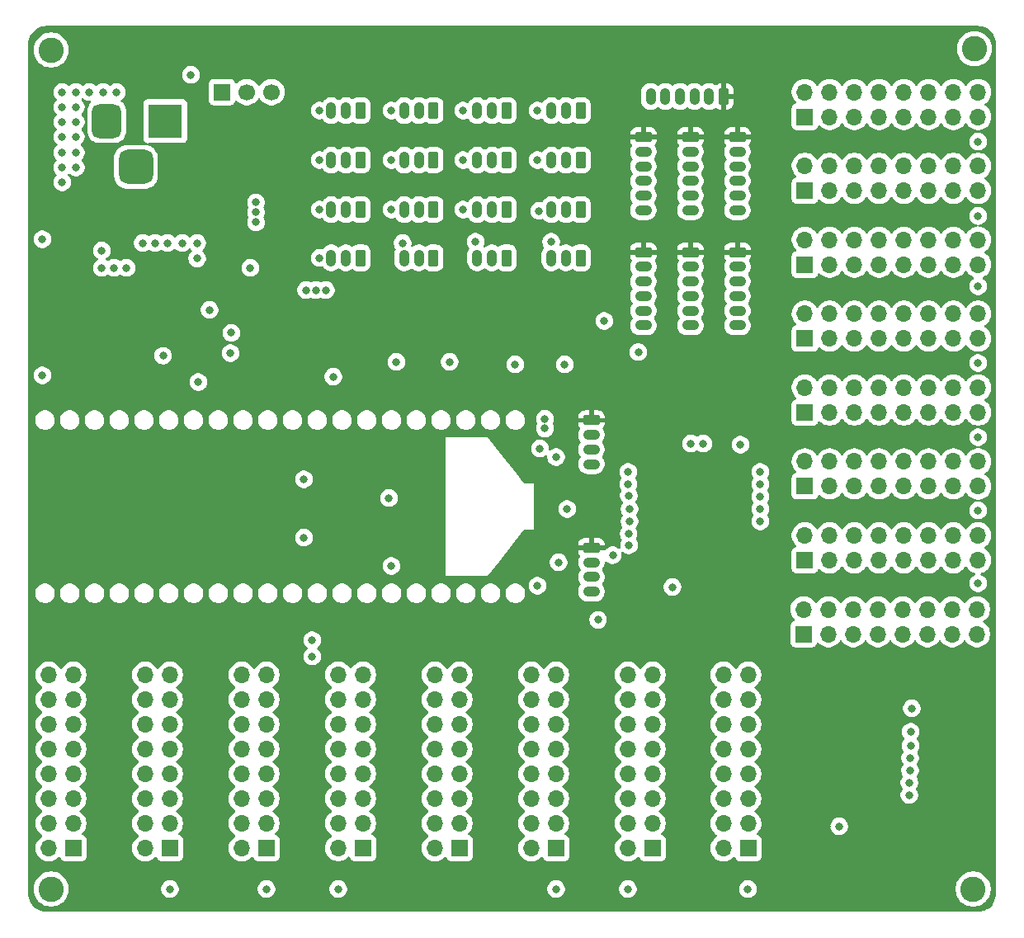
<source format=gbr>
%TF.GenerationSoftware,KiCad,Pcbnew,9.0.3*%
%TF.CreationDate,2025-07-20T16:41:56-03:00*%
%TF.ProjectId,pi_controller,70695f63-6f6e-4747-926f-6c6c65722e6b,1.0*%
%TF.SameCoordinates,Original*%
%TF.FileFunction,Copper,L3,Inr*%
%TF.FilePolarity,Positive*%
%FSLAX46Y46*%
G04 Gerber Fmt 4.6, Leading zero omitted, Abs format (unit mm)*
G04 Created by KiCad (PCBNEW 9.0.3) date 2025-07-20 16:41:56*
%MOMM*%
%LPD*%
G01*
G04 APERTURE LIST*
G04 Aperture macros list*
%AMRoundRect*
0 Rectangle with rounded corners*
0 $1 Rounding radius*
0 $2 $3 $4 $5 $6 $7 $8 $9 X,Y pos of 4 corners*
0 Add a 4 corners polygon primitive as box body*
4,1,4,$2,$3,$4,$5,$6,$7,$8,$9,$2,$3,0*
0 Add four circle primitives for the rounded corners*
1,1,$1+$1,$2,$3*
1,1,$1+$1,$4,$5*
1,1,$1+$1,$6,$7*
1,1,$1+$1,$8,$9*
0 Add four rect primitives between the rounded corners*
20,1,$1+$1,$2,$3,$4,$5,0*
20,1,$1+$1,$4,$5,$6,$7,0*
20,1,$1+$1,$6,$7,$8,$9,0*
20,1,$1+$1,$8,$9,$2,$3,0*%
G04 Aperture macros list end*
%TA.AperFunction,ComponentPad*%
%ADD10R,3.500000X3.500000*%
%TD*%
%TA.AperFunction,ComponentPad*%
%ADD11RoundRect,0.750000X-0.750000X-1.000000X0.750000X-1.000000X0.750000X1.000000X-0.750000X1.000000X0*%
%TD*%
%TA.AperFunction,ComponentPad*%
%ADD12RoundRect,0.875000X-0.875000X-0.875000X0.875000X-0.875000X0.875000X0.875000X-0.875000X0.875000X0*%
%TD*%
%TA.AperFunction,ComponentPad*%
%ADD13R,1.700000X1.700000*%
%TD*%
%TA.AperFunction,ComponentPad*%
%ADD14C,1.700000*%
%TD*%
%TA.AperFunction,ComponentPad*%
%ADD15O,1.700000X1.700000*%
%TD*%
%TA.AperFunction,ComponentPad*%
%ADD16RoundRect,0.250000X0.265000X0.615000X-0.265000X0.615000X-0.265000X-0.615000X0.265000X-0.615000X0*%
%TD*%
%TA.AperFunction,ComponentPad*%
%ADD17O,1.030000X1.730000*%
%TD*%
%TA.AperFunction,ComponentPad*%
%ADD18RoundRect,0.250000X-0.615000X0.265000X-0.615000X-0.265000X0.615000X-0.265000X0.615000X0.265000X0*%
%TD*%
%TA.AperFunction,ComponentPad*%
%ADD19O,1.730000X1.030000*%
%TD*%
%TA.AperFunction,ComponentPad*%
%ADD20C,2.600000*%
%TD*%
%TA.AperFunction,ViaPad*%
%ADD21C,0.800000*%
%TD*%
G04 APERTURE END LIST*
D10*
%TO.N,+9V*%
%TO.C,J2*%
X103409000Y-66098500D03*
D11*
%TO.N,GND*%
X97409000Y-66098500D03*
D12*
%TO.N,unconnected-(J2-Pad3)*%
X100409000Y-70798500D03*
%TD*%
D13*
%TO.N,+9V*%
%TO.C,J1*%
X109235000Y-63119000D03*
D14*
%TO.N,Net-(J1-Pin_2)*%
X111775000Y-63119000D03*
%TO.N,GND*%
X114315000Y-63119000D03*
%TD*%
D13*
%TO.N,Net-(D59-A)*%
%TO.C,JR2*%
X103886000Y-140716000D03*
D15*
%TO.N,/ROW2*%
X101346000Y-140716000D03*
%TO.N,Net-(D13-A)*%
X103886000Y-138176000D03*
%TO.N,/ROW2*%
X101346000Y-138176000D03*
%TO.N,Net-(D14-A)*%
X103886000Y-135636000D03*
%TO.N,/ROW2*%
X101346000Y-135636000D03*
%TO.N,Net-(D10-A)*%
X103886000Y-133096000D03*
%TO.N,/ROW2*%
X101346000Y-133096000D03*
%TO.N,Net-(D8-A)*%
X103886000Y-130556000D03*
%TO.N,/ROW2*%
X101346000Y-130556000D03*
%TO.N,Net-(D6-A)*%
X103886000Y-128016000D03*
%TO.N,/ROW2*%
X101346000Y-128016000D03*
%TO.N,Net-(D15-A)*%
X103886000Y-125476000D03*
%TO.N,/ROW2*%
X101346000Y-125476000D03*
%TO.N,Net-(D4-A)*%
X103886000Y-122936000D03*
%TO.N,/ROW2*%
X101346000Y-122936000D03*
%TD*%
D13*
%TO.N,Net-(D58-A)*%
%TO.C,JR1*%
X93980000Y-140716000D03*
D15*
%TO.N,/ROW1*%
X91440000Y-140716000D03*
%TO.N,Net-(D12-A)*%
X93980000Y-138176000D03*
%TO.N,/ROW1*%
X91440000Y-138176000D03*
%TO.N,Net-(D2-A)*%
X93980000Y-135636000D03*
%TO.N,/ROW1*%
X91440000Y-135636000D03*
%TO.N,Net-(D11-A)*%
X93980000Y-133096000D03*
%TO.N,/ROW1*%
X91440000Y-133096000D03*
%TO.N,Net-(D9-A)*%
X93980000Y-130556000D03*
%TO.N,/ROW1*%
X91440000Y-130556000D03*
%TO.N,Net-(D7-A)*%
X93980000Y-128016000D03*
%TO.N,/ROW1*%
X91440000Y-128016000D03*
%TO.N,Net-(D5-A)*%
X93980000Y-125476000D03*
%TO.N,/ROW1*%
X91440000Y-125476000D03*
%TO.N,Net-(D3-A)*%
X93980000Y-122936000D03*
%TO.N,/ROW1*%
X91440000Y-122936000D03*
%TD*%
D13*
%TO.N,Net-(D65-A)*%
%TO.C,JR8*%
X163228000Y-140716000D03*
D15*
%TO.N,/ROW8*%
X160688000Y-140716000D03*
%TO.N,Net-(D56-A)*%
X163228000Y-138176000D03*
%TO.N,/ROW8*%
X160688000Y-138176000D03*
%TO.N,Net-(D57-A)*%
X163228000Y-135636000D03*
%TO.N,/ROW8*%
X160688000Y-135636000D03*
%TO.N,Net-(D55-A)*%
X163228000Y-133096000D03*
%TO.N,/ROW8*%
X160688000Y-133096000D03*
%TO.N,Net-(D51-A)*%
X163228000Y-130556000D03*
%TO.N,/ROW8*%
X160688000Y-130556000D03*
%TO.N,Net-(D53-A)*%
X163228000Y-128016000D03*
%TO.N,/ROW8*%
X160688000Y-128016000D03*
%TO.N,Net-(D52-A)*%
X163228000Y-125476000D03*
%TO.N,/ROW8*%
X160688000Y-125476000D03*
%TO.N,Net-(D54-A)*%
X163228000Y-122936000D03*
%TO.N,/ROW8*%
X160688000Y-122936000D03*
%TD*%
D13*
%TO.N,Net-(D63-A)*%
%TO.C,JR7*%
X153416000Y-140716000D03*
D15*
%TO.N,/ROW7*%
X150876000Y-140716000D03*
%TO.N,Net-(D48-A)*%
X153416000Y-138176000D03*
%TO.N,/ROW7*%
X150876000Y-138176000D03*
%TO.N,Net-(D50-A)*%
X153416000Y-135636000D03*
%TO.N,/ROW7*%
X150876000Y-135636000D03*
%TO.N,Net-(D38-A)*%
X153416000Y-133096000D03*
%TO.N,/ROW7*%
X150876000Y-133096000D03*
%TO.N,Net-(D39-A)*%
X153416000Y-130556000D03*
%TO.N,/ROW7*%
X150876000Y-130556000D03*
%TO.N,Net-(D49-A)*%
X153416000Y-128016000D03*
%TO.N,/ROW7*%
X150876000Y-128016000D03*
%TO.N,Net-(D37-A)*%
X153416000Y-125476000D03*
%TO.N,/ROW7*%
X150876000Y-125476000D03*
%TO.N,Net-(D47-A)*%
X153416000Y-122936000D03*
%TO.N,/ROW7*%
X150876000Y-122936000D03*
%TD*%
D13*
%TO.N,Net-(D64-A)*%
%TO.C,JR6*%
X143510000Y-140716000D03*
D15*
%TO.N,/ROW6*%
X140970000Y-140716000D03*
%TO.N,Net-(D40-A)*%
X143510000Y-138176000D03*
%TO.N,/ROW6*%
X140970000Y-138176000D03*
%TO.N,Net-(D41-A)*%
X143510000Y-135636000D03*
%TO.N,/ROW6*%
X140970000Y-135636000D03*
%TO.N,Net-(D42-A)*%
X143510000Y-133096000D03*
%TO.N,/ROW6*%
X140970000Y-133096000D03*
%TO.N,Net-(D43-A)*%
X143510000Y-130556000D03*
%TO.N,/ROW6*%
X140970000Y-130556000D03*
%TO.N,Net-(D44-A)*%
X143510000Y-128016000D03*
%TO.N,/ROW6*%
X140970000Y-128016000D03*
%TO.N,Net-(D45-A)*%
X143510000Y-125476000D03*
%TO.N,/ROW6*%
X140970000Y-125476000D03*
%TO.N,Net-(D46-A)*%
X143510000Y-122936000D03*
%TO.N,/ROW6*%
X140970000Y-122936000D03*
%TD*%
D13*
%TO.N,Net-(D61-A)*%
%TO.C,JR5*%
X133604000Y-140716000D03*
D15*
%TO.N,/ROW5*%
X131064000Y-140716000D03*
%TO.N,Net-(D30-A)*%
X133604000Y-138176000D03*
%TO.N,/ROW5*%
X131064000Y-138176000D03*
%TO.N,Net-(D27-A)*%
X133604000Y-135636000D03*
%TO.N,/ROW5*%
X131064000Y-135636000D03*
%TO.N,Net-(D24-A)*%
X133604000Y-133096000D03*
%TO.N,/ROW5*%
X131064000Y-133096000D03*
%TO.N,Net-(D22-A)*%
X133604000Y-130556000D03*
%TO.N,/ROW5*%
X131064000Y-130556000D03*
%TO.N,Net-(D20-A)*%
X133604000Y-128016000D03*
%TO.N,/ROW5*%
X131064000Y-128016000D03*
%TO.N,Net-(D17-A)*%
X133604000Y-125476000D03*
%TO.N,/ROW5*%
X131064000Y-125476000D03*
%TO.N,Net-(D19-A)*%
X133604000Y-122936000D03*
%TO.N,/ROW5*%
X131064000Y-122936000D03*
%TD*%
D13*
%TO.N,Net-(D62-A)*%
%TO.C,JR4*%
X123698000Y-140700210D03*
D15*
%TO.N,/ROW4*%
X121158000Y-140700210D03*
%TO.N,Net-(D31-A)*%
X123698000Y-138160210D03*
%TO.N,/ROW4*%
X121158000Y-138160210D03*
%TO.N,Net-(D28-A)*%
X123698000Y-135620210D03*
%TO.N,/ROW4*%
X121158000Y-135620210D03*
%TO.N,Net-(D25-A)*%
X123698000Y-133080210D03*
%TO.N,/ROW4*%
X121158000Y-133080210D03*
%TO.N,Net-(D23-A)*%
X123698000Y-130540210D03*
%TO.N,/ROW4*%
X121158000Y-130540210D03*
%TO.N,Net-(D21-A)*%
X123698000Y-128000210D03*
%TO.N,/ROW4*%
X121158000Y-128000210D03*
%TO.N,Net-(D18-A)*%
X123698000Y-125460210D03*
%TO.N,/ROW4*%
X121158000Y-125460210D03*
%TO.N,Net-(D16-A)*%
X123698000Y-122920210D03*
%TO.N,/ROW4*%
X121158000Y-122920210D03*
%TD*%
D13*
%TO.N,Net-(D60-A)*%
%TO.C,JR3*%
X113792000Y-140716000D03*
D15*
%TO.N,/ROW3*%
X111252000Y-140716000D03*
%TO.N,Net-(D36-A)*%
X113792000Y-138176000D03*
%TO.N,/ROW3*%
X111252000Y-138176000D03*
%TO.N,Net-(D33-A)*%
X113792000Y-135636000D03*
%TO.N,/ROW3*%
X111252000Y-135636000D03*
%TO.N,Net-(D32-A)*%
X113792000Y-133096000D03*
%TO.N,/ROW3*%
X111252000Y-133096000D03*
%TO.N,Net-(D34-A)*%
X113792000Y-130556000D03*
%TO.N,/ROW3*%
X111252000Y-130556000D03*
%TO.N,Net-(D26-A)*%
X113792000Y-128016000D03*
%TO.N,/ROW3*%
X111252000Y-128016000D03*
%TO.N,Net-(D29-A)*%
X113792000Y-125476000D03*
%TO.N,/ROW3*%
X111252000Y-125476000D03*
%TO.N,Net-(D35-A)*%
X113792000Y-122936000D03*
%TO.N,/ROW3*%
X111252000Y-122936000D03*
%TD*%
D13*
%TO.N,/SEG4*%
%TO.C,J35*%
X169037000Y-95993856D03*
D15*
%TO.N,/GRID8*%
X169037000Y-93453856D03*
%TO.N,/SEG4*%
X171577000Y-95993856D03*
%TO.N,/GRID7*%
X171577000Y-93453856D03*
%TO.N,/SEG4*%
X174117000Y-95993856D03*
%TO.N,/GRID6*%
X174117000Y-93453856D03*
%TO.N,/SEG4*%
X176657000Y-95993856D03*
%TO.N,/GRID5*%
X176657000Y-93453856D03*
%TO.N,/SEG4*%
X179197000Y-95993856D03*
%TO.N,/GRID4*%
X179197000Y-93453856D03*
%TO.N,/SEG4*%
X181737000Y-95993856D03*
%TO.N,/GRID3*%
X181737000Y-93453856D03*
%TO.N,/SEG4*%
X184277000Y-95993856D03*
%TO.N,/GRID2*%
X184277000Y-93453856D03*
%TO.N,/SEG4*%
X186817000Y-95993856D03*
%TO.N,/GRID1*%
X186817000Y-93453856D03*
%TD*%
D13*
%TO.N,/SEG2*%
%TO.C,J34*%
X169037000Y-111161284D03*
D15*
%TO.N,/GRID8*%
X169037000Y-108621284D03*
%TO.N,/SEG2*%
X171577000Y-111161284D03*
%TO.N,/GRID7*%
X171577000Y-108621284D03*
%TO.N,/SEG2*%
X174117000Y-111161284D03*
%TO.N,/GRID6*%
X174117000Y-108621284D03*
%TO.N,/SEG2*%
X176657000Y-111161284D03*
%TO.N,/GRID5*%
X176657000Y-108621284D03*
%TO.N,/SEG2*%
X179197000Y-111161284D03*
%TO.N,/GRID4*%
X179197000Y-108621284D03*
%TO.N,/SEG2*%
X181737000Y-111161284D03*
%TO.N,/GRID3*%
X181737000Y-108621284D03*
%TO.N,/SEG2*%
X184277000Y-111161284D03*
%TO.N,/GRID2*%
X184277000Y-108621284D03*
%TO.N,/SEG2*%
X186817000Y-111161284D03*
%TO.N,/GRID1*%
X186817000Y-108621284D03*
%TD*%
D13*
%TO.N,/SEG1*%
%TO.C,J33*%
X168910000Y-118745000D03*
D15*
%TO.N,/GRID8*%
X168910000Y-116205000D03*
%TO.N,/SEG1*%
X171450000Y-118745000D03*
%TO.N,/GRID7*%
X171450000Y-116205000D03*
%TO.N,/SEG1*%
X173990000Y-118745000D03*
%TO.N,/GRID6*%
X173990000Y-116205000D03*
%TO.N,/SEG1*%
X176530000Y-118745000D03*
%TO.N,/GRID5*%
X176530000Y-116205000D03*
%TO.N,/SEG1*%
X179070000Y-118745000D03*
%TO.N,/GRID4*%
X179070000Y-116205000D03*
%TO.N,/SEG1*%
X181610000Y-118745000D03*
%TO.N,/GRID3*%
X181610000Y-116205000D03*
%TO.N,/SEG1*%
X184150000Y-118745000D03*
%TO.N,/GRID2*%
X184150000Y-116205000D03*
%TO.N,/SEG1*%
X186690000Y-118745000D03*
%TO.N,/GRID1*%
X186690000Y-116205000D03*
%TD*%
D13*
%TO.N,/SEG3*%
%TO.C,J32*%
X169037000Y-103577570D03*
D15*
%TO.N,/GRID8*%
X169037000Y-101037570D03*
%TO.N,/SEG3*%
X171577000Y-103577570D03*
%TO.N,/GRID7*%
X171577000Y-101037570D03*
%TO.N,/SEG3*%
X174117000Y-103577570D03*
%TO.N,/GRID6*%
X174117000Y-101037570D03*
%TO.N,/SEG3*%
X176657000Y-103577570D03*
%TO.N,/GRID5*%
X176657000Y-101037570D03*
%TO.N,/SEG3*%
X179197000Y-103577570D03*
%TO.N,/GRID4*%
X179197000Y-101037570D03*
%TO.N,/SEG3*%
X181737000Y-103577570D03*
%TO.N,/GRID3*%
X181737000Y-101037570D03*
%TO.N,/SEG3*%
X184277000Y-103577570D03*
%TO.N,/GRID2*%
X184277000Y-101037570D03*
%TO.N,/SEG3*%
X186817000Y-103577570D03*
%TO.N,/GRID1*%
X186817000Y-101037570D03*
%TD*%
D13*
%TO.N,/SEG12*%
%TO.C,J29*%
X169037000Y-65659000D03*
D15*
%TO.N,/GRID8*%
X169037000Y-63119000D03*
%TO.N,/SEG12*%
X171577000Y-65659000D03*
%TO.N,/GRID7*%
X171577000Y-63119000D03*
%TO.N,/SEG12*%
X174117000Y-65659000D03*
%TO.N,/GRID6*%
X174117000Y-63119000D03*
%TO.N,/SEG12*%
X176657000Y-65659000D03*
%TO.N,/GRID5*%
X176657000Y-63119000D03*
%TO.N,/SEG12*%
X179197000Y-65659000D03*
%TO.N,/GRID4*%
X179197000Y-63119000D03*
%TO.N,/SEG12*%
X181737000Y-65659000D03*
%TO.N,/GRID3*%
X181737000Y-63119000D03*
%TO.N,/SEG12*%
X184277000Y-65659000D03*
%TO.N,/GRID2*%
X184277000Y-63119000D03*
%TO.N,/SEG12*%
X186817000Y-65659000D03*
%TO.N,/GRID1*%
X186817000Y-63119000D03*
%TD*%
D13*
%TO.N,/SEG11*%
%TO.C,J28*%
X169037000Y-73242714D03*
D15*
%TO.N,/GRID8*%
X169037000Y-70702714D03*
%TO.N,/SEG11*%
X171577000Y-73242714D03*
%TO.N,/GRID7*%
X171577000Y-70702714D03*
%TO.N,/SEG11*%
X174117000Y-73242714D03*
%TO.N,/GRID6*%
X174117000Y-70702714D03*
%TO.N,/SEG11*%
X176657000Y-73242714D03*
%TO.N,/GRID5*%
X176657000Y-70702714D03*
%TO.N,/SEG11*%
X179197000Y-73242714D03*
%TO.N,/GRID4*%
X179197000Y-70702714D03*
%TO.N,/SEG11*%
X181737000Y-73242714D03*
%TO.N,/GRID3*%
X181737000Y-70702714D03*
%TO.N,/SEG11*%
X184277000Y-73242714D03*
%TO.N,/GRID2*%
X184277000Y-70702714D03*
%TO.N,/SEG11*%
X186817000Y-73242714D03*
%TO.N,/GRID1*%
X186817000Y-70702714D03*
%TD*%
D13*
%TO.N,/SEG9*%
%TO.C,J27*%
X169037000Y-88410142D03*
D15*
%TO.N,/GRID8*%
X169037000Y-85870142D03*
%TO.N,/SEG9*%
X171577000Y-88410142D03*
%TO.N,/GRID7*%
X171577000Y-85870142D03*
%TO.N,/SEG9*%
X174117000Y-88410142D03*
%TO.N,/GRID6*%
X174117000Y-85870142D03*
%TO.N,/SEG9*%
X176657000Y-88410142D03*
%TO.N,/GRID5*%
X176657000Y-85870142D03*
%TO.N,/SEG9*%
X179197000Y-88410142D03*
%TO.N,/GRID4*%
X179197000Y-85870142D03*
%TO.N,/SEG9*%
X181737000Y-88410142D03*
%TO.N,/GRID3*%
X181737000Y-85870142D03*
%TO.N,/SEG9*%
X184277000Y-88410142D03*
%TO.N,/GRID2*%
X184277000Y-85870142D03*
%TO.N,/SEG9*%
X186817000Y-88410142D03*
%TO.N,/GRID1*%
X186817000Y-85870142D03*
%TD*%
D13*
%TO.N,/SEG10*%
%TO.C,J26*%
X169037000Y-80826428D03*
D15*
%TO.N,/GRID8*%
X169037000Y-78286428D03*
%TO.N,/SEG10*%
X171577000Y-80826428D03*
%TO.N,/GRID7*%
X171577000Y-78286428D03*
%TO.N,/SEG10*%
X174117000Y-80826428D03*
%TO.N,/GRID6*%
X174117000Y-78286428D03*
%TO.N,/SEG10*%
X176657000Y-80826428D03*
%TO.N,/GRID5*%
X176657000Y-78286428D03*
%TO.N,/SEG10*%
X179197000Y-80826428D03*
%TO.N,/GRID4*%
X179197000Y-78286428D03*
%TO.N,/SEG10*%
X181737000Y-80826428D03*
%TO.N,/GRID3*%
X181737000Y-78286428D03*
%TO.N,/SEG10*%
X184277000Y-80826428D03*
%TO.N,/GRID2*%
X184277000Y-78286428D03*
%TO.N,/SEG10*%
X186817000Y-80826428D03*
%TO.N,/GRID1*%
X186817000Y-78286428D03*
%TD*%
D16*
%TO.N,+3V3*%
%TO.C,JSPI7*%
X160722000Y-63569000D03*
D17*
%TO.N,/MOSI*%
X159222000Y-63569000D03*
%TO.N,/MISO*%
X157722000Y-63569000D03*
%TO.N,/SCLK*%
X156222000Y-63569000D03*
%TO.N,/CS8*%
X154722000Y-63569000D03*
%TO.N,GND*%
X153222000Y-63569000D03*
%TD*%
D18*
%TO.N,+3V3*%
%TO.C,JSPI6*%
X162121000Y-67751000D03*
D19*
%TO.N,/MOSI*%
X162121000Y-69251000D03*
%TO.N,/MISO*%
X162121000Y-70751000D03*
%TO.N,/SCLK*%
X162121000Y-72251000D03*
%TO.N,/CS7*%
X162121000Y-73751000D03*
%TO.N,GND*%
X162121000Y-75251000D03*
%TD*%
D18*
%TO.N,+3V3*%
%TO.C,JSPI5*%
X157295000Y-67751000D03*
D19*
%TO.N,/MOSI*%
X157295000Y-69251000D03*
%TO.N,/MISO*%
X157295000Y-70751000D03*
%TO.N,/SCLK*%
X157295000Y-72251000D03*
%TO.N,/CS4*%
X157295000Y-73751000D03*
%TO.N,GND*%
X157295000Y-75251000D03*
%TD*%
D18*
%TO.N,+3V3*%
%TO.C,JSPI4*%
X152469000Y-67751000D03*
D19*
%TO.N,/MOSI*%
X152469000Y-69251000D03*
%TO.N,/MISO*%
X152469000Y-70751000D03*
%TO.N,/SCLK*%
X152469000Y-72251000D03*
%TO.N,/CS6*%
X152469000Y-73751000D03*
%TO.N,GND*%
X152469000Y-75251000D03*
%TD*%
D18*
%TO.N,+3V3*%
%TO.C,JSPI3*%
X162121000Y-79562000D03*
D19*
%TO.N,/MOSI*%
X162121000Y-81062000D03*
%TO.N,/MISO*%
X162121000Y-82562000D03*
%TO.N,/SCLK*%
X162121000Y-84062000D03*
%TO.N,/CS5*%
X162121000Y-85562000D03*
%TO.N,GND*%
X162121000Y-87062000D03*
%TD*%
D18*
%TO.N,+3V3*%
%TO.C,JSPI2*%
X157295000Y-79562000D03*
D19*
%TO.N,/MOSI*%
X157295000Y-81062000D03*
%TO.N,/MISO*%
X157295000Y-82562000D03*
%TO.N,/SCLK*%
X157295000Y-84062000D03*
%TO.N,/CS3*%
X157295000Y-85562000D03*
%TO.N,GND*%
X157295000Y-87062000D03*
%TD*%
D18*
%TO.N,+3V3*%
%TO.C,JSPI1*%
X152469000Y-79562000D03*
D19*
%TO.N,/MOSI*%
X152469000Y-81062000D03*
%TO.N,/MISO*%
X152469000Y-82562000D03*
%TO.N,/SCLK*%
X152469000Y-84062000D03*
%TO.N,/CS2*%
X152469000Y-85562000D03*
%TO.N,GND*%
X152469000Y-87062000D03*
%TD*%
D18*
%TO.N,+3V3*%
%TO.C,J31*%
X147135000Y-109891000D03*
D19*
%TO.N,/UART0_TX*%
X147135000Y-111391000D03*
%TO.N,/UART0_RX*%
X147135000Y-112891000D03*
%TO.N,GND*%
X147135000Y-114391000D03*
%TD*%
D18*
%TO.N,+3V3*%
%TO.C,J30*%
X147135000Y-96810000D03*
D19*
%TO.N,/SDA*%
X147135000Y-98310000D03*
%TO.N,/SCL*%
X147135000Y-99810000D03*
%TO.N,GND*%
X147135000Y-101310000D03*
%TD*%
D16*
%TO.N,VDDA*%
%TO.C,AN16*%
X130937000Y-80137000D03*
D17*
%TO.N,/AN16*%
X129437000Y-80137000D03*
%TO.N,GND*%
X127937000Y-80137000D03*
%TD*%
D16*
%TO.N,VDDA*%
%TO.C,AN15*%
X130937000Y-75184000D03*
D17*
%TO.N,/AN15*%
X129437000Y-75184000D03*
%TO.N,GND*%
X127937000Y-75184000D03*
%TD*%
D16*
%TO.N,VDDA*%
%TO.C,AN14*%
X130937000Y-70104000D03*
D17*
%TO.N,/AN14*%
X129437000Y-70104000D03*
%TO.N,GND*%
X127937000Y-70104000D03*
%TD*%
D16*
%TO.N,VDDA*%
%TO.C,AN13*%
X123444000Y-80137000D03*
D17*
%TO.N,/AN13*%
X121944000Y-80137000D03*
%TO.N,GND*%
X120444000Y-80137000D03*
%TD*%
D16*
%TO.N,VDDA*%
%TO.C,AN12*%
X130937000Y-65024000D03*
D17*
%TO.N,/AN12*%
X129437000Y-65024000D03*
%TO.N,GND*%
X127937000Y-65024000D03*
%TD*%
D16*
%TO.N,VDDA*%
%TO.C,AN11*%
X123444000Y-75184000D03*
D17*
%TO.N,/AN11*%
X121944000Y-75184000D03*
%TO.N,GND*%
X120444000Y-75184000D03*
%TD*%
D16*
%TO.N,VDDA*%
%TO.C,AN10*%
X123444000Y-70104000D03*
D17*
%TO.N,/AN10*%
X121944000Y-70104000D03*
%TO.N,GND*%
X120444000Y-70104000D03*
%TD*%
D16*
%TO.N,VDDA*%
%TO.C,AN9*%
X123444000Y-65024000D03*
D17*
%TO.N,/AN9*%
X121944000Y-65024000D03*
%TO.N,GND*%
X120444000Y-65024000D03*
%TD*%
D16*
%TO.N,VDDA*%
%TO.C,AN8*%
X138430000Y-65024000D03*
D17*
%TO.N,/AN8*%
X136930000Y-65024000D03*
%TO.N,GND*%
X135430000Y-65024000D03*
%TD*%
D16*
%TO.N,VDDA*%
%TO.C,AN7*%
X138430000Y-70104000D03*
D17*
%TO.N,/AN7*%
X136930000Y-70104000D03*
%TO.N,GND*%
X135430000Y-70104000D03*
%TD*%
D16*
%TO.N,VDDA*%
%TO.C,AN6*%
X138430000Y-75184000D03*
D17*
%TO.N,/AN6*%
X136930000Y-75184000D03*
%TO.N,GND*%
X135430000Y-75184000D03*
%TD*%
D16*
%TO.N,VDDA*%
%TO.C,AN5*%
X138430000Y-80137000D03*
D17*
%TO.N,/AN5*%
X136930000Y-80137000D03*
%TO.N,GND*%
X135430000Y-80137000D03*
%TD*%
D16*
%TO.N,VDDA*%
%TO.C,AN4*%
X146026000Y-65024000D03*
D17*
%TO.N,/AN4*%
X144526000Y-65024000D03*
%TO.N,GND*%
X143026000Y-65024000D03*
%TD*%
D16*
%TO.N,VDDA*%
%TO.C,AN3*%
X146026000Y-70104000D03*
D17*
%TO.N,/AN3*%
X144526000Y-70104000D03*
%TO.N,GND*%
X143026000Y-70104000D03*
%TD*%
D16*
%TO.N,VDDA*%
%TO.C,AN2*%
X146026000Y-75184000D03*
D17*
%TO.N,/AN2*%
X144526000Y-75184000D03*
%TO.N,GND*%
X143026000Y-75184000D03*
%TD*%
D16*
%TO.N,VDDA*%
%TO.C,AN1*%
X146026000Y-80137000D03*
D17*
%TO.N,/AN1*%
X144526000Y-80137000D03*
%TO.N,GND*%
X143026000Y-80137000D03*
%TD*%
D20*
%TO.N,GND*%
%TO.C,H4*%
X186309000Y-144907000D03*
%TD*%
%TO.N,GND*%
%TO.C,H2*%
X186436000Y-58674000D03*
%TD*%
%TO.N,GND*%
%TO.C,H3*%
X91694000Y-144907000D03*
%TD*%
%TO.N,GND*%
%TO.C,H1*%
X91694000Y-58801000D03*
%TD*%
D21*
%TO.N,GND*%
X141605000Y-70104000D03*
X112720500Y-75473000D03*
X139319000Y-91059000D03*
X103886000Y-144907000D03*
X143764000Y-111379000D03*
X119253000Y-70104000D03*
X113792000Y-144907000D03*
X150978500Y-104521000D03*
X151942800Y-89814400D03*
X121158000Y-144907000D03*
X106680000Y-78613000D03*
X147822698Y-117291898D03*
X112720500Y-74457000D03*
X106807000Y-92885500D03*
X110109000Y-89916000D03*
X98425000Y-63119000D03*
X117638668Y-102870000D03*
X126619000Y-65024000D03*
X133985000Y-70104000D03*
X92837000Y-69342000D03*
X94234000Y-63119000D03*
X186817000Y-90932000D03*
X102362000Y-78613000D03*
X186817000Y-113538000D03*
X186817000Y-83058000D03*
X179832000Y-131445000D03*
X95631000Y-63119000D03*
X119253000Y-75184000D03*
X126619000Y-75184000D03*
X103632000Y-78613000D03*
X155448000Y-113919000D03*
X127127000Y-90805000D03*
X105156000Y-78613000D03*
X157353000Y-99187000D03*
X148463000Y-86614000D03*
X117638668Y-108839000D03*
X158623000Y-99187000D03*
X141605000Y-113792000D03*
X141605000Y-65024000D03*
X106045000Y-61341000D03*
X119253000Y-65024000D03*
X186817000Y-98552000D03*
X132588000Y-90805000D03*
X97028000Y-63119000D03*
X112720500Y-76489000D03*
X118491000Y-121031000D03*
X120650000Y-92329000D03*
X135255000Y-78486000D03*
X101092000Y-78613000D03*
X117856000Y-83439000D03*
X180019000Y-126365000D03*
X172567600Y-138480800D03*
X112141000Y-81153000D03*
X127762000Y-78613000D03*
X133985000Y-75184000D03*
X96901000Y-79375000D03*
X90805000Y-92202000D03*
X186817000Y-75819000D03*
X94234000Y-66167000D03*
X103182198Y-90177398D03*
X150876000Y-144907000D03*
X92837000Y-64643000D03*
X92837000Y-66167000D03*
X186817000Y-106045000D03*
X164465000Y-104648000D03*
X92837000Y-63119000D03*
X143002000Y-78486000D03*
X98171000Y-81153000D03*
X149319202Y-110649798D03*
X186817000Y-68199000D03*
X162433000Y-99314000D03*
X94234000Y-67691000D03*
X141772000Y-75311000D03*
X144653000Y-105918000D03*
X126619000Y-70104000D03*
X133985000Y-65024000D03*
X143510000Y-144907000D03*
X94234000Y-70866000D03*
X99441000Y-81153000D03*
X119253000Y-80137000D03*
X92837000Y-67691000D03*
X92837000Y-72390000D03*
X94234000Y-64643000D03*
X92837000Y-70866000D03*
X118491000Y-119380000D03*
X94234000Y-69342000D03*
X179892000Y-130175000D03*
X144399000Y-91059000D03*
X163195000Y-144907000D03*
X110185200Y-87833200D03*
X106680000Y-80205000D03*
X90805000Y-78232000D03*
X96901000Y-81153000D03*
%TO.N,+3V3*%
X97282000Y-88138000D03*
X143881500Y-120142000D03*
X124333000Y-120142000D03*
X134239000Y-120142000D03*
X98552000Y-88138000D03*
X163576000Y-120142000D03*
X150418800Y-92303600D03*
X104521000Y-120142000D03*
X94488000Y-120142000D03*
X96647000Y-102489000D03*
X102489000Y-88138000D03*
X171297600Y-138480800D03*
X102870000Y-85725000D03*
X154051000Y-120142000D03*
X144753107Y-104399379D03*
X96647000Y-108712000D03*
X150622000Y-113792000D03*
X104140000Y-85725000D03*
X90830400Y-72593200D03*
X151257000Y-97155000D03*
X110236000Y-83493000D03*
X114173000Y-120142000D03*
X99822000Y-88138000D03*
X100584000Y-85805511D03*
%TO.N,Net-(D1-A)*%
X107950000Y-85471000D03*
%TO.N,/SCL*%
X143510000Y-100584000D03*
%TO.N,/SDA*%
X141859000Y-99695000D03*
%TO.N,/SCLK*%
X150997000Y-109638000D03*
X142367000Y-97647003D03*
%TO.N,/MOSI*%
X150954000Y-108458000D03*
X142367000Y-96647000D03*
%TO.N,/GRID1*%
X151042000Y-107188000D03*
%TO.N,/GRID5*%
X164465000Y-102108000D03*
%TO.N,/GRID7*%
X164465000Y-105918000D03*
%TO.N,/GRID3*%
X150915000Y-103378000D03*
%TO.N,/GRID6*%
X164465000Y-103378000D03*
%TO.N,/GRID8*%
X164465000Y-107188000D03*
%TO.N,/GRID4*%
X150915000Y-102108000D03*
%TO.N,/GRID2*%
X151042000Y-105918000D03*
%TO.N,/ADC_MUX_D*%
X126619000Y-111760000D03*
X119888000Y-83439000D03*
X126365000Y-104775000D03*
%TO.N,/ADC_MUX_C*%
X118872000Y-83439000D03*
%TO.N,/COL_MUX_B*%
X179765000Y-133985000D03*
%TO.N,/CS_KEY*%
X179892000Y-128778000D03*
%TO.N,/COL_MUX_A*%
X179765000Y-135255000D03*
%TO.N,/COL_MUX_C*%
X179832000Y-132715000D03*
%TD*%
%TA.AperFunction,Conductor*%
%TO.N,+3V3*%
G36*
X186821028Y-56334764D02*
G01*
X187047968Y-56349638D01*
X187064024Y-56351753D01*
X187222618Y-56383299D01*
X187283053Y-56395321D01*
X187298720Y-56399519D01*
X187452155Y-56451602D01*
X187510190Y-56471303D01*
X187525167Y-56477506D01*
X187722888Y-56575010D01*
X187725460Y-56576279D01*
X187739506Y-56584389D01*
X187925188Y-56708457D01*
X187938057Y-56718331D01*
X188105955Y-56865575D01*
X188117424Y-56877044D01*
X188264668Y-57044942D01*
X188274542Y-57057811D01*
X188398610Y-57243493D01*
X188406720Y-57257539D01*
X188505490Y-57457825D01*
X188511697Y-57472811D01*
X188583480Y-57684279D01*
X188587678Y-57699946D01*
X188631245Y-57918970D01*
X188633362Y-57935051D01*
X188648234Y-58161941D01*
X188648500Y-58170051D01*
X188648500Y-145410948D01*
X188648234Y-145419058D01*
X188633362Y-145645948D01*
X188631245Y-145662029D01*
X188587678Y-145881053D01*
X188583480Y-145896720D01*
X188511697Y-146108188D01*
X188505490Y-146123174D01*
X188406720Y-146323460D01*
X188398610Y-146337506D01*
X188274542Y-146523188D01*
X188264668Y-146536057D01*
X188117424Y-146703955D01*
X188105955Y-146715424D01*
X187938057Y-146862668D01*
X187925188Y-146872542D01*
X187739506Y-146996610D01*
X187725460Y-147004720D01*
X187525174Y-147103490D01*
X187510188Y-147109697D01*
X187298720Y-147181480D01*
X187283053Y-147185678D01*
X187064029Y-147229245D01*
X187047948Y-147231362D01*
X186821058Y-147246234D01*
X186812948Y-147246500D01*
X91190052Y-147246500D01*
X91181942Y-147246234D01*
X90955051Y-147231362D01*
X90938970Y-147229245D01*
X90719946Y-147185678D01*
X90704279Y-147181480D01*
X90492811Y-147109697D01*
X90477825Y-147103490D01*
X90277539Y-147004720D01*
X90263493Y-146996610D01*
X90077811Y-146872542D01*
X90064942Y-146862668D01*
X89897044Y-146715424D01*
X89885575Y-146703955D01*
X89738331Y-146536057D01*
X89728457Y-146523188D01*
X89604389Y-146337506D01*
X89596279Y-146323460D01*
X89566756Y-146263593D01*
X89497506Y-146123167D01*
X89491302Y-146108188D01*
X89487401Y-146096697D01*
X89471602Y-146050155D01*
X89419519Y-145896720D01*
X89415321Y-145881053D01*
X89393807Y-145772894D01*
X89371753Y-145662024D01*
X89369638Y-145645968D01*
X89354764Y-145419028D01*
X89354500Y-145410948D01*
X89354500Y-144788995D01*
X89893500Y-144788995D01*
X89893500Y-145025004D01*
X89893501Y-145025020D01*
X89924306Y-145259010D01*
X89985394Y-145486993D01*
X90075714Y-145705045D01*
X90075719Y-145705056D01*
X90134866Y-145807500D01*
X90193727Y-145909450D01*
X90193729Y-145909453D01*
X90193730Y-145909454D01*
X90337406Y-146096697D01*
X90337412Y-146096704D01*
X90504295Y-146263587D01*
X90504301Y-146263592D01*
X90691550Y-146407273D01*
X90822918Y-146483118D01*
X90895943Y-146525280D01*
X90895948Y-146525282D01*
X90895951Y-146525284D01*
X91114007Y-146615606D01*
X91341986Y-146676693D01*
X91575989Y-146707500D01*
X91575996Y-146707500D01*
X91812004Y-146707500D01*
X91812011Y-146707500D01*
X92046014Y-146676693D01*
X92273993Y-146615606D01*
X92492049Y-146525284D01*
X92696450Y-146407273D01*
X92883699Y-146263592D01*
X93050592Y-146096699D01*
X93194273Y-145909450D01*
X93312284Y-145705049D01*
X93402606Y-145486993D01*
X93463693Y-145259014D01*
X93494500Y-145025011D01*
X93494500Y-144818304D01*
X102985500Y-144818304D01*
X102985500Y-144995695D01*
X103020103Y-145169658D01*
X103020106Y-145169667D01*
X103087983Y-145333540D01*
X103087990Y-145333553D01*
X103186535Y-145481034D01*
X103186538Y-145481038D01*
X103311961Y-145606461D01*
X103311965Y-145606464D01*
X103459446Y-145705009D01*
X103459459Y-145705016D01*
X103582363Y-145755923D01*
X103623334Y-145772894D01*
X103623336Y-145772894D01*
X103623341Y-145772896D01*
X103797304Y-145807499D01*
X103797307Y-145807500D01*
X103797309Y-145807500D01*
X103974693Y-145807500D01*
X103974694Y-145807499D01*
X104032682Y-145795964D01*
X104148658Y-145772896D01*
X104148661Y-145772894D01*
X104148666Y-145772894D01*
X104312547Y-145705013D01*
X104460035Y-145606464D01*
X104585464Y-145481035D01*
X104684013Y-145333547D01*
X104751894Y-145169666D01*
X104786500Y-144995691D01*
X104786500Y-144818309D01*
X104786500Y-144818306D01*
X104786499Y-144818304D01*
X112891500Y-144818304D01*
X112891500Y-144995695D01*
X112926103Y-145169658D01*
X112926106Y-145169667D01*
X112993983Y-145333540D01*
X112993990Y-145333553D01*
X113092535Y-145481034D01*
X113092538Y-145481038D01*
X113217961Y-145606461D01*
X113217965Y-145606464D01*
X113365446Y-145705009D01*
X113365459Y-145705016D01*
X113488363Y-145755923D01*
X113529334Y-145772894D01*
X113529336Y-145772894D01*
X113529341Y-145772896D01*
X113703304Y-145807499D01*
X113703307Y-145807500D01*
X113703309Y-145807500D01*
X113880693Y-145807500D01*
X113880694Y-145807499D01*
X113938682Y-145795964D01*
X114054658Y-145772896D01*
X114054661Y-145772894D01*
X114054666Y-145772894D01*
X114218547Y-145705013D01*
X114366035Y-145606464D01*
X114491464Y-145481035D01*
X114590013Y-145333547D01*
X114657894Y-145169666D01*
X114692500Y-144995691D01*
X114692500Y-144818309D01*
X114692500Y-144818306D01*
X114692499Y-144818304D01*
X120257500Y-144818304D01*
X120257500Y-144995695D01*
X120292103Y-145169658D01*
X120292106Y-145169667D01*
X120359983Y-145333540D01*
X120359990Y-145333553D01*
X120458535Y-145481034D01*
X120458538Y-145481038D01*
X120583961Y-145606461D01*
X120583965Y-145606464D01*
X120731446Y-145705009D01*
X120731459Y-145705016D01*
X120854363Y-145755923D01*
X120895334Y-145772894D01*
X120895336Y-145772894D01*
X120895341Y-145772896D01*
X121069304Y-145807499D01*
X121069307Y-145807500D01*
X121069309Y-145807500D01*
X121246693Y-145807500D01*
X121246694Y-145807499D01*
X121304682Y-145795964D01*
X121420658Y-145772896D01*
X121420661Y-145772894D01*
X121420666Y-145772894D01*
X121584547Y-145705013D01*
X121732035Y-145606464D01*
X121857464Y-145481035D01*
X121956013Y-145333547D01*
X122023894Y-145169666D01*
X122058500Y-144995691D01*
X122058500Y-144818309D01*
X122058500Y-144818306D01*
X122058499Y-144818304D01*
X142609500Y-144818304D01*
X142609500Y-144995695D01*
X142644103Y-145169658D01*
X142644106Y-145169667D01*
X142711983Y-145333540D01*
X142711990Y-145333553D01*
X142810535Y-145481034D01*
X142810538Y-145481038D01*
X142935961Y-145606461D01*
X142935965Y-145606464D01*
X143083446Y-145705009D01*
X143083459Y-145705016D01*
X143206363Y-145755923D01*
X143247334Y-145772894D01*
X143247336Y-145772894D01*
X143247341Y-145772896D01*
X143421304Y-145807499D01*
X143421307Y-145807500D01*
X143421309Y-145807500D01*
X143598693Y-145807500D01*
X143598694Y-145807499D01*
X143656682Y-145795964D01*
X143772658Y-145772896D01*
X143772661Y-145772894D01*
X143772666Y-145772894D01*
X143936547Y-145705013D01*
X144084035Y-145606464D01*
X144209464Y-145481035D01*
X144308013Y-145333547D01*
X144375894Y-145169666D01*
X144410500Y-144995691D01*
X144410500Y-144818309D01*
X144410500Y-144818306D01*
X144410499Y-144818304D01*
X149975500Y-144818304D01*
X149975500Y-144995695D01*
X150010103Y-145169658D01*
X150010106Y-145169667D01*
X150077983Y-145333540D01*
X150077990Y-145333553D01*
X150176535Y-145481034D01*
X150176538Y-145481038D01*
X150301961Y-145606461D01*
X150301965Y-145606464D01*
X150449446Y-145705009D01*
X150449459Y-145705016D01*
X150572363Y-145755923D01*
X150613334Y-145772894D01*
X150613336Y-145772894D01*
X150613341Y-145772896D01*
X150787304Y-145807499D01*
X150787307Y-145807500D01*
X150787309Y-145807500D01*
X150964693Y-145807500D01*
X150964694Y-145807499D01*
X151022682Y-145795964D01*
X151138658Y-145772896D01*
X151138661Y-145772894D01*
X151138666Y-145772894D01*
X151302547Y-145705013D01*
X151450035Y-145606464D01*
X151575464Y-145481035D01*
X151674013Y-145333547D01*
X151741894Y-145169666D01*
X151776500Y-144995691D01*
X151776500Y-144818309D01*
X151776500Y-144818306D01*
X151776499Y-144818304D01*
X162294500Y-144818304D01*
X162294500Y-144995695D01*
X162329103Y-145169658D01*
X162329106Y-145169667D01*
X162396983Y-145333540D01*
X162396990Y-145333553D01*
X162495535Y-145481034D01*
X162495538Y-145481038D01*
X162620961Y-145606461D01*
X162620965Y-145606464D01*
X162768446Y-145705009D01*
X162768459Y-145705016D01*
X162891363Y-145755923D01*
X162932334Y-145772894D01*
X162932336Y-145772894D01*
X162932341Y-145772896D01*
X163106304Y-145807499D01*
X163106307Y-145807500D01*
X163106309Y-145807500D01*
X163283693Y-145807500D01*
X163283694Y-145807499D01*
X163341682Y-145795964D01*
X163457658Y-145772896D01*
X163457661Y-145772894D01*
X163457666Y-145772894D01*
X163621547Y-145705013D01*
X163769035Y-145606464D01*
X163894464Y-145481035D01*
X163993013Y-145333547D01*
X164060894Y-145169666D01*
X164095500Y-144995691D01*
X164095500Y-144818309D01*
X164095500Y-144818306D01*
X164093673Y-144809122D01*
X164093673Y-144809121D01*
X164089670Y-144788995D01*
X184508500Y-144788995D01*
X184508500Y-145025004D01*
X184508501Y-145025020D01*
X184539306Y-145259010D01*
X184600394Y-145486993D01*
X184690714Y-145705045D01*
X184690719Y-145705056D01*
X184749866Y-145807500D01*
X184808727Y-145909450D01*
X184808729Y-145909453D01*
X184808730Y-145909454D01*
X184952406Y-146096697D01*
X184952412Y-146096704D01*
X185119295Y-146263587D01*
X185119301Y-146263592D01*
X185306550Y-146407273D01*
X185437918Y-146483118D01*
X185510943Y-146525280D01*
X185510948Y-146525282D01*
X185510951Y-146525284D01*
X185729007Y-146615606D01*
X185956986Y-146676693D01*
X186190989Y-146707500D01*
X186190996Y-146707500D01*
X186427004Y-146707500D01*
X186427011Y-146707500D01*
X186661014Y-146676693D01*
X186888993Y-146615606D01*
X187107049Y-146525284D01*
X187311450Y-146407273D01*
X187498699Y-146263592D01*
X187665592Y-146096699D01*
X187809273Y-145909450D01*
X187927284Y-145705049D01*
X188017606Y-145486993D01*
X188078693Y-145259014D01*
X188109500Y-145025011D01*
X188109500Y-144788989D01*
X188078693Y-144554986D01*
X188017606Y-144327007D01*
X187927284Y-144108951D01*
X187927282Y-144108948D01*
X187927280Y-144108943D01*
X187868134Y-144006500D01*
X187809273Y-143904550D01*
X187665592Y-143717301D01*
X187665587Y-143717295D01*
X187498704Y-143550412D01*
X187498697Y-143550406D01*
X187311454Y-143406730D01*
X187311453Y-143406729D01*
X187311450Y-143406727D01*
X187229957Y-143359677D01*
X187107056Y-143288719D01*
X187107045Y-143288714D01*
X186888993Y-143198394D01*
X186661010Y-143137306D01*
X186427020Y-143106501D01*
X186427017Y-143106500D01*
X186427011Y-143106500D01*
X186190989Y-143106500D01*
X186190983Y-143106500D01*
X186190979Y-143106501D01*
X185956989Y-143137306D01*
X185729006Y-143198394D01*
X185510954Y-143288714D01*
X185510943Y-143288719D01*
X185306545Y-143406730D01*
X185119302Y-143550406D01*
X185119295Y-143550412D01*
X184952412Y-143717295D01*
X184952406Y-143717302D01*
X184808730Y-143904545D01*
X184690719Y-144108943D01*
X184690714Y-144108954D01*
X184600394Y-144327006D01*
X184539306Y-144554989D01*
X184508501Y-144788979D01*
X184508500Y-144788995D01*
X164089670Y-144788995D01*
X164060896Y-144644341D01*
X164060893Y-144644332D01*
X163993016Y-144480459D01*
X163993009Y-144480446D01*
X163894464Y-144332965D01*
X163894461Y-144332961D01*
X163769038Y-144207538D01*
X163769034Y-144207535D01*
X163621553Y-144108990D01*
X163621540Y-144108983D01*
X163457667Y-144041106D01*
X163457658Y-144041103D01*
X163283694Y-144006500D01*
X163283691Y-144006500D01*
X163106309Y-144006500D01*
X163106306Y-144006500D01*
X162932341Y-144041103D01*
X162932332Y-144041106D01*
X162768459Y-144108983D01*
X162768446Y-144108990D01*
X162620965Y-144207535D01*
X162620961Y-144207538D01*
X162495538Y-144332961D01*
X162495535Y-144332965D01*
X162396990Y-144480446D01*
X162396983Y-144480459D01*
X162329106Y-144644332D01*
X162329103Y-144644341D01*
X162294500Y-144818304D01*
X151776499Y-144818304D01*
X151741896Y-144644341D01*
X151741893Y-144644332D01*
X151674016Y-144480459D01*
X151674009Y-144480446D01*
X151575464Y-144332965D01*
X151575461Y-144332961D01*
X151450038Y-144207538D01*
X151450034Y-144207535D01*
X151302553Y-144108990D01*
X151302540Y-144108983D01*
X151138667Y-144041106D01*
X151138658Y-144041103D01*
X150964694Y-144006500D01*
X150964691Y-144006500D01*
X150787309Y-144006500D01*
X150787306Y-144006500D01*
X150613341Y-144041103D01*
X150613332Y-144041106D01*
X150449459Y-144108983D01*
X150449446Y-144108990D01*
X150301965Y-144207535D01*
X150301961Y-144207538D01*
X150176538Y-144332961D01*
X150176535Y-144332965D01*
X150077990Y-144480446D01*
X150077983Y-144480459D01*
X150010106Y-144644332D01*
X150010103Y-144644341D01*
X149975500Y-144818304D01*
X144410499Y-144818304D01*
X144375896Y-144644341D01*
X144375893Y-144644332D01*
X144308016Y-144480459D01*
X144308009Y-144480446D01*
X144209464Y-144332965D01*
X144209461Y-144332961D01*
X144084038Y-144207538D01*
X144084034Y-144207535D01*
X143936553Y-144108990D01*
X143936540Y-144108983D01*
X143772667Y-144041106D01*
X143772658Y-144041103D01*
X143598694Y-144006500D01*
X143598691Y-144006500D01*
X143421309Y-144006500D01*
X143421306Y-144006500D01*
X143247341Y-144041103D01*
X143247332Y-144041106D01*
X143083459Y-144108983D01*
X143083446Y-144108990D01*
X142935965Y-144207535D01*
X142935961Y-144207538D01*
X142810538Y-144332961D01*
X142810535Y-144332965D01*
X142711990Y-144480446D01*
X142711983Y-144480459D01*
X142644106Y-144644332D01*
X142644103Y-144644341D01*
X142609500Y-144818304D01*
X122058499Y-144818304D01*
X122023896Y-144644341D01*
X122023893Y-144644332D01*
X121956016Y-144480459D01*
X121956009Y-144480446D01*
X121857464Y-144332965D01*
X121857461Y-144332961D01*
X121732038Y-144207538D01*
X121732034Y-144207535D01*
X121584553Y-144108990D01*
X121584540Y-144108983D01*
X121420667Y-144041106D01*
X121420658Y-144041103D01*
X121246694Y-144006500D01*
X121246691Y-144006500D01*
X121069309Y-144006500D01*
X121069306Y-144006500D01*
X120895341Y-144041103D01*
X120895332Y-144041106D01*
X120731459Y-144108983D01*
X120731446Y-144108990D01*
X120583965Y-144207535D01*
X120583961Y-144207538D01*
X120458538Y-144332961D01*
X120458535Y-144332965D01*
X120359990Y-144480446D01*
X120359983Y-144480459D01*
X120292106Y-144644332D01*
X120292103Y-144644341D01*
X120257500Y-144818304D01*
X114692499Y-144818304D01*
X114657896Y-144644341D01*
X114657893Y-144644332D01*
X114590016Y-144480459D01*
X114590009Y-144480446D01*
X114491464Y-144332965D01*
X114491461Y-144332961D01*
X114366038Y-144207538D01*
X114366034Y-144207535D01*
X114218553Y-144108990D01*
X114218540Y-144108983D01*
X114054667Y-144041106D01*
X114054658Y-144041103D01*
X113880694Y-144006500D01*
X113880691Y-144006500D01*
X113703309Y-144006500D01*
X113703306Y-144006500D01*
X113529341Y-144041103D01*
X113529332Y-144041106D01*
X113365459Y-144108983D01*
X113365446Y-144108990D01*
X113217965Y-144207535D01*
X113217961Y-144207538D01*
X113092538Y-144332961D01*
X113092535Y-144332965D01*
X112993990Y-144480446D01*
X112993983Y-144480459D01*
X112926106Y-144644332D01*
X112926103Y-144644341D01*
X112891500Y-144818304D01*
X104786499Y-144818304D01*
X104751896Y-144644341D01*
X104751893Y-144644332D01*
X104684016Y-144480459D01*
X104684009Y-144480446D01*
X104585464Y-144332965D01*
X104585461Y-144332961D01*
X104460038Y-144207538D01*
X104460034Y-144207535D01*
X104312553Y-144108990D01*
X104312540Y-144108983D01*
X104148667Y-144041106D01*
X104148658Y-144041103D01*
X103974694Y-144006500D01*
X103974691Y-144006500D01*
X103797309Y-144006500D01*
X103797306Y-144006500D01*
X103623341Y-144041103D01*
X103623332Y-144041106D01*
X103459459Y-144108983D01*
X103459446Y-144108990D01*
X103311965Y-144207535D01*
X103311961Y-144207538D01*
X103186538Y-144332961D01*
X103186535Y-144332965D01*
X103087990Y-144480446D01*
X103087983Y-144480459D01*
X103020106Y-144644332D01*
X103020103Y-144644341D01*
X102985500Y-144818304D01*
X93494500Y-144818304D01*
X93494500Y-144788989D01*
X93463693Y-144554986D01*
X93402606Y-144327007D01*
X93312284Y-144108951D01*
X93312282Y-144108948D01*
X93312280Y-144108943D01*
X93253134Y-144006500D01*
X93194273Y-143904550D01*
X93050592Y-143717301D01*
X93050587Y-143717295D01*
X92883704Y-143550412D01*
X92883697Y-143550406D01*
X92696454Y-143406730D01*
X92696453Y-143406729D01*
X92696450Y-143406727D01*
X92614957Y-143359677D01*
X92492056Y-143288719D01*
X92492045Y-143288714D01*
X92273993Y-143198394D01*
X92046010Y-143137306D01*
X91812020Y-143106501D01*
X91812017Y-143106500D01*
X91812011Y-143106500D01*
X91575989Y-143106500D01*
X91575983Y-143106500D01*
X91575979Y-143106501D01*
X91341989Y-143137306D01*
X91114006Y-143198394D01*
X90895954Y-143288714D01*
X90895943Y-143288719D01*
X90691545Y-143406730D01*
X90504302Y-143550406D01*
X90504295Y-143550412D01*
X90337412Y-143717295D01*
X90337406Y-143717302D01*
X90193730Y-143904545D01*
X90075719Y-144108943D01*
X90075714Y-144108954D01*
X89985394Y-144327006D01*
X89924306Y-144554989D01*
X89893501Y-144788979D01*
X89893500Y-144788995D01*
X89354500Y-144788995D01*
X89354500Y-122829713D01*
X90089500Y-122829713D01*
X90089500Y-123042287D01*
X90122754Y-123252243D01*
X90183312Y-123438622D01*
X90188444Y-123454414D01*
X90284951Y-123643820D01*
X90409890Y-123815786D01*
X90560213Y-123966109D01*
X90732182Y-124091050D01*
X90740946Y-124095516D01*
X90791742Y-124143491D01*
X90808536Y-124211312D01*
X90785998Y-124277447D01*
X90740946Y-124316484D01*
X90732182Y-124320949D01*
X90560213Y-124445890D01*
X90409890Y-124596213D01*
X90284951Y-124768179D01*
X90188444Y-124957585D01*
X90122753Y-125159760D01*
X90089500Y-125369713D01*
X90089500Y-125582286D01*
X90122551Y-125790965D01*
X90122754Y-125792243D01*
X90183312Y-125978622D01*
X90188444Y-125994414D01*
X90284951Y-126183820D01*
X90409890Y-126355786D01*
X90560213Y-126506109D01*
X90732182Y-126631050D01*
X90740946Y-126635516D01*
X90791742Y-126683491D01*
X90808536Y-126751312D01*
X90785998Y-126817447D01*
X90740946Y-126856484D01*
X90732182Y-126860949D01*
X90560213Y-126985890D01*
X90409890Y-127136213D01*
X90284951Y-127308179D01*
X90188444Y-127497585D01*
X90122753Y-127699760D01*
X90094602Y-127877500D01*
X90089500Y-127909713D01*
X90089500Y-128122287D01*
X90122754Y-128332243D01*
X90183312Y-128518622D01*
X90188444Y-128534414D01*
X90284951Y-128723820D01*
X90409890Y-128895786D01*
X90560213Y-129046109D01*
X90732182Y-129171050D01*
X90740946Y-129175516D01*
X90791742Y-129223491D01*
X90808536Y-129291312D01*
X90785998Y-129357447D01*
X90740946Y-129396484D01*
X90732182Y-129400949D01*
X90560213Y-129525890D01*
X90409890Y-129676213D01*
X90284951Y-129848179D01*
X90188444Y-130037585D01*
X90188443Y-130037587D01*
X90188443Y-130037588D01*
X90172613Y-130086309D01*
X90122753Y-130239760D01*
X90089500Y-130449713D01*
X90089500Y-130662286D01*
X90122551Y-130870965D01*
X90122754Y-130872243D01*
X90183312Y-131058622D01*
X90188444Y-131074414D01*
X90284951Y-131263820D01*
X90409890Y-131435786D01*
X90560213Y-131586109D01*
X90732182Y-131711050D01*
X90740946Y-131715516D01*
X90791742Y-131763491D01*
X90808536Y-131831312D01*
X90785998Y-131897447D01*
X90740946Y-131936484D01*
X90732182Y-131940949D01*
X90560213Y-132065890D01*
X90409890Y-132216213D01*
X90284951Y-132388179D01*
X90188444Y-132577585D01*
X90188443Y-132577587D01*
X90188443Y-132577588D01*
X90172613Y-132626309D01*
X90122753Y-132779760D01*
X90089500Y-132989713D01*
X90089500Y-133202286D01*
X90122551Y-133410965D01*
X90122754Y-133412243D01*
X90183312Y-133598622D01*
X90188444Y-133614414D01*
X90284951Y-133803820D01*
X90409890Y-133975786D01*
X90560213Y-134126109D01*
X90732182Y-134251050D01*
X90740946Y-134255516D01*
X90791742Y-134303491D01*
X90808536Y-134371312D01*
X90785998Y-134437447D01*
X90740946Y-134476484D01*
X90732182Y-134480949D01*
X90560213Y-134605890D01*
X90409890Y-134756213D01*
X90284951Y-134928179D01*
X90188444Y-135117585D01*
X90188443Y-135117587D01*
X90188443Y-135117588D01*
X90172613Y-135166309D01*
X90122753Y-135319760D01*
X90092001Y-135513923D01*
X90089500Y-135529713D01*
X90089500Y-135742287D01*
X90122754Y-135952243D01*
X90183312Y-136138622D01*
X90188444Y-136154414D01*
X90284951Y-136343820D01*
X90409890Y-136515786D01*
X90560213Y-136666109D01*
X90732182Y-136791050D01*
X90740946Y-136795516D01*
X90791742Y-136843491D01*
X90808536Y-136911312D01*
X90785998Y-136977447D01*
X90740946Y-137016484D01*
X90732182Y-137020949D01*
X90560213Y-137145890D01*
X90409890Y-137296213D01*
X90284951Y-137468179D01*
X90188444Y-137657585D01*
X90122753Y-137859760D01*
X90092001Y-138053923D01*
X90089500Y-138069713D01*
X90089500Y-138282287D01*
X90122754Y-138492243D01*
X90183312Y-138678622D01*
X90188444Y-138694414D01*
X90284951Y-138883820D01*
X90409890Y-139055786D01*
X90560213Y-139206109D01*
X90732182Y-139331050D01*
X90740946Y-139335516D01*
X90791742Y-139383491D01*
X90808536Y-139451312D01*
X90785998Y-139517447D01*
X90740946Y-139556484D01*
X90732182Y-139560949D01*
X90560213Y-139685890D01*
X90409890Y-139836213D01*
X90284951Y-140008179D01*
X90188444Y-140197585D01*
X90122753Y-140399760D01*
X90092001Y-140593923D01*
X90089500Y-140609713D01*
X90089500Y-140822287D01*
X90122754Y-141032243D01*
X90183312Y-141218622D01*
X90188444Y-141234414D01*
X90284951Y-141423820D01*
X90409890Y-141595786D01*
X90560213Y-141746109D01*
X90732179Y-141871048D01*
X90732181Y-141871049D01*
X90732184Y-141871051D01*
X90921588Y-141967557D01*
X91123757Y-142033246D01*
X91333713Y-142066500D01*
X91333714Y-142066500D01*
X91546286Y-142066500D01*
X91546287Y-142066500D01*
X91756243Y-142033246D01*
X91958412Y-141967557D01*
X92147816Y-141871051D01*
X92319792Y-141746104D01*
X92433329Y-141632566D01*
X92494648Y-141599084D01*
X92564340Y-141604068D01*
X92620274Y-141645939D01*
X92637189Y-141676917D01*
X92686202Y-141808328D01*
X92686206Y-141808335D01*
X92772452Y-141923544D01*
X92772455Y-141923547D01*
X92887664Y-142009793D01*
X92887671Y-142009797D01*
X93022517Y-142060091D01*
X93022516Y-142060091D01*
X93029444Y-142060835D01*
X93082127Y-142066500D01*
X94877872Y-142066499D01*
X94937483Y-142060091D01*
X95072331Y-142009796D01*
X95187546Y-141923546D01*
X95273796Y-141808331D01*
X95324091Y-141673483D01*
X95330500Y-141613873D01*
X95330499Y-139818128D01*
X95324091Y-139758517D01*
X95322810Y-139755083D01*
X95273797Y-139623671D01*
X95273793Y-139623664D01*
X95187547Y-139508455D01*
X95187544Y-139508452D01*
X95072335Y-139422206D01*
X95072328Y-139422202D01*
X94940917Y-139373189D01*
X94884983Y-139331318D01*
X94860566Y-139265853D01*
X94875418Y-139197580D01*
X94896563Y-139169332D01*
X95010104Y-139055792D01*
X95021581Y-139039996D01*
X95135048Y-138883820D01*
X95135047Y-138883820D01*
X95135051Y-138883816D01*
X95231557Y-138694412D01*
X95297246Y-138492243D01*
X95330500Y-138282287D01*
X95330500Y-138069713D01*
X95297246Y-137859757D01*
X95231557Y-137657588D01*
X95135051Y-137468184D01*
X95135049Y-137468181D01*
X95135048Y-137468179D01*
X95010109Y-137296213D01*
X94859786Y-137145890D01*
X94687820Y-137020951D01*
X94687115Y-137020591D01*
X94679054Y-137016485D01*
X94628259Y-136968512D01*
X94611463Y-136900692D01*
X94633999Y-136834556D01*
X94679054Y-136795515D01*
X94687816Y-136791051D01*
X94709789Y-136775086D01*
X94859786Y-136666109D01*
X94859788Y-136666106D01*
X94859792Y-136666104D01*
X95010104Y-136515792D01*
X95010106Y-136515788D01*
X95010109Y-136515786D01*
X95135048Y-136343820D01*
X95135047Y-136343820D01*
X95135051Y-136343816D01*
X95231557Y-136154412D01*
X95297246Y-135952243D01*
X95330500Y-135742287D01*
X95330500Y-135529713D01*
X95297246Y-135319757D01*
X95231557Y-135117588D01*
X95135051Y-134928184D01*
X95135049Y-134928181D01*
X95135048Y-134928179D01*
X95010109Y-134756213D01*
X94859786Y-134605890D01*
X94687820Y-134480951D01*
X94687115Y-134480591D01*
X94679054Y-134476485D01*
X94628259Y-134428512D01*
X94611463Y-134360692D01*
X94633999Y-134294556D01*
X94679054Y-134255515D01*
X94687816Y-134251051D01*
X94709789Y-134235086D01*
X94859786Y-134126109D01*
X94859788Y-134126106D01*
X94859792Y-134126104D01*
X95010104Y-133975792D01*
X95010106Y-133975788D01*
X95010109Y-133975786D01*
X95135048Y-133803820D01*
X95135047Y-133803820D01*
X95135051Y-133803816D01*
X95231557Y-133614412D01*
X95297246Y-133412243D01*
X95330500Y-133202287D01*
X95330500Y-132989713D01*
X95297246Y-132779757D01*
X95231557Y-132577588D01*
X95135051Y-132388184D01*
X95135049Y-132388181D01*
X95135048Y-132388179D01*
X95010109Y-132216213D01*
X94859786Y-132065890D01*
X94687820Y-131940951D01*
X94687115Y-131940591D01*
X94679054Y-131936485D01*
X94628259Y-131888512D01*
X94611463Y-131820692D01*
X94633999Y-131754556D01*
X94679054Y-131715515D01*
X94687816Y-131711051D01*
X94709789Y-131695086D01*
X94859786Y-131586109D01*
X94859788Y-131586106D01*
X94859792Y-131586104D01*
X95010104Y-131435792D01*
X95010106Y-131435788D01*
X95010109Y-131435786D01*
X95135048Y-131263820D01*
X95135047Y-131263820D01*
X95135051Y-131263816D01*
X95231557Y-131074412D01*
X95297246Y-130872243D01*
X95330500Y-130662287D01*
X95330500Y-130449713D01*
X95297246Y-130239757D01*
X95231557Y-130037588D01*
X95135051Y-129848184D01*
X95135049Y-129848181D01*
X95135048Y-129848179D01*
X95010109Y-129676213D01*
X94859786Y-129525890D01*
X94687820Y-129400951D01*
X94687115Y-129400591D01*
X94679054Y-129396485D01*
X94628259Y-129348512D01*
X94611463Y-129280692D01*
X94633999Y-129214556D01*
X94679054Y-129175515D01*
X94687816Y-129171051D01*
X94709789Y-129155086D01*
X94859786Y-129046109D01*
X94859788Y-129046106D01*
X94859792Y-129046104D01*
X95010104Y-128895792D01*
X95010106Y-128895788D01*
X95010109Y-128895786D01*
X95135048Y-128723820D01*
X95135047Y-128723820D01*
X95135051Y-128723816D01*
X95231557Y-128534412D01*
X95297246Y-128332243D01*
X95330500Y-128122287D01*
X95330500Y-127909713D01*
X95297246Y-127699757D01*
X95231557Y-127497588D01*
X95135051Y-127308184D01*
X95135049Y-127308181D01*
X95135048Y-127308179D01*
X95010109Y-127136213D01*
X94859786Y-126985890D01*
X94687820Y-126860951D01*
X94687115Y-126860591D01*
X94679054Y-126856485D01*
X94628259Y-126808512D01*
X94611463Y-126740692D01*
X94633999Y-126674556D01*
X94679054Y-126635515D01*
X94687816Y-126631051D01*
X94709789Y-126615086D01*
X94859786Y-126506109D01*
X94859788Y-126506106D01*
X94859792Y-126506104D01*
X95010104Y-126355792D01*
X95010106Y-126355788D01*
X95010109Y-126355786D01*
X95135048Y-126183820D01*
X95135047Y-126183820D01*
X95135051Y-126183816D01*
X95231557Y-125994412D01*
X95297246Y-125792243D01*
X95330500Y-125582287D01*
X95330500Y-125369713D01*
X95297246Y-125159757D01*
X95231557Y-124957588D01*
X95135051Y-124768184D01*
X95135049Y-124768181D01*
X95135048Y-124768179D01*
X95010109Y-124596213D01*
X94859786Y-124445890D01*
X94687820Y-124320951D01*
X94687115Y-124320591D01*
X94679054Y-124316485D01*
X94628259Y-124268512D01*
X94611463Y-124200692D01*
X94633999Y-124134556D01*
X94679054Y-124095515D01*
X94687816Y-124091051D01*
X94709789Y-124075086D01*
X94859786Y-123966109D01*
X94859788Y-123966106D01*
X94859792Y-123966104D01*
X95010104Y-123815792D01*
X95010106Y-123815788D01*
X95010109Y-123815786D01*
X95135048Y-123643820D01*
X95135047Y-123643820D01*
X95135051Y-123643816D01*
X95231557Y-123454412D01*
X95297246Y-123252243D01*
X95330500Y-123042287D01*
X95330500Y-122829713D01*
X99995500Y-122829713D01*
X99995500Y-123042287D01*
X100028754Y-123252243D01*
X100089312Y-123438622D01*
X100094444Y-123454414D01*
X100190951Y-123643820D01*
X100315890Y-123815786D01*
X100466213Y-123966109D01*
X100638182Y-124091050D01*
X100646946Y-124095516D01*
X100697742Y-124143491D01*
X100714536Y-124211312D01*
X100691998Y-124277447D01*
X100646946Y-124316484D01*
X100638182Y-124320949D01*
X100466213Y-124445890D01*
X100315890Y-124596213D01*
X100190951Y-124768179D01*
X100094444Y-124957585D01*
X100028753Y-125159760D01*
X99995500Y-125369713D01*
X99995500Y-125582286D01*
X100028551Y-125790965D01*
X100028754Y-125792243D01*
X100089312Y-125978622D01*
X100094444Y-125994414D01*
X100190951Y-126183820D01*
X100315890Y-126355786D01*
X100466213Y-126506109D01*
X100638182Y-126631050D01*
X100646946Y-126635516D01*
X100697742Y-126683491D01*
X100714536Y-126751312D01*
X100691998Y-126817447D01*
X100646946Y-126856484D01*
X100638182Y-126860949D01*
X100466213Y-126985890D01*
X100315890Y-127136213D01*
X100190951Y-127308179D01*
X100094444Y-127497585D01*
X100028753Y-127699760D01*
X100000602Y-127877500D01*
X99995500Y-127909713D01*
X99995500Y-128122287D01*
X100028754Y-128332243D01*
X100089312Y-128518622D01*
X100094444Y-128534414D01*
X100190951Y-128723820D01*
X100315890Y-128895786D01*
X100466213Y-129046109D01*
X100638182Y-129171050D01*
X100646946Y-129175516D01*
X100697742Y-129223491D01*
X100714536Y-129291312D01*
X100691998Y-129357447D01*
X100646946Y-129396484D01*
X100638182Y-129400949D01*
X100466213Y-129525890D01*
X100315890Y-129676213D01*
X100190951Y-129848179D01*
X100094444Y-130037585D01*
X100094443Y-130037587D01*
X100094443Y-130037588D01*
X100078613Y-130086309D01*
X100028753Y-130239760D01*
X99995500Y-130449713D01*
X99995500Y-130662286D01*
X100028551Y-130870965D01*
X100028754Y-130872243D01*
X100089312Y-131058622D01*
X100094444Y-131074414D01*
X100190951Y-131263820D01*
X100315890Y-131435786D01*
X100466213Y-131586109D01*
X100638182Y-131711050D01*
X100646946Y-131715516D01*
X100697742Y-131763491D01*
X100714536Y-131831312D01*
X100691998Y-131897447D01*
X100646946Y-131936484D01*
X100638182Y-131940949D01*
X100466213Y-132065890D01*
X100315890Y-132216213D01*
X100190951Y-132388179D01*
X100094444Y-132577585D01*
X100094443Y-132577587D01*
X100094443Y-132577588D01*
X100078613Y-132626309D01*
X100028753Y-132779760D01*
X99995500Y-132989713D01*
X99995500Y-133202286D01*
X100028551Y-133410965D01*
X100028754Y-133412243D01*
X100089312Y-133598622D01*
X100094444Y-133614414D01*
X100190951Y-133803820D01*
X100315890Y-133975786D01*
X100466213Y-134126109D01*
X100638182Y-134251050D01*
X100646946Y-134255516D01*
X100697742Y-134303491D01*
X100714536Y-134371312D01*
X100691998Y-134437447D01*
X100646946Y-134476484D01*
X100638182Y-134480949D01*
X100466213Y-134605890D01*
X100315890Y-134756213D01*
X100190951Y-134928179D01*
X100094444Y-135117585D01*
X100094443Y-135117587D01*
X100094443Y-135117588D01*
X100078613Y-135166309D01*
X100028753Y-135319760D01*
X99998001Y-135513923D01*
X99995500Y-135529713D01*
X99995500Y-135742287D01*
X100028754Y-135952243D01*
X100089312Y-136138622D01*
X100094444Y-136154414D01*
X100190951Y-136343820D01*
X100315890Y-136515786D01*
X100466213Y-136666109D01*
X100638182Y-136791050D01*
X100646946Y-136795516D01*
X100697742Y-136843491D01*
X100714536Y-136911312D01*
X100691998Y-136977447D01*
X100646946Y-137016484D01*
X100638182Y-137020949D01*
X100466213Y-137145890D01*
X100315890Y-137296213D01*
X100190951Y-137468179D01*
X100094444Y-137657585D01*
X100028753Y-137859760D01*
X99998001Y-138053923D01*
X99995500Y-138069713D01*
X99995500Y-138282287D01*
X100028754Y-138492243D01*
X100089312Y-138678622D01*
X100094444Y-138694414D01*
X100190951Y-138883820D01*
X100315890Y-139055786D01*
X100466213Y-139206109D01*
X100638182Y-139331050D01*
X100646946Y-139335516D01*
X100697742Y-139383491D01*
X100714536Y-139451312D01*
X100691998Y-139517447D01*
X100646946Y-139556484D01*
X100638182Y-139560949D01*
X100466213Y-139685890D01*
X100315890Y-139836213D01*
X100190951Y-140008179D01*
X100094444Y-140197585D01*
X100028753Y-140399760D01*
X99998001Y-140593923D01*
X99995500Y-140609713D01*
X99995500Y-140822287D01*
X100028754Y-141032243D01*
X100089312Y-141218622D01*
X100094444Y-141234414D01*
X100190951Y-141423820D01*
X100315890Y-141595786D01*
X100466213Y-141746109D01*
X100638179Y-141871048D01*
X100638181Y-141871049D01*
X100638184Y-141871051D01*
X100827588Y-141967557D01*
X101029757Y-142033246D01*
X101239713Y-142066500D01*
X101239714Y-142066500D01*
X101452286Y-142066500D01*
X101452287Y-142066500D01*
X101662243Y-142033246D01*
X101864412Y-141967557D01*
X102053816Y-141871051D01*
X102225792Y-141746104D01*
X102339329Y-141632566D01*
X102400648Y-141599084D01*
X102470340Y-141604068D01*
X102526274Y-141645939D01*
X102543189Y-141676917D01*
X102592202Y-141808328D01*
X102592206Y-141808335D01*
X102678452Y-141923544D01*
X102678455Y-141923547D01*
X102793664Y-142009793D01*
X102793671Y-142009797D01*
X102928517Y-142060091D01*
X102928516Y-142060091D01*
X102935444Y-142060835D01*
X102988127Y-142066500D01*
X104783872Y-142066499D01*
X104843483Y-142060091D01*
X104978331Y-142009796D01*
X105093546Y-141923546D01*
X105179796Y-141808331D01*
X105230091Y-141673483D01*
X105236500Y-141613873D01*
X105236499Y-139818128D01*
X105230091Y-139758517D01*
X105228810Y-139755083D01*
X105179797Y-139623671D01*
X105179793Y-139623664D01*
X105093547Y-139508455D01*
X105093544Y-139508452D01*
X104978335Y-139422206D01*
X104978328Y-139422202D01*
X104846917Y-139373189D01*
X104790983Y-139331318D01*
X104766566Y-139265853D01*
X104781418Y-139197580D01*
X104802563Y-139169332D01*
X104916104Y-139055792D01*
X104927581Y-139039996D01*
X105041048Y-138883820D01*
X105041047Y-138883820D01*
X105041051Y-138883816D01*
X105137557Y-138694412D01*
X105203246Y-138492243D01*
X105236500Y-138282287D01*
X105236500Y-138069713D01*
X105203246Y-137859757D01*
X105137557Y-137657588D01*
X105041051Y-137468184D01*
X105041049Y-137468181D01*
X105041048Y-137468179D01*
X104916109Y-137296213D01*
X104765786Y-137145890D01*
X104593820Y-137020951D01*
X104593115Y-137020591D01*
X104585054Y-137016485D01*
X104534259Y-136968512D01*
X104517463Y-136900692D01*
X104539999Y-136834556D01*
X104585054Y-136795515D01*
X104593816Y-136791051D01*
X104615789Y-136775086D01*
X104765786Y-136666109D01*
X104765788Y-136666106D01*
X104765792Y-136666104D01*
X104916104Y-136515792D01*
X104916106Y-136515788D01*
X104916109Y-136515786D01*
X105041048Y-136343820D01*
X105041047Y-136343820D01*
X105041051Y-136343816D01*
X105137557Y-136154412D01*
X105203246Y-135952243D01*
X105236500Y-135742287D01*
X105236500Y-135529713D01*
X105203246Y-135319757D01*
X105137557Y-135117588D01*
X105041051Y-134928184D01*
X105041049Y-134928181D01*
X105041048Y-134928179D01*
X104916109Y-134756213D01*
X104765786Y-134605890D01*
X104593820Y-134480951D01*
X104593115Y-134480591D01*
X104585054Y-134476485D01*
X104534259Y-134428512D01*
X104517463Y-134360692D01*
X104539999Y-134294556D01*
X104585054Y-134255515D01*
X104593816Y-134251051D01*
X104615789Y-134235086D01*
X104765786Y-134126109D01*
X104765788Y-134126106D01*
X104765792Y-134126104D01*
X104916104Y-133975792D01*
X104916106Y-133975788D01*
X104916109Y-133975786D01*
X105041048Y-133803820D01*
X105041047Y-133803820D01*
X105041051Y-133803816D01*
X105137557Y-133614412D01*
X105203246Y-133412243D01*
X105236500Y-133202287D01*
X105236500Y-132989713D01*
X105203246Y-132779757D01*
X105137557Y-132577588D01*
X105041051Y-132388184D01*
X105041049Y-132388181D01*
X105041048Y-132388179D01*
X104916109Y-132216213D01*
X104765786Y-132065890D01*
X104593820Y-131940951D01*
X104593115Y-131940591D01*
X104585054Y-131936485D01*
X104534259Y-131888512D01*
X104517463Y-131820692D01*
X104539999Y-131754556D01*
X104585054Y-131715515D01*
X104593816Y-131711051D01*
X104615789Y-131695086D01*
X104765786Y-131586109D01*
X104765788Y-131586106D01*
X104765792Y-131586104D01*
X104916104Y-131435792D01*
X104916106Y-131435788D01*
X104916109Y-131435786D01*
X105041048Y-131263820D01*
X105041047Y-131263820D01*
X105041051Y-131263816D01*
X105137557Y-131074412D01*
X105203246Y-130872243D01*
X105236500Y-130662287D01*
X105236500Y-130449713D01*
X105203246Y-130239757D01*
X105137557Y-130037588D01*
X105041051Y-129848184D01*
X105041049Y-129848181D01*
X105041048Y-129848179D01*
X104916109Y-129676213D01*
X104765786Y-129525890D01*
X104593820Y-129400951D01*
X104593115Y-129400591D01*
X104585054Y-129396485D01*
X104534259Y-129348512D01*
X104517463Y-129280692D01*
X104539999Y-129214556D01*
X104585054Y-129175515D01*
X104593816Y-129171051D01*
X104615789Y-129155086D01*
X104765786Y-129046109D01*
X104765788Y-129046106D01*
X104765792Y-129046104D01*
X104916104Y-128895792D01*
X104916106Y-128895788D01*
X104916109Y-128895786D01*
X105041048Y-128723820D01*
X105041047Y-128723820D01*
X105041051Y-128723816D01*
X105137557Y-128534412D01*
X105203246Y-128332243D01*
X105236500Y-128122287D01*
X105236500Y-127909713D01*
X105203246Y-127699757D01*
X105137557Y-127497588D01*
X105041051Y-127308184D01*
X105041049Y-127308181D01*
X105041048Y-127308179D01*
X104916109Y-127136213D01*
X104765786Y-126985890D01*
X104593820Y-126860951D01*
X104593115Y-126860591D01*
X104585054Y-126856485D01*
X104534259Y-126808512D01*
X104517463Y-126740692D01*
X104539999Y-126674556D01*
X104585054Y-126635515D01*
X104593816Y-126631051D01*
X104615789Y-126615086D01*
X104765786Y-126506109D01*
X104765788Y-126506106D01*
X104765792Y-126506104D01*
X104916104Y-126355792D01*
X104916106Y-126355788D01*
X104916109Y-126355786D01*
X105041048Y-126183820D01*
X105041047Y-126183820D01*
X105041051Y-126183816D01*
X105137557Y-125994412D01*
X105203246Y-125792243D01*
X105236500Y-125582287D01*
X105236500Y-125369713D01*
X105203246Y-125159757D01*
X105137557Y-124957588D01*
X105041051Y-124768184D01*
X105041049Y-124768181D01*
X105041048Y-124768179D01*
X104916109Y-124596213D01*
X104765786Y-124445890D01*
X104593820Y-124320951D01*
X104593115Y-124320591D01*
X104585054Y-124316485D01*
X104534259Y-124268512D01*
X104517463Y-124200692D01*
X104539999Y-124134556D01*
X104585054Y-124095515D01*
X104593816Y-124091051D01*
X104615789Y-124075086D01*
X104765786Y-123966109D01*
X104765788Y-123966106D01*
X104765792Y-123966104D01*
X104916104Y-123815792D01*
X104916106Y-123815788D01*
X104916109Y-123815786D01*
X105041048Y-123643820D01*
X105041047Y-123643820D01*
X105041051Y-123643816D01*
X105137557Y-123454412D01*
X105203246Y-123252243D01*
X105236500Y-123042287D01*
X105236500Y-122829713D01*
X109901500Y-122829713D01*
X109901500Y-123042287D01*
X109934754Y-123252243D01*
X109995312Y-123438622D01*
X110000444Y-123454414D01*
X110096951Y-123643820D01*
X110221890Y-123815786D01*
X110372213Y-123966109D01*
X110544182Y-124091050D01*
X110552946Y-124095516D01*
X110603742Y-124143491D01*
X110620536Y-124211312D01*
X110597998Y-124277447D01*
X110552946Y-124316484D01*
X110544182Y-124320949D01*
X110372213Y-124445890D01*
X110221890Y-124596213D01*
X110096951Y-124768179D01*
X110000444Y-124957585D01*
X109934753Y-125159760D01*
X109901500Y-125369713D01*
X109901500Y-125582286D01*
X109934551Y-125790965D01*
X109934754Y-125792243D01*
X109995312Y-125978622D01*
X110000444Y-125994414D01*
X110096951Y-126183820D01*
X110221890Y-126355786D01*
X110372213Y-126506109D01*
X110544182Y-126631050D01*
X110552946Y-126635516D01*
X110603742Y-126683491D01*
X110620536Y-126751312D01*
X110597998Y-126817447D01*
X110552946Y-126856484D01*
X110544182Y-126860949D01*
X110372213Y-126985890D01*
X110221890Y-127136213D01*
X110096951Y-127308179D01*
X110000444Y-127497585D01*
X109934753Y-127699760D01*
X109906602Y-127877500D01*
X109901500Y-127909713D01*
X109901500Y-128122287D01*
X109934754Y-128332243D01*
X109995312Y-128518622D01*
X110000444Y-128534414D01*
X110096951Y-128723820D01*
X110221890Y-128895786D01*
X110372213Y-129046109D01*
X110544182Y-129171050D01*
X110552946Y-129175516D01*
X110603742Y-129223491D01*
X110620536Y-129291312D01*
X110597998Y-129357447D01*
X110552946Y-129396484D01*
X110544182Y-129400949D01*
X110372213Y-129525890D01*
X110221890Y-129676213D01*
X110096951Y-129848179D01*
X110000444Y-130037585D01*
X110000443Y-130037587D01*
X110000443Y-130037588D01*
X109984613Y-130086309D01*
X109934753Y-130239760D01*
X109901500Y-130449713D01*
X109901500Y-130662286D01*
X109934551Y-130870965D01*
X109934754Y-130872243D01*
X109995312Y-131058622D01*
X110000444Y-131074414D01*
X110096951Y-131263820D01*
X110221890Y-131435786D01*
X110372213Y-131586109D01*
X110544182Y-131711050D01*
X110552946Y-131715516D01*
X110603742Y-131763491D01*
X110620536Y-131831312D01*
X110597998Y-131897447D01*
X110552946Y-131936484D01*
X110544182Y-131940949D01*
X110372213Y-132065890D01*
X110221890Y-132216213D01*
X110096951Y-132388179D01*
X110000444Y-132577585D01*
X110000443Y-132577587D01*
X110000443Y-132577588D01*
X109984613Y-132626309D01*
X109934753Y-132779760D01*
X109901500Y-132989713D01*
X109901500Y-133202286D01*
X109934551Y-133410965D01*
X109934754Y-133412243D01*
X109995312Y-133598622D01*
X110000444Y-133614414D01*
X110096951Y-133803820D01*
X110221890Y-133975786D01*
X110372213Y-134126109D01*
X110544182Y-134251050D01*
X110552946Y-134255516D01*
X110603742Y-134303491D01*
X110620536Y-134371312D01*
X110597998Y-134437447D01*
X110552946Y-134476484D01*
X110544182Y-134480949D01*
X110372213Y-134605890D01*
X110221890Y-134756213D01*
X110096951Y-134928179D01*
X110000444Y-135117585D01*
X110000443Y-135117587D01*
X110000443Y-135117588D01*
X109984613Y-135166309D01*
X109934753Y-135319760D01*
X109904001Y-135513923D01*
X109901500Y-135529713D01*
X109901500Y-135742287D01*
X109934754Y-135952243D01*
X109995312Y-136138622D01*
X110000444Y-136154414D01*
X110096951Y-136343820D01*
X110221890Y-136515786D01*
X110372213Y-136666109D01*
X110544182Y-136791050D01*
X110552946Y-136795516D01*
X110603742Y-136843491D01*
X110620536Y-136911312D01*
X110597998Y-136977447D01*
X110552946Y-137016484D01*
X110544182Y-137020949D01*
X110372213Y-137145890D01*
X110221890Y-137296213D01*
X110096951Y-137468179D01*
X110000444Y-137657585D01*
X109934753Y-137859760D01*
X109904001Y-138053923D01*
X109901500Y-138069713D01*
X109901500Y-138282287D01*
X109934754Y-138492243D01*
X109995312Y-138678622D01*
X110000444Y-138694414D01*
X110096951Y-138883820D01*
X110221890Y-139055786D01*
X110372213Y-139206109D01*
X110544182Y-139331050D01*
X110552946Y-139335516D01*
X110603742Y-139383491D01*
X110620536Y-139451312D01*
X110597998Y-139517447D01*
X110552946Y-139556484D01*
X110544182Y-139560949D01*
X110372213Y-139685890D01*
X110221890Y-139836213D01*
X110096951Y-140008179D01*
X110000444Y-140197585D01*
X109934753Y-140399760D01*
X109904001Y-140593923D01*
X109901500Y-140609713D01*
X109901500Y-140822287D01*
X109934754Y-141032243D01*
X109995312Y-141218622D01*
X110000444Y-141234414D01*
X110096951Y-141423820D01*
X110221890Y-141595786D01*
X110372213Y-141746109D01*
X110544179Y-141871048D01*
X110544181Y-141871049D01*
X110544184Y-141871051D01*
X110733588Y-141967557D01*
X110935757Y-142033246D01*
X111145713Y-142066500D01*
X111145714Y-142066500D01*
X111358286Y-142066500D01*
X111358287Y-142066500D01*
X111568243Y-142033246D01*
X111770412Y-141967557D01*
X111959816Y-141871051D01*
X112131792Y-141746104D01*
X112245329Y-141632566D01*
X112306648Y-141599084D01*
X112376340Y-141604068D01*
X112432274Y-141645939D01*
X112449189Y-141676917D01*
X112498202Y-141808328D01*
X112498206Y-141808335D01*
X112584452Y-141923544D01*
X112584455Y-141923547D01*
X112699664Y-142009793D01*
X112699671Y-142009797D01*
X112834517Y-142060091D01*
X112834516Y-142060091D01*
X112841444Y-142060835D01*
X112894127Y-142066500D01*
X114689872Y-142066499D01*
X114749483Y-142060091D01*
X114884331Y-142009796D01*
X114999546Y-141923546D01*
X115085796Y-141808331D01*
X115136091Y-141673483D01*
X115142500Y-141613873D01*
X115142499Y-139818128D01*
X115136091Y-139758517D01*
X115134810Y-139755083D01*
X115085797Y-139623671D01*
X115085793Y-139623664D01*
X114999547Y-139508455D01*
X114999544Y-139508452D01*
X114884335Y-139422206D01*
X114884328Y-139422202D01*
X114752917Y-139373189D01*
X114696983Y-139331318D01*
X114672566Y-139265853D01*
X114687418Y-139197580D01*
X114708563Y-139169332D01*
X114822104Y-139055792D01*
X114833581Y-139039996D01*
X114947048Y-138883820D01*
X114947047Y-138883820D01*
X114947051Y-138883816D01*
X115043557Y-138694412D01*
X115109246Y-138492243D01*
X115142500Y-138282287D01*
X115142500Y-138069713D01*
X115109246Y-137859757D01*
X115043557Y-137657588D01*
X114947051Y-137468184D01*
X114947049Y-137468181D01*
X114947048Y-137468179D01*
X114822109Y-137296213D01*
X114671786Y-137145890D01*
X114499820Y-137020951D01*
X114499115Y-137020591D01*
X114491054Y-137016485D01*
X114440259Y-136968512D01*
X114423463Y-136900692D01*
X114445999Y-136834556D01*
X114491054Y-136795515D01*
X114499816Y-136791051D01*
X114521789Y-136775086D01*
X114671786Y-136666109D01*
X114671788Y-136666106D01*
X114671792Y-136666104D01*
X114822104Y-136515792D01*
X114822106Y-136515788D01*
X114822109Y-136515786D01*
X114947048Y-136343820D01*
X114947047Y-136343820D01*
X114947051Y-136343816D01*
X115043557Y-136154412D01*
X115109246Y-135952243D01*
X115142500Y-135742287D01*
X115142500Y-135529713D01*
X115109246Y-135319757D01*
X115043557Y-135117588D01*
X114947051Y-134928184D01*
X114947049Y-134928181D01*
X114947048Y-134928179D01*
X114822109Y-134756213D01*
X114671786Y-134605890D01*
X114499820Y-134480951D01*
X114499115Y-134480591D01*
X114491054Y-134476485D01*
X114440259Y-134428512D01*
X114423463Y-134360692D01*
X114445999Y-134294556D01*
X114491054Y-134255515D01*
X114499816Y-134251051D01*
X114521789Y-134235086D01*
X114671786Y-134126109D01*
X114671788Y-134126106D01*
X114671792Y-134126104D01*
X114822104Y-133975792D01*
X114822106Y-133975788D01*
X114822109Y-133975786D01*
X114947048Y-133803820D01*
X114947047Y-133803820D01*
X114947051Y-133803816D01*
X115043557Y-133614412D01*
X115109246Y-133412243D01*
X115142500Y-133202287D01*
X115142500Y-132989713D01*
X115109246Y-132779757D01*
X115043557Y-132577588D01*
X114947051Y-132388184D01*
X114947049Y-132388181D01*
X114947048Y-132388179D01*
X114822109Y-132216213D01*
X114671786Y-132065890D01*
X114499820Y-131940951D01*
X114499115Y-131940591D01*
X114491054Y-131936485D01*
X114440259Y-131888512D01*
X114423463Y-131820692D01*
X114445999Y-131754556D01*
X114491054Y-131715515D01*
X114499816Y-131711051D01*
X114521789Y-131695086D01*
X114671786Y-131586109D01*
X114671788Y-131586106D01*
X114671792Y-131586104D01*
X114822104Y-131435792D01*
X114822106Y-131435788D01*
X114822109Y-131435786D01*
X114947048Y-131263820D01*
X114947047Y-131263820D01*
X114947051Y-131263816D01*
X115043557Y-131074412D01*
X115109246Y-130872243D01*
X115142500Y-130662287D01*
X115142500Y-130449713D01*
X115109246Y-130239757D01*
X115043557Y-130037588D01*
X114947051Y-129848184D01*
X114947049Y-129848181D01*
X114947048Y-129848179D01*
X114822109Y-129676213D01*
X114671786Y-129525890D01*
X114499820Y-129400951D01*
X114499115Y-129400591D01*
X114491054Y-129396485D01*
X114440259Y-129348512D01*
X114423463Y-129280692D01*
X114445999Y-129214556D01*
X114491054Y-129175515D01*
X114499816Y-129171051D01*
X114521789Y-129155086D01*
X114671786Y-129046109D01*
X114671788Y-129046106D01*
X114671792Y-129046104D01*
X114822104Y-128895792D01*
X114822106Y-128895788D01*
X114822109Y-128895786D01*
X114947048Y-128723820D01*
X114947047Y-128723820D01*
X114947051Y-128723816D01*
X115043557Y-128534412D01*
X115109246Y-128332243D01*
X115142500Y-128122287D01*
X115142500Y-127909713D01*
X115109246Y-127699757D01*
X115043557Y-127497588D01*
X114947051Y-127308184D01*
X114947049Y-127308181D01*
X114947048Y-127308179D01*
X114822109Y-127136213D01*
X114671786Y-126985890D01*
X114499820Y-126860951D01*
X114499115Y-126860591D01*
X114491054Y-126856485D01*
X114440259Y-126808512D01*
X114423463Y-126740692D01*
X114445999Y-126674556D01*
X114491054Y-126635515D01*
X114499816Y-126631051D01*
X114521789Y-126615086D01*
X114671786Y-126506109D01*
X114671788Y-126506106D01*
X114671792Y-126506104D01*
X114822104Y-126355792D01*
X114822106Y-126355788D01*
X114822109Y-126355786D01*
X114947048Y-126183820D01*
X114947047Y-126183820D01*
X114947051Y-126183816D01*
X115043557Y-125994412D01*
X115109246Y-125792243D01*
X115142500Y-125582287D01*
X115142500Y-125369713D01*
X115109246Y-125159757D01*
X115043557Y-124957588D01*
X114947051Y-124768184D01*
X114947049Y-124768181D01*
X114947048Y-124768179D01*
X114822109Y-124596213D01*
X114671786Y-124445890D01*
X114499820Y-124320951D01*
X114499115Y-124320591D01*
X114491054Y-124316485D01*
X114440259Y-124268512D01*
X114423463Y-124200692D01*
X114445999Y-124134556D01*
X114491054Y-124095515D01*
X114499816Y-124091051D01*
X114521789Y-124075086D01*
X114671786Y-123966109D01*
X114671788Y-123966106D01*
X114671792Y-123966104D01*
X114822104Y-123815792D01*
X114822106Y-123815788D01*
X114822109Y-123815786D01*
X114947048Y-123643820D01*
X114947047Y-123643820D01*
X114947051Y-123643816D01*
X115043557Y-123454412D01*
X115109246Y-123252243D01*
X115142500Y-123042287D01*
X115142500Y-122829713D01*
X115139999Y-122813923D01*
X119807500Y-122813923D01*
X119807500Y-123026497D01*
X119840754Y-123236453D01*
X119893130Y-123397650D01*
X119906444Y-123438624D01*
X120002951Y-123628030D01*
X120127890Y-123799996D01*
X120278213Y-123950319D01*
X120450182Y-124075260D01*
X120458946Y-124079726D01*
X120509742Y-124127701D01*
X120526536Y-124195522D01*
X120503998Y-124261657D01*
X120458946Y-124300694D01*
X120450182Y-124305159D01*
X120278213Y-124430100D01*
X120127890Y-124580423D01*
X120002951Y-124752389D01*
X119906444Y-124941795D01*
X119906443Y-124941797D01*
X119906443Y-124941798D01*
X119888000Y-124998559D01*
X119840753Y-125143970D01*
X119807500Y-125353923D01*
X119807500Y-125566497D01*
X119840754Y-125776453D01*
X119893393Y-125938459D01*
X119906444Y-125978624D01*
X120002951Y-126168030D01*
X120127890Y-126339996D01*
X120278213Y-126490319D01*
X120450182Y-126615260D01*
X120458946Y-126619726D01*
X120509742Y-126667701D01*
X120526536Y-126735522D01*
X120503998Y-126801657D01*
X120458946Y-126840694D01*
X120450182Y-126845159D01*
X120278213Y-126970100D01*
X120127890Y-127120423D01*
X120002951Y-127292389D01*
X119906444Y-127481795D01*
X119906443Y-127481797D01*
X119906443Y-127481798D01*
X119888000Y-127538559D01*
X119840753Y-127683970D01*
X119807500Y-127893923D01*
X119807500Y-128106496D01*
X119822937Y-128203965D01*
X119840754Y-128316453D01*
X119893130Y-128477650D01*
X119906444Y-128518624D01*
X120002951Y-128708030D01*
X120127890Y-128879996D01*
X120278213Y-129030319D01*
X120450182Y-129155260D01*
X120458946Y-129159726D01*
X120509742Y-129207701D01*
X120526536Y-129275522D01*
X120503998Y-129341657D01*
X120458946Y-129380694D01*
X120450182Y-129385159D01*
X120278213Y-129510100D01*
X120127890Y-129660423D01*
X120002951Y-129832389D01*
X119906444Y-130021795D01*
X119906443Y-130021797D01*
X119906443Y-130021798D01*
X119888000Y-130078559D01*
X119840753Y-130223970D01*
X119807500Y-130433923D01*
X119807500Y-130646496D01*
X119837451Y-130835603D01*
X119840754Y-130856453D01*
X119893393Y-131018459D01*
X119906444Y-131058624D01*
X120002951Y-131248030D01*
X120127890Y-131419996D01*
X120278213Y-131570319D01*
X120450182Y-131695260D01*
X120458946Y-131699726D01*
X120509742Y-131747701D01*
X120526536Y-131815522D01*
X120503998Y-131881657D01*
X120458946Y-131920694D01*
X120450182Y-131925159D01*
X120278213Y-132050100D01*
X120127890Y-132200423D01*
X120002951Y-132372389D01*
X119906444Y-132561795D01*
X119906443Y-132561797D01*
X119906443Y-132561798D01*
X119888000Y-132618559D01*
X119840753Y-132763970D01*
X119807500Y-132973923D01*
X119807500Y-133186496D01*
X119840677Y-133395972D01*
X119840754Y-133396453D01*
X119893393Y-133558459D01*
X119906444Y-133598624D01*
X120002951Y-133788030D01*
X120127890Y-133959996D01*
X120278213Y-134110319D01*
X120450182Y-134235260D01*
X120458946Y-134239726D01*
X120509742Y-134287701D01*
X120526536Y-134355522D01*
X120503998Y-134421657D01*
X120458946Y-134460694D01*
X120450182Y-134465159D01*
X120278213Y-134590100D01*
X120127890Y-134740423D01*
X120002951Y-134912389D01*
X119906444Y-135101795D01*
X119906443Y-135101797D01*
X119906443Y-135101798D01*
X119888000Y-135158559D01*
X119840753Y-135303970D01*
X119807500Y-135513923D01*
X119807500Y-135726496D01*
X119823740Y-135829035D01*
X119840754Y-135936453D01*
X119900683Y-136120896D01*
X119906444Y-136138624D01*
X120002951Y-136328030D01*
X120127890Y-136499996D01*
X120278213Y-136650319D01*
X120450182Y-136775260D01*
X120458946Y-136779726D01*
X120509742Y-136827701D01*
X120526536Y-136895522D01*
X120503998Y-136961657D01*
X120458946Y-137000694D01*
X120450182Y-137005159D01*
X120278213Y-137130100D01*
X120127890Y-137280423D01*
X120002951Y-137452389D01*
X119906444Y-137641795D01*
X119906443Y-137641797D01*
X119906443Y-137641798D01*
X119893126Y-137682783D01*
X119840753Y-137843970D01*
X119807500Y-138053923D01*
X119807500Y-138266496D01*
X119827394Y-138392106D01*
X119840754Y-138476453D01*
X119893130Y-138637650D01*
X119906444Y-138678624D01*
X120002951Y-138868030D01*
X120127890Y-139039996D01*
X120278213Y-139190319D01*
X120450182Y-139315260D01*
X120458946Y-139319726D01*
X120509742Y-139367701D01*
X120526536Y-139435522D01*
X120503998Y-139501657D01*
X120458946Y-139540694D01*
X120450182Y-139545159D01*
X120278213Y-139670100D01*
X120127890Y-139820423D01*
X120002951Y-139992389D01*
X119906444Y-140181795D01*
X119906443Y-140181797D01*
X119906443Y-140181798D01*
X119873598Y-140282882D01*
X119840753Y-140383970D01*
X119807500Y-140593923D01*
X119807500Y-140806497D01*
X119840754Y-141016453D01*
X119845883Y-141032239D01*
X119906444Y-141218624D01*
X120002951Y-141408030D01*
X120127890Y-141579996D01*
X120278213Y-141730319D01*
X120450179Y-141855258D01*
X120450181Y-141855259D01*
X120450184Y-141855261D01*
X120639588Y-141951767D01*
X120841757Y-142017456D01*
X121051713Y-142050710D01*
X121051714Y-142050710D01*
X121264286Y-142050710D01*
X121264287Y-142050710D01*
X121474243Y-142017456D01*
X121676412Y-141951767D01*
X121865816Y-141855261D01*
X122037792Y-141730314D01*
X122151329Y-141616776D01*
X122212648Y-141583294D01*
X122282340Y-141588278D01*
X122338274Y-141630149D01*
X122355189Y-141661127D01*
X122404202Y-141792538D01*
X122404206Y-141792545D01*
X122490452Y-141907754D01*
X122490455Y-141907757D01*
X122605664Y-141994003D01*
X122605671Y-141994007D01*
X122740517Y-142044301D01*
X122740516Y-142044301D01*
X122747444Y-142045045D01*
X122800127Y-142050710D01*
X124595872Y-142050709D01*
X124655483Y-142044301D01*
X124790331Y-141994006D01*
X124905546Y-141907756D01*
X124991796Y-141792541D01*
X125042091Y-141657693D01*
X125048500Y-141598083D01*
X125048499Y-139802338D01*
X125042091Y-139742727D01*
X125040810Y-139739293D01*
X124991797Y-139607881D01*
X124991793Y-139607874D01*
X124905547Y-139492665D01*
X124905544Y-139492662D01*
X124790335Y-139406416D01*
X124790328Y-139406412D01*
X124658917Y-139357399D01*
X124602983Y-139315528D01*
X124578566Y-139250063D01*
X124593418Y-139181790D01*
X124614563Y-139153542D01*
X124728104Y-139040002D01*
X124853051Y-138868026D01*
X124949557Y-138678622D01*
X125015246Y-138476453D01*
X125048500Y-138266497D01*
X125048500Y-138053923D01*
X125015246Y-137843967D01*
X124949557Y-137641798D01*
X124853051Y-137452394D01*
X124853049Y-137452391D01*
X124853048Y-137452389D01*
X124728109Y-137280423D01*
X124577786Y-137130100D01*
X124405820Y-137005161D01*
X124405115Y-137004801D01*
X124397054Y-137000695D01*
X124346259Y-136952722D01*
X124329463Y-136884902D01*
X124351999Y-136818766D01*
X124397054Y-136779725D01*
X124405816Y-136775261D01*
X124427789Y-136759296D01*
X124577786Y-136650319D01*
X124577788Y-136650316D01*
X124577792Y-136650314D01*
X124728104Y-136500002D01*
X124728106Y-136499998D01*
X124728109Y-136499996D01*
X124853048Y-136328030D01*
X124853047Y-136328030D01*
X124853051Y-136328026D01*
X124949557Y-136138622D01*
X125015246Y-135936453D01*
X125048500Y-135726497D01*
X125048500Y-135513923D01*
X125015246Y-135303967D01*
X124949557Y-135101798D01*
X124853051Y-134912394D01*
X124853049Y-134912391D01*
X124853048Y-134912389D01*
X124728109Y-134740423D01*
X124577786Y-134590100D01*
X124405820Y-134465161D01*
X124405115Y-134464801D01*
X124397054Y-134460695D01*
X124346259Y-134412722D01*
X124329463Y-134344902D01*
X124351999Y-134278766D01*
X124397054Y-134239725D01*
X124405816Y-134235261D01*
X124427789Y-134219296D01*
X124577786Y-134110319D01*
X124577788Y-134110316D01*
X124577792Y-134110314D01*
X124728104Y-133960002D01*
X124728106Y-133959998D01*
X124728109Y-133959996D01*
X124841576Y-133803820D01*
X124853051Y-133788026D01*
X124949557Y-133598622D01*
X125015246Y-133396453D01*
X125048500Y-133186497D01*
X125048500Y-132973923D01*
X125015246Y-132763967D01*
X124949557Y-132561798D01*
X124853051Y-132372394D01*
X124853049Y-132372391D01*
X124853048Y-132372389D01*
X124728109Y-132200423D01*
X124577786Y-132050100D01*
X124405820Y-131925161D01*
X124405115Y-131924801D01*
X124397054Y-131920695D01*
X124346259Y-131872722D01*
X124329463Y-131804902D01*
X124351999Y-131738766D01*
X124397054Y-131699725D01*
X124405816Y-131695261D01*
X124427789Y-131679296D01*
X124577786Y-131570319D01*
X124577788Y-131570316D01*
X124577792Y-131570314D01*
X124728104Y-131420002D01*
X124728106Y-131419998D01*
X124728109Y-131419996D01*
X124853048Y-131248030D01*
X124853047Y-131248030D01*
X124853051Y-131248026D01*
X124949557Y-131058622D01*
X125015246Y-130856453D01*
X125048500Y-130646497D01*
X125048500Y-130433923D01*
X125015246Y-130223967D01*
X124949557Y-130021798D01*
X124853051Y-129832394D01*
X124853049Y-129832391D01*
X124853048Y-129832389D01*
X124728109Y-129660423D01*
X124577786Y-129510100D01*
X124405820Y-129385161D01*
X124405115Y-129384801D01*
X124397054Y-129380695D01*
X124346259Y-129332722D01*
X124329463Y-129264902D01*
X124351999Y-129198766D01*
X124397054Y-129159725D01*
X124405816Y-129155261D01*
X124427789Y-129139296D01*
X124577786Y-129030319D01*
X124577788Y-129030316D01*
X124577792Y-129030314D01*
X124728104Y-128880002D01*
X124728106Y-128879998D01*
X124728109Y-128879996D01*
X124853048Y-128708030D01*
X124853047Y-128708030D01*
X124853051Y-128708026D01*
X124949557Y-128518622D01*
X125015246Y-128316453D01*
X125048500Y-128106497D01*
X125048500Y-127893923D01*
X125015246Y-127683967D01*
X124949557Y-127481798D01*
X124853051Y-127292394D01*
X124853049Y-127292391D01*
X124853048Y-127292389D01*
X124728109Y-127120423D01*
X124577786Y-126970100D01*
X124405820Y-126845161D01*
X124405115Y-126844801D01*
X124397054Y-126840695D01*
X124346259Y-126792722D01*
X124329463Y-126724902D01*
X124351999Y-126658766D01*
X124397054Y-126619725D01*
X124405816Y-126615261D01*
X124427789Y-126599296D01*
X124577786Y-126490319D01*
X124577788Y-126490316D01*
X124577792Y-126490314D01*
X124728104Y-126340002D01*
X124728106Y-126339998D01*
X124728109Y-126339996D01*
X124841576Y-126183820D01*
X124853051Y-126168026D01*
X124949557Y-125978622D01*
X125015246Y-125776453D01*
X125048500Y-125566497D01*
X125048500Y-125353923D01*
X125015246Y-125143967D01*
X124949557Y-124941798D01*
X124853051Y-124752394D01*
X124853049Y-124752391D01*
X124853048Y-124752389D01*
X124728109Y-124580423D01*
X124577786Y-124430100D01*
X124405820Y-124305161D01*
X124405115Y-124304801D01*
X124397054Y-124300695D01*
X124346259Y-124252722D01*
X124329463Y-124184902D01*
X124351999Y-124118766D01*
X124397054Y-124079725D01*
X124405816Y-124075261D01*
X124427789Y-124059296D01*
X124577786Y-123950319D01*
X124577788Y-123950316D01*
X124577792Y-123950314D01*
X124728104Y-123800002D01*
X124728106Y-123799998D01*
X124728109Y-123799996D01*
X124853048Y-123628030D01*
X124853047Y-123628030D01*
X124853051Y-123628026D01*
X124949557Y-123438622D01*
X125015246Y-123236453D01*
X125048500Y-123026497D01*
X125048500Y-122829713D01*
X129713500Y-122829713D01*
X129713500Y-123042287D01*
X129746754Y-123252243D01*
X129807312Y-123438622D01*
X129812444Y-123454414D01*
X129908951Y-123643820D01*
X130033890Y-123815786D01*
X130184213Y-123966109D01*
X130356182Y-124091050D01*
X130364946Y-124095516D01*
X130415742Y-124143491D01*
X130432536Y-124211312D01*
X130409998Y-124277447D01*
X130364946Y-124316484D01*
X130356182Y-124320949D01*
X130184213Y-124445890D01*
X130033890Y-124596213D01*
X129908951Y-124768179D01*
X129812444Y-124957585D01*
X129746753Y-125159760D01*
X129713500Y-125369713D01*
X129713500Y-125582286D01*
X129746551Y-125790965D01*
X129746754Y-125792243D01*
X129807312Y-125978622D01*
X129812444Y-125994414D01*
X129908951Y-126183820D01*
X130033890Y-126355786D01*
X130184213Y-126506109D01*
X130356182Y-126631050D01*
X130364946Y-126635516D01*
X130415742Y-126683491D01*
X130432536Y-126751312D01*
X130409998Y-126817447D01*
X130364946Y-126856484D01*
X130356182Y-126860949D01*
X130184213Y-126985890D01*
X130033890Y-127136213D01*
X129908951Y-127308179D01*
X129812444Y-127497585D01*
X129746753Y-127699760D01*
X129718602Y-127877500D01*
X129713500Y-127909713D01*
X129713500Y-128122287D01*
X129746754Y-128332243D01*
X129807312Y-128518622D01*
X129812444Y-128534414D01*
X129908951Y-128723820D01*
X130033890Y-128895786D01*
X130184213Y-129046109D01*
X130356182Y-129171050D01*
X130364946Y-129175516D01*
X130415742Y-129223491D01*
X130432536Y-129291312D01*
X130409998Y-129357447D01*
X130364946Y-129396484D01*
X130356182Y-129400949D01*
X130184213Y-129525890D01*
X130033890Y-129676213D01*
X129908951Y-129848179D01*
X129812444Y-130037585D01*
X129812443Y-130037587D01*
X129812443Y-130037588D01*
X129796613Y-130086309D01*
X129746753Y-130239760D01*
X129713500Y-130449713D01*
X129713500Y-130662286D01*
X129746551Y-130870965D01*
X129746754Y-130872243D01*
X129807312Y-131058622D01*
X129812444Y-131074414D01*
X129908951Y-131263820D01*
X130033890Y-131435786D01*
X130184213Y-131586109D01*
X130356182Y-131711050D01*
X130364946Y-131715516D01*
X130415742Y-131763491D01*
X130432536Y-131831312D01*
X130409998Y-131897447D01*
X130364946Y-131936484D01*
X130356182Y-131940949D01*
X130184213Y-132065890D01*
X130033890Y-132216213D01*
X129908951Y-132388179D01*
X129812444Y-132577585D01*
X129812443Y-132577587D01*
X129812443Y-132577588D01*
X129796613Y-132626309D01*
X129746753Y-132779760D01*
X129713500Y-132989713D01*
X129713500Y-133202286D01*
X129746551Y-133410965D01*
X129746754Y-133412243D01*
X129807312Y-133598622D01*
X129812444Y-133614414D01*
X129908951Y-133803820D01*
X130033890Y-133975786D01*
X130184213Y-134126109D01*
X130356182Y-134251050D01*
X130364946Y-134255516D01*
X130415742Y-134303491D01*
X130432536Y-134371312D01*
X130409998Y-134437447D01*
X130364946Y-134476484D01*
X130356182Y-134480949D01*
X130184213Y-134605890D01*
X130033890Y-134756213D01*
X129908951Y-134928179D01*
X129812444Y-135117585D01*
X129812443Y-135117587D01*
X129812443Y-135117588D01*
X129796613Y-135166309D01*
X129746753Y-135319760D01*
X129716001Y-135513923D01*
X129713500Y-135529713D01*
X129713500Y-135742287D01*
X129746754Y-135952243D01*
X129807312Y-136138622D01*
X129812444Y-136154414D01*
X129908951Y-136343820D01*
X130033890Y-136515786D01*
X130184213Y-136666109D01*
X130356182Y-136791050D01*
X130364946Y-136795516D01*
X130415742Y-136843491D01*
X130432536Y-136911312D01*
X130409998Y-136977447D01*
X130364946Y-137016484D01*
X130356182Y-137020949D01*
X130184213Y-137145890D01*
X130033890Y-137296213D01*
X129908951Y-137468179D01*
X129812444Y-137657585D01*
X129746753Y-137859760D01*
X129716001Y-138053923D01*
X129713500Y-138069713D01*
X129713500Y-138282287D01*
X129746754Y-138492243D01*
X129807312Y-138678622D01*
X129812444Y-138694414D01*
X129908951Y-138883820D01*
X130033890Y-139055786D01*
X130184213Y-139206109D01*
X130356182Y-139331050D01*
X130364946Y-139335516D01*
X130415742Y-139383491D01*
X130432536Y-139451312D01*
X130409998Y-139517447D01*
X130364946Y-139556484D01*
X130356182Y-139560949D01*
X130184213Y-139685890D01*
X130033890Y-139836213D01*
X129908951Y-140008179D01*
X129812444Y-140197585D01*
X129746753Y-140399760D01*
X129716001Y-140593923D01*
X129713500Y-140609713D01*
X129713500Y-140822287D01*
X129746754Y-141032243D01*
X129807312Y-141218622D01*
X129812444Y-141234414D01*
X129908951Y-141423820D01*
X130033890Y-141595786D01*
X130184213Y-141746109D01*
X130356179Y-141871048D01*
X130356181Y-141871049D01*
X130356184Y-141871051D01*
X130545588Y-141967557D01*
X130747757Y-142033246D01*
X130957713Y-142066500D01*
X130957714Y-142066500D01*
X131170286Y-142066500D01*
X131170287Y-142066500D01*
X131380243Y-142033246D01*
X131582412Y-141967557D01*
X131771816Y-141871051D01*
X131943792Y-141746104D01*
X132057329Y-141632566D01*
X132118648Y-141599084D01*
X132188340Y-141604068D01*
X132244274Y-141645939D01*
X132261189Y-141676917D01*
X132310202Y-141808328D01*
X132310206Y-141808335D01*
X132396452Y-141923544D01*
X132396455Y-141923547D01*
X132511664Y-142009793D01*
X132511671Y-142009797D01*
X132646517Y-142060091D01*
X132646516Y-142060091D01*
X132653444Y-142060835D01*
X132706127Y-142066500D01*
X134501872Y-142066499D01*
X134561483Y-142060091D01*
X134696331Y-142009796D01*
X134811546Y-141923546D01*
X134897796Y-141808331D01*
X134948091Y-141673483D01*
X134954500Y-141613873D01*
X134954499Y-139818128D01*
X134948091Y-139758517D01*
X134946810Y-139755083D01*
X134897797Y-139623671D01*
X134897793Y-139623664D01*
X134811547Y-139508455D01*
X134811544Y-139508452D01*
X134696335Y-139422206D01*
X134696328Y-139422202D01*
X134564917Y-139373189D01*
X134508983Y-139331318D01*
X134484566Y-139265853D01*
X134499418Y-139197580D01*
X134520563Y-139169332D01*
X134634104Y-139055792D01*
X134645581Y-139039996D01*
X134759048Y-138883820D01*
X134759047Y-138883820D01*
X134759051Y-138883816D01*
X134855557Y-138694412D01*
X134921246Y-138492243D01*
X134954500Y-138282287D01*
X134954500Y-138069713D01*
X134921246Y-137859757D01*
X134855557Y-137657588D01*
X134759051Y-137468184D01*
X134759049Y-137468181D01*
X134759048Y-137468179D01*
X134634109Y-137296213D01*
X134483786Y-137145890D01*
X134311820Y-137020951D01*
X134311115Y-137020591D01*
X134303054Y-137016485D01*
X134252259Y-136968512D01*
X134235463Y-136900692D01*
X134257999Y-136834556D01*
X134303054Y-136795515D01*
X134311816Y-136791051D01*
X134333789Y-136775086D01*
X134483786Y-136666109D01*
X134483788Y-136666106D01*
X134483792Y-136666104D01*
X134634104Y-136515792D01*
X134634106Y-136515788D01*
X134634109Y-136515786D01*
X134759048Y-136343820D01*
X134759047Y-136343820D01*
X134759051Y-136343816D01*
X134855557Y-136154412D01*
X134921246Y-135952243D01*
X134954500Y-135742287D01*
X134954500Y-135529713D01*
X134921246Y-135319757D01*
X134855557Y-135117588D01*
X134759051Y-134928184D01*
X134759049Y-134928181D01*
X134759048Y-134928179D01*
X134634109Y-134756213D01*
X134483786Y-134605890D01*
X134311820Y-134480951D01*
X134311115Y-134480591D01*
X134303054Y-134476485D01*
X134252259Y-134428512D01*
X134235463Y-134360692D01*
X134257999Y-134294556D01*
X134303054Y-134255515D01*
X134311816Y-134251051D01*
X134333789Y-134235086D01*
X134483786Y-134126109D01*
X134483788Y-134126106D01*
X134483792Y-134126104D01*
X134634104Y-133975792D01*
X134634106Y-133975788D01*
X134634109Y-133975786D01*
X134759048Y-133803820D01*
X134759047Y-133803820D01*
X134759051Y-133803816D01*
X134855557Y-133614412D01*
X134921246Y-133412243D01*
X134954500Y-133202287D01*
X134954500Y-132989713D01*
X134921246Y-132779757D01*
X134855557Y-132577588D01*
X134759051Y-132388184D01*
X134759049Y-132388181D01*
X134759048Y-132388179D01*
X134634109Y-132216213D01*
X134483786Y-132065890D01*
X134311820Y-131940951D01*
X134311115Y-131940591D01*
X134303054Y-131936485D01*
X134252259Y-131888512D01*
X134235463Y-131820692D01*
X134257999Y-131754556D01*
X134303054Y-131715515D01*
X134311816Y-131711051D01*
X134333789Y-131695086D01*
X134483786Y-131586109D01*
X134483788Y-131586106D01*
X134483792Y-131586104D01*
X134634104Y-131435792D01*
X134634106Y-131435788D01*
X134634109Y-131435786D01*
X134759048Y-131263820D01*
X134759047Y-131263820D01*
X134759051Y-131263816D01*
X134855557Y-131074412D01*
X134921246Y-130872243D01*
X134954500Y-130662287D01*
X134954500Y-130449713D01*
X134921246Y-130239757D01*
X134855557Y-130037588D01*
X134759051Y-129848184D01*
X134759049Y-129848181D01*
X134759048Y-129848179D01*
X134634109Y-129676213D01*
X134483786Y-129525890D01*
X134311820Y-129400951D01*
X134311115Y-129400591D01*
X134303054Y-129396485D01*
X134252259Y-129348512D01*
X134235463Y-129280692D01*
X134257999Y-129214556D01*
X134303054Y-129175515D01*
X134311816Y-129171051D01*
X134333789Y-129155086D01*
X134483786Y-129046109D01*
X134483788Y-129046106D01*
X134483792Y-129046104D01*
X134634104Y-128895792D01*
X134634106Y-128895788D01*
X134634109Y-128895786D01*
X134759048Y-128723820D01*
X134759047Y-128723820D01*
X134759051Y-128723816D01*
X134855557Y-128534412D01*
X134921246Y-128332243D01*
X134954500Y-128122287D01*
X134954500Y-127909713D01*
X134921246Y-127699757D01*
X134855557Y-127497588D01*
X134759051Y-127308184D01*
X134759049Y-127308181D01*
X134759048Y-127308179D01*
X134634109Y-127136213D01*
X134483786Y-126985890D01*
X134311820Y-126860951D01*
X134311115Y-126860591D01*
X134303054Y-126856485D01*
X134252259Y-126808512D01*
X134235463Y-126740692D01*
X134257999Y-126674556D01*
X134303054Y-126635515D01*
X134311816Y-126631051D01*
X134333789Y-126615086D01*
X134483786Y-126506109D01*
X134483788Y-126506106D01*
X134483792Y-126506104D01*
X134634104Y-126355792D01*
X134634106Y-126355788D01*
X134634109Y-126355786D01*
X134759048Y-126183820D01*
X134759047Y-126183820D01*
X134759051Y-126183816D01*
X134855557Y-125994412D01*
X134921246Y-125792243D01*
X134954500Y-125582287D01*
X134954500Y-125369713D01*
X134921246Y-125159757D01*
X134855557Y-124957588D01*
X134759051Y-124768184D01*
X134759049Y-124768181D01*
X134759048Y-124768179D01*
X134634109Y-124596213D01*
X134483786Y-124445890D01*
X134311820Y-124320951D01*
X134311115Y-124320591D01*
X134303054Y-124316485D01*
X134252259Y-124268512D01*
X134235463Y-124200692D01*
X134257999Y-124134556D01*
X134303054Y-124095515D01*
X134311816Y-124091051D01*
X134333789Y-124075086D01*
X134483786Y-123966109D01*
X134483788Y-123966106D01*
X134483792Y-123966104D01*
X134634104Y-123815792D01*
X134634106Y-123815788D01*
X134634109Y-123815786D01*
X134759048Y-123643820D01*
X134759047Y-123643820D01*
X134759051Y-123643816D01*
X134855557Y-123454412D01*
X134921246Y-123252243D01*
X134954500Y-123042287D01*
X134954500Y-122829713D01*
X139619500Y-122829713D01*
X139619500Y-123042287D01*
X139652754Y-123252243D01*
X139713312Y-123438622D01*
X139718444Y-123454414D01*
X139814951Y-123643820D01*
X139939890Y-123815786D01*
X140090213Y-123966109D01*
X140262182Y-124091050D01*
X140270946Y-124095516D01*
X140321742Y-124143491D01*
X140338536Y-124211312D01*
X140315998Y-124277447D01*
X140270946Y-124316484D01*
X140262182Y-124320949D01*
X140090213Y-124445890D01*
X139939890Y-124596213D01*
X139814951Y-124768179D01*
X139718444Y-124957585D01*
X139652753Y-125159760D01*
X139619500Y-125369713D01*
X139619500Y-125582286D01*
X139652551Y-125790965D01*
X139652754Y-125792243D01*
X139713312Y-125978622D01*
X139718444Y-125994414D01*
X139814951Y-126183820D01*
X139939890Y-126355786D01*
X140090213Y-126506109D01*
X140262182Y-126631050D01*
X140270946Y-126635516D01*
X140321742Y-126683491D01*
X140338536Y-126751312D01*
X140315998Y-126817447D01*
X140270946Y-126856484D01*
X140262182Y-126860949D01*
X140090213Y-126985890D01*
X139939890Y-127136213D01*
X139814951Y-127308179D01*
X139718444Y-127497585D01*
X139652753Y-127699760D01*
X139624602Y-127877500D01*
X139619500Y-127909713D01*
X139619500Y-128122287D01*
X139652754Y-128332243D01*
X139713312Y-128518622D01*
X139718444Y-128534414D01*
X139814951Y-128723820D01*
X139939890Y-128895786D01*
X140090213Y-129046109D01*
X140262182Y-129171050D01*
X140270946Y-129175516D01*
X140321742Y-129223491D01*
X140338536Y-129291312D01*
X140315998Y-129357447D01*
X140270946Y-129396484D01*
X140262182Y-129400949D01*
X140090213Y-129525890D01*
X139939890Y-129676213D01*
X139814951Y-129848179D01*
X139718444Y-130037585D01*
X139718443Y-130037587D01*
X139718443Y-130037588D01*
X139702613Y-130086309D01*
X139652753Y-130239760D01*
X139619500Y-130449713D01*
X139619500Y-130662286D01*
X139652551Y-130870965D01*
X139652754Y-130872243D01*
X139713312Y-131058622D01*
X139718444Y-131074414D01*
X139814951Y-131263820D01*
X139939890Y-131435786D01*
X140090213Y-131586109D01*
X140262182Y-131711050D01*
X140270946Y-131715516D01*
X140321742Y-131763491D01*
X140338536Y-131831312D01*
X140315998Y-131897447D01*
X140270946Y-131936484D01*
X140262182Y-131940949D01*
X140090213Y-132065890D01*
X139939890Y-132216213D01*
X139814951Y-132388179D01*
X139718444Y-132577585D01*
X139718443Y-132577587D01*
X139718443Y-132577588D01*
X139702613Y-132626309D01*
X139652753Y-132779760D01*
X139619500Y-132989713D01*
X139619500Y-133202286D01*
X139652551Y-133410965D01*
X139652754Y-133412243D01*
X139713312Y-133598622D01*
X139718444Y-133614414D01*
X139814951Y-133803820D01*
X139939890Y-133975786D01*
X140090213Y-134126109D01*
X140262182Y-134251050D01*
X140270946Y-134255516D01*
X140321742Y-134303491D01*
X140338536Y-134371312D01*
X140315998Y-134437447D01*
X140270946Y-134476484D01*
X140262182Y-134480949D01*
X140090213Y-134605890D01*
X139939890Y-134756213D01*
X139814951Y-134928179D01*
X139718444Y-135117585D01*
X139718443Y-135117587D01*
X139718443Y-135117588D01*
X139702613Y-135166309D01*
X139652753Y-135319760D01*
X139622001Y-135513923D01*
X139619500Y-135529713D01*
X139619500Y-135742287D01*
X139652754Y-135952243D01*
X139713312Y-136138622D01*
X139718444Y-136154414D01*
X139814951Y-136343820D01*
X139939890Y-136515786D01*
X140090213Y-136666109D01*
X140262182Y-136791050D01*
X140270946Y-136795516D01*
X140321742Y-136843491D01*
X140338536Y-136911312D01*
X140315998Y-136977447D01*
X140270946Y-137016484D01*
X140262182Y-137020949D01*
X140090213Y-137145890D01*
X139939890Y-137296213D01*
X139814951Y-137468179D01*
X139718444Y-137657585D01*
X139652753Y-137859760D01*
X139622001Y-138053923D01*
X139619500Y-138069713D01*
X139619500Y-138282287D01*
X139652754Y-138492243D01*
X139713312Y-138678622D01*
X139718444Y-138694414D01*
X139814951Y-138883820D01*
X139939890Y-139055786D01*
X140090213Y-139206109D01*
X140262182Y-139331050D01*
X140270946Y-139335516D01*
X140321742Y-139383491D01*
X140338536Y-139451312D01*
X140315998Y-139517447D01*
X140270946Y-139556484D01*
X140262182Y-139560949D01*
X140090213Y-139685890D01*
X139939890Y-139836213D01*
X139814951Y-140008179D01*
X139718444Y-140197585D01*
X139652753Y-140399760D01*
X139622001Y-140593923D01*
X139619500Y-140609713D01*
X139619500Y-140822287D01*
X139652754Y-141032243D01*
X139713312Y-141218622D01*
X139718444Y-141234414D01*
X139814951Y-141423820D01*
X139939890Y-141595786D01*
X140090213Y-141746109D01*
X140262179Y-141871048D01*
X140262181Y-141871049D01*
X140262184Y-141871051D01*
X140451588Y-141967557D01*
X140653757Y-142033246D01*
X140863713Y-142066500D01*
X140863714Y-142066500D01*
X141076286Y-142066500D01*
X141076287Y-142066500D01*
X141286243Y-142033246D01*
X141488412Y-141967557D01*
X141677816Y-141871051D01*
X141849792Y-141746104D01*
X141963329Y-141632566D01*
X142024648Y-141599084D01*
X142094340Y-141604068D01*
X142150274Y-141645939D01*
X142167189Y-141676917D01*
X142216202Y-141808328D01*
X142216206Y-141808335D01*
X142302452Y-141923544D01*
X142302455Y-141923547D01*
X142417664Y-142009793D01*
X142417671Y-142009797D01*
X142552517Y-142060091D01*
X142552516Y-142060091D01*
X142559444Y-142060835D01*
X142612127Y-142066500D01*
X144407872Y-142066499D01*
X144467483Y-142060091D01*
X144602331Y-142009796D01*
X144717546Y-141923546D01*
X144803796Y-141808331D01*
X144854091Y-141673483D01*
X144860500Y-141613873D01*
X144860499Y-139818128D01*
X144854091Y-139758517D01*
X144852810Y-139755083D01*
X144803797Y-139623671D01*
X144803793Y-139623664D01*
X144717547Y-139508455D01*
X144717544Y-139508452D01*
X144602335Y-139422206D01*
X144602328Y-139422202D01*
X144470917Y-139373189D01*
X144414983Y-139331318D01*
X144390566Y-139265853D01*
X144405418Y-139197580D01*
X144426563Y-139169332D01*
X144540104Y-139055792D01*
X144551581Y-139039996D01*
X144665048Y-138883820D01*
X144665047Y-138883820D01*
X144665051Y-138883816D01*
X144761557Y-138694412D01*
X144827246Y-138492243D01*
X144860500Y-138282287D01*
X144860500Y-138069713D01*
X144827246Y-137859757D01*
X144761557Y-137657588D01*
X144665051Y-137468184D01*
X144665049Y-137468181D01*
X144665048Y-137468179D01*
X144540109Y-137296213D01*
X144389786Y-137145890D01*
X144217820Y-137020951D01*
X144217115Y-137020591D01*
X144209054Y-137016485D01*
X144158259Y-136968512D01*
X144141463Y-136900692D01*
X144163999Y-136834556D01*
X144209054Y-136795515D01*
X144217816Y-136791051D01*
X144239789Y-136775086D01*
X144389786Y-136666109D01*
X144389788Y-136666106D01*
X144389792Y-136666104D01*
X144540104Y-136515792D01*
X144540106Y-136515788D01*
X144540109Y-136515786D01*
X144665048Y-136343820D01*
X144665047Y-136343820D01*
X144665051Y-136343816D01*
X144761557Y-136154412D01*
X144827246Y-135952243D01*
X144860500Y-135742287D01*
X144860500Y-135529713D01*
X144827246Y-135319757D01*
X144761557Y-135117588D01*
X144665051Y-134928184D01*
X144665049Y-134928181D01*
X144665048Y-134928179D01*
X144540109Y-134756213D01*
X144389786Y-134605890D01*
X144217820Y-134480951D01*
X144217115Y-134480591D01*
X144209054Y-134476485D01*
X144158259Y-134428512D01*
X144141463Y-134360692D01*
X144163999Y-134294556D01*
X144209054Y-134255515D01*
X144217816Y-134251051D01*
X144239789Y-134235086D01*
X144389786Y-134126109D01*
X144389788Y-134126106D01*
X144389792Y-134126104D01*
X144540104Y-133975792D01*
X144540106Y-133975788D01*
X144540109Y-133975786D01*
X144665048Y-133803820D01*
X144665047Y-133803820D01*
X144665051Y-133803816D01*
X144761557Y-133614412D01*
X144827246Y-133412243D01*
X144860500Y-133202287D01*
X144860500Y-132989713D01*
X144827246Y-132779757D01*
X144761557Y-132577588D01*
X144665051Y-132388184D01*
X144665049Y-132388181D01*
X144665048Y-132388179D01*
X144540109Y-132216213D01*
X144389786Y-132065890D01*
X144217820Y-131940951D01*
X144217115Y-131940591D01*
X144209054Y-131936485D01*
X144158259Y-131888512D01*
X144141463Y-131820692D01*
X144163999Y-131754556D01*
X144209054Y-131715515D01*
X144217816Y-131711051D01*
X144239789Y-131695086D01*
X144389786Y-131586109D01*
X144389788Y-131586106D01*
X144389792Y-131586104D01*
X144540104Y-131435792D01*
X144540106Y-131435788D01*
X144540109Y-131435786D01*
X144665048Y-131263820D01*
X144665047Y-131263820D01*
X144665051Y-131263816D01*
X144761557Y-131074412D01*
X144827246Y-130872243D01*
X144860500Y-130662287D01*
X144860500Y-130449713D01*
X144827246Y-130239757D01*
X144761557Y-130037588D01*
X144665051Y-129848184D01*
X144665049Y-129848181D01*
X144665048Y-129848179D01*
X144540109Y-129676213D01*
X144389786Y-129525890D01*
X144217820Y-129400951D01*
X144217115Y-129400591D01*
X144209054Y-129396485D01*
X144158259Y-129348512D01*
X144141463Y-129280692D01*
X144163999Y-129214556D01*
X144209054Y-129175515D01*
X144217816Y-129171051D01*
X144239789Y-129155086D01*
X144389786Y-129046109D01*
X144389788Y-129046106D01*
X144389792Y-129046104D01*
X144540104Y-128895792D01*
X144540106Y-128895788D01*
X144540109Y-128895786D01*
X144665048Y-128723820D01*
X144665047Y-128723820D01*
X144665051Y-128723816D01*
X144761557Y-128534412D01*
X144827246Y-128332243D01*
X144860500Y-128122287D01*
X144860500Y-127909713D01*
X144827246Y-127699757D01*
X144761557Y-127497588D01*
X144665051Y-127308184D01*
X144665049Y-127308181D01*
X144665048Y-127308179D01*
X144540109Y-127136213D01*
X144389786Y-126985890D01*
X144217820Y-126860951D01*
X144217115Y-126860591D01*
X144209054Y-126856485D01*
X144158259Y-126808512D01*
X144141463Y-126740692D01*
X144163999Y-126674556D01*
X144209054Y-126635515D01*
X144217816Y-126631051D01*
X144239789Y-126615086D01*
X144389786Y-126506109D01*
X144389788Y-126506106D01*
X144389792Y-126506104D01*
X144540104Y-126355792D01*
X144540106Y-126355788D01*
X144540109Y-126355786D01*
X144665048Y-126183820D01*
X144665047Y-126183820D01*
X144665051Y-126183816D01*
X144761557Y-125994412D01*
X144827246Y-125792243D01*
X144860500Y-125582287D01*
X144860500Y-125369713D01*
X144827246Y-125159757D01*
X144761557Y-124957588D01*
X144665051Y-124768184D01*
X144665049Y-124768181D01*
X144665048Y-124768179D01*
X144540109Y-124596213D01*
X144389786Y-124445890D01*
X144217820Y-124320951D01*
X144217115Y-124320591D01*
X144209054Y-124316485D01*
X144158259Y-124268512D01*
X144141463Y-124200692D01*
X144163999Y-124134556D01*
X144209054Y-124095515D01*
X144217816Y-124091051D01*
X144239789Y-124075086D01*
X144389786Y-123966109D01*
X144389788Y-123966106D01*
X144389792Y-123966104D01*
X144540104Y-123815792D01*
X144540106Y-123815788D01*
X144540109Y-123815786D01*
X144665048Y-123643820D01*
X144665047Y-123643820D01*
X144665051Y-123643816D01*
X144761557Y-123454412D01*
X144827246Y-123252243D01*
X144860500Y-123042287D01*
X144860500Y-122829713D01*
X149525500Y-122829713D01*
X149525500Y-123042287D01*
X149558754Y-123252243D01*
X149619312Y-123438622D01*
X149624444Y-123454414D01*
X149720951Y-123643820D01*
X149845890Y-123815786D01*
X149996213Y-123966109D01*
X150168182Y-124091050D01*
X150176946Y-124095516D01*
X150227742Y-124143491D01*
X150244536Y-124211312D01*
X150221998Y-124277447D01*
X150176946Y-124316484D01*
X150168182Y-124320949D01*
X149996213Y-124445890D01*
X149845890Y-124596213D01*
X149720951Y-124768179D01*
X149624444Y-124957585D01*
X149558753Y-125159760D01*
X149525500Y-125369713D01*
X149525500Y-125582286D01*
X149558551Y-125790965D01*
X149558754Y-125792243D01*
X149619312Y-125978622D01*
X149624444Y-125994414D01*
X149720951Y-126183820D01*
X149845890Y-126355786D01*
X149996213Y-126506109D01*
X150168182Y-126631050D01*
X150176946Y-126635516D01*
X150227742Y-126683491D01*
X150244536Y-126751312D01*
X150221998Y-126817447D01*
X150176946Y-126856484D01*
X150168182Y-126860949D01*
X149996213Y-126985890D01*
X149845890Y-127136213D01*
X149720951Y-127308179D01*
X149624444Y-127497585D01*
X149558753Y-127699760D01*
X149530602Y-127877500D01*
X149525500Y-127909713D01*
X149525500Y-128122287D01*
X149558754Y-128332243D01*
X149619312Y-128518622D01*
X149624444Y-128534414D01*
X149720951Y-128723820D01*
X149845890Y-128895786D01*
X149996213Y-129046109D01*
X150168182Y-129171050D01*
X150176946Y-129175516D01*
X150227742Y-129223491D01*
X150244536Y-129291312D01*
X150221998Y-129357447D01*
X150176946Y-129396484D01*
X150168182Y-129400949D01*
X149996213Y-129525890D01*
X149845890Y-129676213D01*
X149720951Y-129848179D01*
X149624444Y-130037585D01*
X149624443Y-130037587D01*
X149624443Y-130037588D01*
X149608613Y-130086309D01*
X149558753Y-130239760D01*
X149525500Y-130449713D01*
X149525500Y-130662286D01*
X149558551Y-130870965D01*
X149558754Y-130872243D01*
X149619312Y-131058622D01*
X149624444Y-131074414D01*
X149720951Y-131263820D01*
X149845890Y-131435786D01*
X149996213Y-131586109D01*
X150168182Y-131711050D01*
X150176946Y-131715516D01*
X150227742Y-131763491D01*
X150244536Y-131831312D01*
X150221998Y-131897447D01*
X150176946Y-131936484D01*
X150168182Y-131940949D01*
X149996213Y-132065890D01*
X149845890Y-132216213D01*
X149720951Y-132388179D01*
X149624444Y-132577585D01*
X149624443Y-132577587D01*
X149624443Y-132577588D01*
X149608613Y-132626309D01*
X149558753Y-132779760D01*
X149525500Y-132989713D01*
X149525500Y-133202286D01*
X149558551Y-133410965D01*
X149558754Y-133412243D01*
X149619312Y-133598622D01*
X149624444Y-133614414D01*
X149720951Y-133803820D01*
X149845890Y-133975786D01*
X149996213Y-134126109D01*
X150168182Y-134251050D01*
X150176946Y-134255516D01*
X150227742Y-134303491D01*
X150244536Y-134371312D01*
X150221998Y-134437447D01*
X150176946Y-134476484D01*
X150168182Y-134480949D01*
X149996213Y-134605890D01*
X149845890Y-134756213D01*
X149720951Y-134928179D01*
X149624444Y-135117585D01*
X149624443Y-135117587D01*
X149624443Y-135117588D01*
X149608613Y-135166309D01*
X149558753Y-135319760D01*
X149528001Y-135513923D01*
X149525500Y-135529713D01*
X149525500Y-135742287D01*
X149558754Y-135952243D01*
X149619312Y-136138622D01*
X149624444Y-136154414D01*
X149720951Y-136343820D01*
X149845890Y-136515786D01*
X149996213Y-136666109D01*
X150168182Y-136791050D01*
X150176946Y-136795516D01*
X150227742Y-136843491D01*
X150244536Y-136911312D01*
X150221998Y-136977447D01*
X150176946Y-137016484D01*
X150168182Y-137020949D01*
X149996213Y-137145890D01*
X149845890Y-137296213D01*
X149720951Y-137468179D01*
X149624444Y-137657585D01*
X149558753Y-137859760D01*
X149528001Y-138053923D01*
X149525500Y-138069713D01*
X149525500Y-138282287D01*
X149558754Y-138492243D01*
X149619312Y-138678622D01*
X149624444Y-138694414D01*
X149720951Y-138883820D01*
X149845890Y-139055786D01*
X149996213Y-139206109D01*
X150168182Y-139331050D01*
X150176946Y-139335516D01*
X150227742Y-139383491D01*
X150244536Y-139451312D01*
X150221998Y-139517447D01*
X150176946Y-139556484D01*
X150168182Y-139560949D01*
X149996213Y-139685890D01*
X149845890Y-139836213D01*
X149720951Y-140008179D01*
X149624444Y-140197585D01*
X149558753Y-140399760D01*
X149528001Y-140593923D01*
X149525500Y-140609713D01*
X149525500Y-140822287D01*
X149558754Y-141032243D01*
X149619312Y-141218622D01*
X149624444Y-141234414D01*
X149720951Y-141423820D01*
X149845890Y-141595786D01*
X149996213Y-141746109D01*
X150168179Y-141871048D01*
X150168181Y-141871049D01*
X150168184Y-141871051D01*
X150357588Y-141967557D01*
X150559757Y-142033246D01*
X150769713Y-142066500D01*
X150769714Y-142066500D01*
X150982286Y-142066500D01*
X150982287Y-142066500D01*
X151192243Y-142033246D01*
X151394412Y-141967557D01*
X151583816Y-141871051D01*
X151755792Y-141746104D01*
X151869329Y-141632566D01*
X151930648Y-141599084D01*
X152000340Y-141604068D01*
X152056274Y-141645939D01*
X152073189Y-141676917D01*
X152122202Y-141808328D01*
X152122206Y-141808335D01*
X152208452Y-141923544D01*
X152208455Y-141923547D01*
X152323664Y-142009793D01*
X152323671Y-142009797D01*
X152458517Y-142060091D01*
X152458516Y-142060091D01*
X152465444Y-142060835D01*
X152518127Y-142066500D01*
X154313872Y-142066499D01*
X154373483Y-142060091D01*
X154508331Y-142009796D01*
X154623546Y-141923546D01*
X154709796Y-141808331D01*
X154760091Y-141673483D01*
X154766500Y-141613873D01*
X154766499Y-139818128D01*
X154760091Y-139758517D01*
X154758810Y-139755083D01*
X154709797Y-139623671D01*
X154709793Y-139623664D01*
X154623547Y-139508455D01*
X154623544Y-139508452D01*
X154508335Y-139422206D01*
X154508328Y-139422202D01*
X154376917Y-139373189D01*
X154320983Y-139331318D01*
X154296566Y-139265853D01*
X154311418Y-139197580D01*
X154332563Y-139169332D01*
X154446104Y-139055792D01*
X154457581Y-139039996D01*
X154571048Y-138883820D01*
X154571047Y-138883820D01*
X154571051Y-138883816D01*
X154667557Y-138694412D01*
X154733246Y-138492243D01*
X154766500Y-138282287D01*
X154766500Y-138069713D01*
X154733246Y-137859757D01*
X154667557Y-137657588D01*
X154571051Y-137468184D01*
X154571049Y-137468181D01*
X154571048Y-137468179D01*
X154446109Y-137296213D01*
X154295786Y-137145890D01*
X154123820Y-137020951D01*
X154123115Y-137020591D01*
X154115054Y-137016485D01*
X154064259Y-136968512D01*
X154047463Y-136900692D01*
X154069999Y-136834556D01*
X154115054Y-136795515D01*
X154123816Y-136791051D01*
X154145789Y-136775086D01*
X154295786Y-136666109D01*
X154295788Y-136666106D01*
X154295792Y-136666104D01*
X154446104Y-136515792D01*
X154446106Y-136515788D01*
X154446109Y-136515786D01*
X154571048Y-136343820D01*
X154571047Y-136343820D01*
X154571051Y-136343816D01*
X154667557Y-136154412D01*
X154733246Y-135952243D01*
X154766500Y-135742287D01*
X154766500Y-135529713D01*
X154733246Y-135319757D01*
X154667557Y-135117588D01*
X154571051Y-134928184D01*
X154571049Y-134928181D01*
X154571048Y-134928179D01*
X154446109Y-134756213D01*
X154295786Y-134605890D01*
X154123820Y-134480951D01*
X154123115Y-134480591D01*
X154115054Y-134476485D01*
X154064259Y-134428512D01*
X154047463Y-134360692D01*
X154069999Y-134294556D01*
X154115054Y-134255515D01*
X154123816Y-134251051D01*
X154145789Y-134235086D01*
X154295786Y-134126109D01*
X154295788Y-134126106D01*
X154295792Y-134126104D01*
X154446104Y-133975792D01*
X154446106Y-133975788D01*
X154446109Y-133975786D01*
X154571048Y-133803820D01*
X154571047Y-133803820D01*
X154571051Y-133803816D01*
X154667557Y-133614412D01*
X154733246Y-133412243D01*
X154766500Y-133202287D01*
X154766500Y-132989713D01*
X154733246Y-132779757D01*
X154667557Y-132577588D01*
X154571051Y-132388184D01*
X154571049Y-132388181D01*
X154571048Y-132388179D01*
X154446109Y-132216213D01*
X154295786Y-132065890D01*
X154123820Y-131940951D01*
X154123115Y-131940591D01*
X154115054Y-131936485D01*
X154064259Y-131888512D01*
X154047463Y-131820692D01*
X154069999Y-131754556D01*
X154115054Y-131715515D01*
X154123816Y-131711051D01*
X154145789Y-131695086D01*
X154295786Y-131586109D01*
X154295788Y-131586106D01*
X154295792Y-131586104D01*
X154446104Y-131435792D01*
X154446106Y-131435788D01*
X154446109Y-131435786D01*
X154571048Y-131263820D01*
X154571047Y-131263820D01*
X154571051Y-131263816D01*
X154667557Y-131074412D01*
X154733246Y-130872243D01*
X154766500Y-130662287D01*
X154766500Y-130449713D01*
X154733246Y-130239757D01*
X154667557Y-130037588D01*
X154571051Y-129848184D01*
X154571049Y-129848181D01*
X154571048Y-129848179D01*
X154446109Y-129676213D01*
X154295786Y-129525890D01*
X154123820Y-129400951D01*
X154123115Y-129400591D01*
X154115054Y-129396485D01*
X154064259Y-129348512D01*
X154047463Y-129280692D01*
X154069999Y-129214556D01*
X154115054Y-129175515D01*
X154123816Y-129171051D01*
X154145789Y-129155086D01*
X154295786Y-129046109D01*
X154295788Y-129046106D01*
X154295792Y-129046104D01*
X154446104Y-128895792D01*
X154446106Y-128895788D01*
X154446109Y-128895786D01*
X154571048Y-128723820D01*
X154571047Y-128723820D01*
X154571051Y-128723816D01*
X154667557Y-128534412D01*
X154733246Y-128332243D01*
X154766500Y-128122287D01*
X154766500Y-127909713D01*
X154733246Y-127699757D01*
X154667557Y-127497588D01*
X154571051Y-127308184D01*
X154571049Y-127308181D01*
X154571048Y-127308179D01*
X154446109Y-127136213D01*
X154295786Y-126985890D01*
X154123820Y-126860951D01*
X154123115Y-126860591D01*
X154115054Y-126856485D01*
X154064259Y-126808512D01*
X154047463Y-126740692D01*
X154069999Y-126674556D01*
X154115054Y-126635515D01*
X154123816Y-126631051D01*
X154145789Y-126615086D01*
X154295786Y-126506109D01*
X154295788Y-126506106D01*
X154295792Y-126506104D01*
X154446104Y-126355792D01*
X154446106Y-126355788D01*
X154446109Y-126355786D01*
X154571048Y-126183820D01*
X154571047Y-126183820D01*
X154571051Y-126183816D01*
X154667557Y-125994412D01*
X154733246Y-125792243D01*
X154766500Y-125582287D01*
X154766500Y-125369713D01*
X154733246Y-125159757D01*
X154667557Y-124957588D01*
X154571051Y-124768184D01*
X154571049Y-124768181D01*
X154571048Y-124768179D01*
X154446109Y-124596213D01*
X154295786Y-124445890D01*
X154123820Y-124320951D01*
X154123115Y-124320591D01*
X154115054Y-124316485D01*
X154064259Y-124268512D01*
X154047463Y-124200692D01*
X154069999Y-124134556D01*
X154115054Y-124095515D01*
X154123816Y-124091051D01*
X154145789Y-124075086D01*
X154295786Y-123966109D01*
X154295788Y-123966106D01*
X154295792Y-123966104D01*
X154446104Y-123815792D01*
X154446106Y-123815788D01*
X154446109Y-123815786D01*
X154571048Y-123643820D01*
X154571047Y-123643820D01*
X154571051Y-123643816D01*
X154667557Y-123454412D01*
X154733246Y-123252243D01*
X154766500Y-123042287D01*
X154766500Y-122829713D01*
X159337500Y-122829713D01*
X159337500Y-123042287D01*
X159370754Y-123252243D01*
X159431312Y-123438622D01*
X159436444Y-123454414D01*
X159532951Y-123643820D01*
X159657890Y-123815786D01*
X159808213Y-123966109D01*
X159980182Y-124091050D01*
X159988946Y-124095516D01*
X160039742Y-124143491D01*
X160056536Y-124211312D01*
X160033998Y-124277447D01*
X159988946Y-124316484D01*
X159980182Y-124320949D01*
X159808213Y-124445890D01*
X159657890Y-124596213D01*
X159532951Y-124768179D01*
X159436444Y-124957585D01*
X159370753Y-125159760D01*
X159337500Y-125369713D01*
X159337500Y-125582286D01*
X159370551Y-125790965D01*
X159370754Y-125792243D01*
X159431312Y-125978622D01*
X159436444Y-125994414D01*
X159532951Y-126183820D01*
X159657890Y-126355786D01*
X159808213Y-126506109D01*
X159980182Y-126631050D01*
X159988946Y-126635516D01*
X160039742Y-126683491D01*
X160056536Y-126751312D01*
X160033998Y-126817447D01*
X159988946Y-126856484D01*
X159980182Y-126860949D01*
X159808213Y-126985890D01*
X159657890Y-127136213D01*
X159532951Y-127308179D01*
X159436444Y-127497585D01*
X159370753Y-127699760D01*
X159342602Y-127877500D01*
X159337500Y-127909713D01*
X159337500Y-128122287D01*
X159370754Y-128332243D01*
X159431312Y-128518622D01*
X159436444Y-128534414D01*
X159532951Y-128723820D01*
X159657890Y-128895786D01*
X159808213Y-129046109D01*
X159980182Y-129171050D01*
X159988946Y-129175516D01*
X160039742Y-129223491D01*
X160056536Y-129291312D01*
X160033998Y-129357447D01*
X159988946Y-129396484D01*
X159980182Y-129400949D01*
X159808213Y-129525890D01*
X159657890Y-129676213D01*
X159532951Y-129848179D01*
X159436444Y-130037585D01*
X159436443Y-130037587D01*
X159436443Y-130037588D01*
X159420613Y-130086309D01*
X159370753Y-130239760D01*
X159337500Y-130449713D01*
X159337500Y-130662286D01*
X159370551Y-130870965D01*
X159370754Y-130872243D01*
X159431312Y-131058622D01*
X159436444Y-131074414D01*
X159532951Y-131263820D01*
X159657890Y-131435786D01*
X159808213Y-131586109D01*
X159980182Y-131711050D01*
X159988946Y-131715516D01*
X160039742Y-131763491D01*
X160056536Y-131831312D01*
X160033998Y-131897447D01*
X159988946Y-131936484D01*
X159980182Y-131940949D01*
X159808213Y-132065890D01*
X159657890Y-132216213D01*
X159532951Y-132388179D01*
X159436444Y-132577585D01*
X159436443Y-132577587D01*
X159436443Y-132577588D01*
X159420613Y-132626309D01*
X159370753Y-132779760D01*
X159337500Y-132989713D01*
X159337500Y-133202286D01*
X159370551Y-133410965D01*
X159370754Y-133412243D01*
X159431312Y-133598622D01*
X159436444Y-133614414D01*
X159532951Y-133803820D01*
X159657890Y-133975786D01*
X159808213Y-134126109D01*
X159980182Y-134251050D01*
X159988946Y-134255516D01*
X160039742Y-134303491D01*
X160056536Y-134371312D01*
X160033998Y-134437447D01*
X159988946Y-134476484D01*
X159980182Y-134480949D01*
X159808213Y-134605890D01*
X159657890Y-134756213D01*
X159532951Y-134928179D01*
X159436444Y-135117585D01*
X159436443Y-135117587D01*
X159436443Y-135117588D01*
X159420613Y-135166309D01*
X159370753Y-135319760D01*
X159340001Y-135513923D01*
X159337500Y-135529713D01*
X159337500Y-135742287D01*
X159370754Y-135952243D01*
X159431312Y-136138622D01*
X159436444Y-136154414D01*
X159532951Y-136343820D01*
X159657890Y-136515786D01*
X159808213Y-136666109D01*
X159980182Y-136791050D01*
X159988946Y-136795516D01*
X160039742Y-136843491D01*
X160056536Y-136911312D01*
X160033998Y-136977447D01*
X159988946Y-137016484D01*
X159980182Y-137020949D01*
X159808213Y-137145890D01*
X159657890Y-137296213D01*
X159532951Y-137468179D01*
X159436444Y-137657585D01*
X159370753Y-137859760D01*
X159340001Y-138053923D01*
X159337500Y-138069713D01*
X159337500Y-138282287D01*
X159370754Y-138492243D01*
X159431312Y-138678622D01*
X159436444Y-138694414D01*
X159532951Y-138883820D01*
X159657890Y-139055786D01*
X159808213Y-139206109D01*
X159980182Y-139331050D01*
X159988946Y-139335516D01*
X160039742Y-139383491D01*
X160056536Y-139451312D01*
X160033998Y-139517447D01*
X159988946Y-139556484D01*
X159980182Y-139560949D01*
X159808213Y-139685890D01*
X159657890Y-139836213D01*
X159532951Y-140008179D01*
X159436444Y-140197585D01*
X159370753Y-140399760D01*
X159340001Y-140593923D01*
X159337500Y-140609713D01*
X159337500Y-140822287D01*
X159370754Y-141032243D01*
X159431312Y-141218622D01*
X159436444Y-141234414D01*
X159532951Y-141423820D01*
X159657890Y-141595786D01*
X159808213Y-141746109D01*
X159980179Y-141871048D01*
X159980181Y-141871049D01*
X159980184Y-141871051D01*
X160169588Y-141967557D01*
X160371757Y-142033246D01*
X160581713Y-142066500D01*
X160581714Y-142066500D01*
X160794286Y-142066500D01*
X160794287Y-142066500D01*
X161004243Y-142033246D01*
X161206412Y-141967557D01*
X161395816Y-141871051D01*
X161567792Y-141746104D01*
X161681329Y-141632566D01*
X161742648Y-141599084D01*
X161812340Y-141604068D01*
X161868274Y-141645939D01*
X161885189Y-141676917D01*
X161934202Y-141808328D01*
X161934206Y-141808335D01*
X162020452Y-141923544D01*
X162020455Y-141923547D01*
X162135664Y-142009793D01*
X162135671Y-142009797D01*
X162270517Y-142060091D01*
X162270516Y-142060091D01*
X162277444Y-142060835D01*
X162330127Y-142066500D01*
X164125872Y-142066499D01*
X164185483Y-142060091D01*
X164320331Y-142009796D01*
X164435546Y-141923546D01*
X164521796Y-141808331D01*
X164572091Y-141673483D01*
X164578500Y-141613873D01*
X164578499Y-139818128D01*
X164572091Y-139758517D01*
X164570810Y-139755083D01*
X164521797Y-139623671D01*
X164521793Y-139623664D01*
X164435547Y-139508455D01*
X164435544Y-139508452D01*
X164320335Y-139422206D01*
X164320328Y-139422202D01*
X164188917Y-139373189D01*
X164132983Y-139331318D01*
X164108566Y-139265853D01*
X164123418Y-139197580D01*
X164144563Y-139169332D01*
X164258104Y-139055792D01*
X164269581Y-139039996D01*
X164383048Y-138883820D01*
X164383047Y-138883820D01*
X164383051Y-138883816D01*
X164479557Y-138694412D01*
X164545246Y-138492243D01*
X164561107Y-138392104D01*
X171667100Y-138392104D01*
X171667100Y-138569495D01*
X171701703Y-138743458D01*
X171701706Y-138743467D01*
X171769583Y-138907340D01*
X171769590Y-138907353D01*
X171868135Y-139054834D01*
X171868138Y-139054838D01*
X171993561Y-139180261D01*
X171993565Y-139180264D01*
X172141046Y-139278809D01*
X172141059Y-139278816D01*
X172239822Y-139319724D01*
X172304934Y-139346694D01*
X172304936Y-139346694D01*
X172304941Y-139346696D01*
X172478904Y-139381299D01*
X172478907Y-139381300D01*
X172478909Y-139381300D01*
X172656293Y-139381300D01*
X172656294Y-139381299D01*
X172714282Y-139369764D01*
X172830258Y-139346696D01*
X172830261Y-139346694D01*
X172830266Y-139346694D01*
X172994147Y-139278813D01*
X173141635Y-139180264D01*
X173267064Y-139054835D01*
X173365613Y-138907347D01*
X173433494Y-138743466D01*
X173446393Y-138678622D01*
X173468099Y-138569495D01*
X173468100Y-138569493D01*
X173468100Y-138392106D01*
X173468099Y-138392104D01*
X173433496Y-138218141D01*
X173433493Y-138218132D01*
X173365616Y-138054259D01*
X173365609Y-138054246D01*
X173267064Y-137906765D01*
X173267061Y-137906761D01*
X173141638Y-137781338D01*
X173141634Y-137781335D01*
X172994153Y-137682790D01*
X172994140Y-137682783D01*
X172830267Y-137614906D01*
X172830258Y-137614903D01*
X172656294Y-137580300D01*
X172656291Y-137580300D01*
X172478909Y-137580300D01*
X172478906Y-137580300D01*
X172304941Y-137614903D01*
X172304932Y-137614906D01*
X172141059Y-137682783D01*
X172141046Y-137682790D01*
X171993565Y-137781335D01*
X171993561Y-137781338D01*
X171868138Y-137906761D01*
X171868135Y-137906765D01*
X171769590Y-138054246D01*
X171769583Y-138054259D01*
X171701706Y-138218132D01*
X171701703Y-138218141D01*
X171667100Y-138392104D01*
X164561107Y-138392104D01*
X164578500Y-138282287D01*
X164578500Y-138069713D01*
X164545246Y-137859757D01*
X164479557Y-137657588D01*
X164383051Y-137468184D01*
X164383049Y-137468181D01*
X164383048Y-137468179D01*
X164258109Y-137296213D01*
X164107786Y-137145890D01*
X163935820Y-137020951D01*
X163935115Y-137020591D01*
X163927054Y-137016485D01*
X163876259Y-136968512D01*
X163859463Y-136900692D01*
X163881999Y-136834556D01*
X163927054Y-136795515D01*
X163935816Y-136791051D01*
X163957789Y-136775086D01*
X164107786Y-136666109D01*
X164107788Y-136666106D01*
X164107792Y-136666104D01*
X164258104Y-136515792D01*
X164258106Y-136515788D01*
X164258109Y-136515786D01*
X164383048Y-136343820D01*
X164383047Y-136343820D01*
X164383051Y-136343816D01*
X164479557Y-136154412D01*
X164545246Y-135952243D01*
X164578500Y-135742287D01*
X164578500Y-135529713D01*
X164545246Y-135319757D01*
X164479557Y-135117588D01*
X164383051Y-134928184D01*
X164383049Y-134928181D01*
X164383048Y-134928179D01*
X164258109Y-134756213D01*
X164107786Y-134605890D01*
X163935820Y-134480951D01*
X163935115Y-134480591D01*
X163927054Y-134476485D01*
X163876259Y-134428512D01*
X163859463Y-134360692D01*
X163881999Y-134294556D01*
X163927054Y-134255515D01*
X163935816Y-134251051D01*
X163957789Y-134235086D01*
X164107786Y-134126109D01*
X164107788Y-134126106D01*
X164107792Y-134126104D01*
X164258104Y-133975792D01*
X164269580Y-133959996D01*
X164315855Y-133896304D01*
X178864500Y-133896304D01*
X178864500Y-134073695D01*
X178899103Y-134247658D01*
X178899106Y-134247667D01*
X178966983Y-134411540D01*
X178966990Y-134411553D01*
X179060239Y-134551109D01*
X179081117Y-134617787D01*
X179062633Y-134685167D01*
X179060239Y-134688891D01*
X178966990Y-134828446D01*
X178966983Y-134828459D01*
X178899106Y-134992332D01*
X178899103Y-134992341D01*
X178864500Y-135166304D01*
X178864500Y-135343695D01*
X178899103Y-135517658D01*
X178899106Y-135517667D01*
X178966983Y-135681540D01*
X178966990Y-135681553D01*
X179065535Y-135829034D01*
X179065538Y-135829038D01*
X179190961Y-135954461D01*
X179190965Y-135954464D01*
X179338446Y-136053009D01*
X179338459Y-136053016D01*
X179446217Y-136097650D01*
X179502334Y-136120894D01*
X179502336Y-136120894D01*
X179502341Y-136120896D01*
X179676304Y-136155499D01*
X179676307Y-136155500D01*
X179676309Y-136155500D01*
X179853693Y-136155500D01*
X179853694Y-136155499D01*
X179938542Y-136138622D01*
X180027658Y-136120896D01*
X180027661Y-136120894D01*
X180027666Y-136120894D01*
X180191547Y-136053013D01*
X180339035Y-135954464D01*
X180464464Y-135829035D01*
X180563013Y-135681547D01*
X180630894Y-135517666D01*
X180665500Y-135343691D01*
X180665500Y-135166309D01*
X180665500Y-135166306D01*
X180665499Y-135166304D01*
X180630896Y-134992341D01*
X180630893Y-134992332D01*
X180563016Y-134828459D01*
X180563014Y-134828455D01*
X180563013Y-134828453D01*
X180469759Y-134688890D01*
X180448882Y-134622214D01*
X180467366Y-134554834D01*
X180469760Y-134551109D01*
X180516638Y-134480951D01*
X180563013Y-134411547D01*
X180630894Y-134247666D01*
X180632474Y-134239726D01*
X180665499Y-134073695D01*
X180665500Y-134073693D01*
X180665500Y-133896306D01*
X180665499Y-133896304D01*
X180630896Y-133722341D01*
X180630893Y-133722332D01*
X180563016Y-133558459D01*
X180563009Y-133558446D01*
X180499000Y-133462650D01*
X180478122Y-133395972D01*
X180496607Y-133328592D01*
X180514423Y-133306076D01*
X180531462Y-133289037D01*
X180531464Y-133289035D01*
X180630013Y-133141547D01*
X180697894Y-132977666D01*
X180732500Y-132803691D01*
X180732500Y-132626309D01*
X180732500Y-132626306D01*
X180732499Y-132626304D01*
X180697896Y-132452341D01*
X180697893Y-132452332D01*
X180630016Y-132288459D01*
X180630014Y-132288455D01*
X180630013Y-132288453D01*
X180536759Y-132148890D01*
X180515882Y-132082214D01*
X180534366Y-132014834D01*
X180536760Y-132011109D01*
X180583638Y-131940951D01*
X180630013Y-131871547D01*
X180697894Y-131707666D01*
X180699474Y-131699726D01*
X180732499Y-131533695D01*
X180732500Y-131533693D01*
X180732500Y-131356306D01*
X180732499Y-131356304D01*
X180697896Y-131182341D01*
X180697893Y-131182332D01*
X180630016Y-131018459D01*
X180630009Y-131018446D01*
X180563196Y-130918454D01*
X180542318Y-130851777D01*
X180560802Y-130784396D01*
X180578615Y-130761883D01*
X180591464Y-130749035D01*
X180690013Y-130601547D01*
X180757894Y-130437666D01*
X180792500Y-130263691D01*
X180792500Y-130086309D01*
X180792500Y-130086306D01*
X180792499Y-130086304D01*
X180757896Y-129912341D01*
X180757893Y-129912332D01*
X180690016Y-129748459D01*
X180690009Y-129748446D01*
X180591464Y-129600965D01*
X180591461Y-129600961D01*
X180554681Y-129564182D01*
X180521195Y-129502860D01*
X180526179Y-129433168D01*
X180554681Y-129388818D01*
X180591461Y-129352038D01*
X180591464Y-129352035D01*
X180690013Y-129204547D01*
X180757894Y-129040666D01*
X180759953Y-129030319D01*
X180792499Y-128866695D01*
X180792500Y-128866693D01*
X180792500Y-128689306D01*
X180792499Y-128689304D01*
X180757896Y-128515341D01*
X180757893Y-128515332D01*
X180690016Y-128351459D01*
X180690009Y-128351446D01*
X180591464Y-128203965D01*
X180591461Y-128203961D01*
X180466038Y-128078538D01*
X180466034Y-128078535D01*
X180318553Y-127979990D01*
X180318540Y-127979983D01*
X180154667Y-127912106D01*
X180154658Y-127912103D01*
X179980694Y-127877500D01*
X179980691Y-127877500D01*
X179803309Y-127877500D01*
X179803306Y-127877500D01*
X179629341Y-127912103D01*
X179629332Y-127912106D01*
X179465459Y-127979983D01*
X179465446Y-127979990D01*
X179317965Y-128078535D01*
X179317961Y-128078538D01*
X179192538Y-128203961D01*
X179192535Y-128203965D01*
X179093990Y-128351446D01*
X179093983Y-128351459D01*
X179026106Y-128515332D01*
X179026103Y-128515341D01*
X178991500Y-128689304D01*
X178991500Y-128866695D01*
X179026103Y-129040658D01*
X179026106Y-129040667D01*
X179093983Y-129204540D01*
X179093990Y-129204553D01*
X179192535Y-129352034D01*
X179192538Y-129352038D01*
X179229319Y-129388819D01*
X179262804Y-129450142D01*
X179257820Y-129519834D01*
X179229319Y-129564181D01*
X179192538Y-129600961D01*
X179192535Y-129600965D01*
X179093990Y-129748446D01*
X179093983Y-129748459D01*
X179026106Y-129912332D01*
X179026103Y-129912341D01*
X178991500Y-130086304D01*
X178991500Y-130263695D01*
X179026103Y-130437658D01*
X179026106Y-130437667D01*
X179093983Y-130601540D01*
X179093990Y-130601553D01*
X179160803Y-130701545D01*
X179181681Y-130768223D01*
X179163196Y-130835603D01*
X179145385Y-130858115D01*
X179132535Y-130870965D01*
X179033990Y-131018446D01*
X179033983Y-131018459D01*
X178966106Y-131182332D01*
X178966103Y-131182341D01*
X178931500Y-131356304D01*
X178931500Y-131533695D01*
X178966103Y-131707658D01*
X178966106Y-131707667D01*
X179033983Y-131871540D01*
X179033990Y-131871553D01*
X179127239Y-132011109D01*
X179148117Y-132077787D01*
X179129633Y-132145167D01*
X179127239Y-132148891D01*
X179033990Y-132288446D01*
X179033983Y-132288459D01*
X178966106Y-132452332D01*
X178966103Y-132452341D01*
X178931500Y-132626304D01*
X178931500Y-132803695D01*
X178966103Y-132977658D01*
X178966106Y-132977667D01*
X179033983Y-133141540D01*
X179033990Y-133141553D01*
X179097999Y-133237349D01*
X179118877Y-133304027D01*
X179100392Y-133371407D01*
X179082580Y-133393919D01*
X179065539Y-133410960D01*
X179065535Y-133410965D01*
X178966990Y-133558446D01*
X178966983Y-133558459D01*
X178899106Y-133722332D01*
X178899103Y-133722341D01*
X178864500Y-133896304D01*
X164315855Y-133896304D01*
X164373232Y-133817332D01*
X164383048Y-133803820D01*
X164383051Y-133803816D01*
X164479557Y-133614412D01*
X164545246Y-133412243D01*
X164578500Y-133202287D01*
X164578500Y-132989713D01*
X164545246Y-132779757D01*
X164479557Y-132577588D01*
X164383051Y-132388184D01*
X164383049Y-132388181D01*
X164383048Y-132388179D01*
X164258109Y-132216213D01*
X164107786Y-132065890D01*
X163935820Y-131940951D01*
X163935115Y-131940591D01*
X163927054Y-131936485D01*
X163876259Y-131888512D01*
X163859463Y-131820692D01*
X163881999Y-131754556D01*
X163927054Y-131715515D01*
X163935816Y-131711051D01*
X163957789Y-131695086D01*
X164107786Y-131586109D01*
X164107788Y-131586106D01*
X164107792Y-131586104D01*
X164258104Y-131435792D01*
X164258106Y-131435788D01*
X164258109Y-131435786D01*
X164383048Y-131263820D01*
X164383047Y-131263820D01*
X164383051Y-131263816D01*
X164479557Y-131074412D01*
X164545246Y-130872243D01*
X164578500Y-130662287D01*
X164578500Y-130449713D01*
X164545246Y-130239757D01*
X164479557Y-130037588D01*
X164383051Y-129848184D01*
X164383049Y-129848181D01*
X164383048Y-129848179D01*
X164258109Y-129676213D01*
X164107786Y-129525890D01*
X163935820Y-129400951D01*
X163935115Y-129400591D01*
X163927054Y-129396485D01*
X163876259Y-129348512D01*
X163859463Y-129280692D01*
X163881999Y-129214556D01*
X163927054Y-129175515D01*
X163935816Y-129171051D01*
X163957789Y-129155086D01*
X164107786Y-129046109D01*
X164107788Y-129046106D01*
X164107792Y-129046104D01*
X164258104Y-128895792D01*
X164258106Y-128895788D01*
X164258109Y-128895786D01*
X164383048Y-128723820D01*
X164383047Y-128723820D01*
X164383051Y-128723816D01*
X164479557Y-128534412D01*
X164545246Y-128332243D01*
X164578500Y-128122287D01*
X164578500Y-127909713D01*
X164545246Y-127699757D01*
X164479557Y-127497588D01*
X164383051Y-127308184D01*
X164383049Y-127308181D01*
X164383048Y-127308179D01*
X164258109Y-127136213D01*
X164107786Y-126985890D01*
X163935820Y-126860951D01*
X163935115Y-126860591D01*
X163927054Y-126856485D01*
X163876259Y-126808512D01*
X163859463Y-126740692D01*
X163881999Y-126674556D01*
X163927054Y-126635515D01*
X163935816Y-126631051D01*
X163957789Y-126615086D01*
X164107786Y-126506109D01*
X164107788Y-126506106D01*
X164107792Y-126506104D01*
X164258104Y-126355792D01*
X164269580Y-126339996D01*
X164315855Y-126276304D01*
X179118500Y-126276304D01*
X179118500Y-126453695D01*
X179153103Y-126627658D01*
X179153106Y-126627667D01*
X179220983Y-126791540D01*
X179220990Y-126791553D01*
X179319535Y-126939034D01*
X179319538Y-126939038D01*
X179444961Y-127064461D01*
X179444965Y-127064464D01*
X179592446Y-127163009D01*
X179592459Y-127163016D01*
X179715363Y-127213923D01*
X179756334Y-127230894D01*
X179756336Y-127230894D01*
X179756341Y-127230896D01*
X179930304Y-127265499D01*
X179930307Y-127265500D01*
X179930309Y-127265500D01*
X180107693Y-127265500D01*
X180107694Y-127265499D01*
X180165682Y-127253964D01*
X180281658Y-127230896D01*
X180281661Y-127230894D01*
X180281666Y-127230894D01*
X180445547Y-127163013D01*
X180593035Y-127064464D01*
X180718464Y-126939035D01*
X180817013Y-126791547D01*
X180884894Y-126627666D01*
X180886474Y-126619726D01*
X180919499Y-126453695D01*
X180919500Y-126453693D01*
X180919500Y-126276306D01*
X180919499Y-126276304D01*
X180884896Y-126102341D01*
X180884893Y-126102332D01*
X180817016Y-125938459D01*
X180817009Y-125938446D01*
X180718464Y-125790965D01*
X180718461Y-125790961D01*
X180593038Y-125665538D01*
X180593034Y-125665535D01*
X180445553Y-125566990D01*
X180445540Y-125566983D01*
X180281667Y-125499106D01*
X180281658Y-125499103D01*
X180107694Y-125464500D01*
X180107691Y-125464500D01*
X179930309Y-125464500D01*
X179930306Y-125464500D01*
X179756341Y-125499103D01*
X179756332Y-125499106D01*
X179592459Y-125566983D01*
X179592446Y-125566990D01*
X179444965Y-125665535D01*
X179444961Y-125665538D01*
X179319538Y-125790961D01*
X179319535Y-125790965D01*
X179220990Y-125938446D01*
X179220983Y-125938459D01*
X179153106Y-126102332D01*
X179153103Y-126102341D01*
X179118500Y-126276304D01*
X164315855Y-126276304D01*
X164373232Y-126197332D01*
X164383048Y-126183820D01*
X164383051Y-126183816D01*
X164479557Y-125994412D01*
X164545246Y-125792243D01*
X164578500Y-125582287D01*
X164578500Y-125369713D01*
X164545246Y-125159757D01*
X164479557Y-124957588D01*
X164383051Y-124768184D01*
X164383049Y-124768181D01*
X164383048Y-124768179D01*
X164258109Y-124596213D01*
X164107786Y-124445890D01*
X163935820Y-124320951D01*
X163935115Y-124320591D01*
X163927054Y-124316485D01*
X163876259Y-124268512D01*
X163859463Y-124200692D01*
X163881999Y-124134556D01*
X163927054Y-124095515D01*
X163935816Y-124091051D01*
X163957789Y-124075086D01*
X164107786Y-123966109D01*
X164107788Y-123966106D01*
X164107792Y-123966104D01*
X164258104Y-123815792D01*
X164258106Y-123815788D01*
X164258109Y-123815786D01*
X164383048Y-123643820D01*
X164383047Y-123643820D01*
X164383051Y-123643816D01*
X164479557Y-123454412D01*
X164545246Y-123252243D01*
X164578500Y-123042287D01*
X164578500Y-122829713D01*
X164545246Y-122619757D01*
X164479557Y-122417588D01*
X164383051Y-122228184D01*
X164383049Y-122228181D01*
X164383048Y-122228179D01*
X164258109Y-122056213D01*
X164107786Y-121905890D01*
X163935820Y-121780951D01*
X163746414Y-121684444D01*
X163746413Y-121684443D01*
X163746412Y-121684443D01*
X163544243Y-121618754D01*
X163544241Y-121618753D01*
X163544240Y-121618753D01*
X163382957Y-121593208D01*
X163334287Y-121585500D01*
X163121713Y-121585500D01*
X163073042Y-121593208D01*
X162911760Y-121618753D01*
X162709585Y-121684444D01*
X162520179Y-121780951D01*
X162348213Y-121905890D01*
X162197890Y-122056213D01*
X162072949Y-122228182D01*
X162068484Y-122236946D01*
X162020509Y-122287742D01*
X161952688Y-122304536D01*
X161886553Y-122281998D01*
X161847516Y-122236946D01*
X161843050Y-122228182D01*
X161718109Y-122056213D01*
X161567786Y-121905890D01*
X161395820Y-121780951D01*
X161206414Y-121684444D01*
X161206413Y-121684443D01*
X161206412Y-121684443D01*
X161004243Y-121618754D01*
X161004241Y-121618753D01*
X161004240Y-121618753D01*
X160842957Y-121593208D01*
X160794287Y-121585500D01*
X160581713Y-121585500D01*
X160533042Y-121593208D01*
X160371760Y-121618753D01*
X160169585Y-121684444D01*
X159980179Y-121780951D01*
X159808213Y-121905890D01*
X159657890Y-122056213D01*
X159532951Y-122228179D01*
X159436444Y-122417585D01*
X159370753Y-122619760D01*
X159340001Y-122813923D01*
X159337500Y-122829713D01*
X154766500Y-122829713D01*
X154733246Y-122619757D01*
X154667557Y-122417588D01*
X154571051Y-122228184D01*
X154571049Y-122228181D01*
X154571048Y-122228179D01*
X154446109Y-122056213D01*
X154295786Y-121905890D01*
X154123820Y-121780951D01*
X153934414Y-121684444D01*
X153934413Y-121684443D01*
X153934412Y-121684443D01*
X153732243Y-121618754D01*
X153732241Y-121618753D01*
X153732240Y-121618753D01*
X153570957Y-121593208D01*
X153522287Y-121585500D01*
X153309713Y-121585500D01*
X153261042Y-121593208D01*
X153099760Y-121618753D01*
X152897585Y-121684444D01*
X152708179Y-121780951D01*
X152536213Y-121905890D01*
X152385890Y-122056213D01*
X152260949Y-122228182D01*
X152256484Y-122236946D01*
X152208509Y-122287742D01*
X152140688Y-122304536D01*
X152074553Y-122281998D01*
X152035516Y-122236946D01*
X152031050Y-122228182D01*
X151906109Y-122056213D01*
X151755786Y-121905890D01*
X151583820Y-121780951D01*
X151394414Y-121684444D01*
X151394413Y-121684443D01*
X151394412Y-121684443D01*
X151192243Y-121618754D01*
X151192241Y-121618753D01*
X151192240Y-121618753D01*
X151030957Y-121593208D01*
X150982287Y-121585500D01*
X150769713Y-121585500D01*
X150721042Y-121593208D01*
X150559760Y-121618753D01*
X150357585Y-121684444D01*
X150168179Y-121780951D01*
X149996213Y-121905890D01*
X149845890Y-122056213D01*
X149720951Y-122228179D01*
X149624444Y-122417585D01*
X149558753Y-122619760D01*
X149528001Y-122813923D01*
X149525500Y-122829713D01*
X144860500Y-122829713D01*
X144827246Y-122619757D01*
X144761557Y-122417588D01*
X144665051Y-122228184D01*
X144665049Y-122228181D01*
X144665048Y-122228179D01*
X144540109Y-122056213D01*
X144389786Y-121905890D01*
X144217820Y-121780951D01*
X144028414Y-121684444D01*
X144028413Y-121684443D01*
X144028412Y-121684443D01*
X143826243Y-121618754D01*
X143826241Y-121618753D01*
X143826240Y-121618753D01*
X143664957Y-121593208D01*
X143616287Y-121585500D01*
X143403713Y-121585500D01*
X143355042Y-121593208D01*
X143193760Y-121618753D01*
X142991585Y-121684444D01*
X142802179Y-121780951D01*
X142630213Y-121905890D01*
X142479890Y-122056213D01*
X142354949Y-122228182D01*
X142350484Y-122236946D01*
X142302509Y-122287742D01*
X142234688Y-122304536D01*
X142168553Y-122281998D01*
X142129516Y-122236946D01*
X142125050Y-122228182D01*
X142000109Y-122056213D01*
X141849786Y-121905890D01*
X141677820Y-121780951D01*
X141488414Y-121684444D01*
X141488413Y-121684443D01*
X141488412Y-121684443D01*
X141286243Y-121618754D01*
X141286241Y-121618753D01*
X141286240Y-121618753D01*
X141124957Y-121593208D01*
X141076287Y-121585500D01*
X140863713Y-121585500D01*
X140815042Y-121593208D01*
X140653760Y-121618753D01*
X140451585Y-121684444D01*
X140262179Y-121780951D01*
X140090213Y-121905890D01*
X139939890Y-122056213D01*
X139814951Y-122228179D01*
X139718444Y-122417585D01*
X139652753Y-122619760D01*
X139622001Y-122813923D01*
X139619500Y-122829713D01*
X134954500Y-122829713D01*
X134921246Y-122619757D01*
X134855557Y-122417588D01*
X134759051Y-122228184D01*
X134759049Y-122228181D01*
X134759048Y-122228179D01*
X134634109Y-122056213D01*
X134483786Y-121905890D01*
X134311820Y-121780951D01*
X134122414Y-121684444D01*
X134122413Y-121684443D01*
X134122412Y-121684443D01*
X133920243Y-121618754D01*
X133920241Y-121618753D01*
X133920240Y-121618753D01*
X133758957Y-121593208D01*
X133710287Y-121585500D01*
X133497713Y-121585500D01*
X133449042Y-121593208D01*
X133287760Y-121618753D01*
X133085585Y-121684444D01*
X132896179Y-121780951D01*
X132724213Y-121905890D01*
X132573890Y-122056213D01*
X132448949Y-122228182D01*
X132444484Y-122236946D01*
X132396509Y-122287742D01*
X132328688Y-122304536D01*
X132262553Y-122281998D01*
X132223516Y-122236946D01*
X132219050Y-122228182D01*
X132094109Y-122056213D01*
X131943786Y-121905890D01*
X131771820Y-121780951D01*
X131582414Y-121684444D01*
X131582413Y-121684443D01*
X131582412Y-121684443D01*
X131380243Y-121618754D01*
X131380241Y-121618753D01*
X131380240Y-121618753D01*
X131218957Y-121593208D01*
X131170287Y-121585500D01*
X130957713Y-121585500D01*
X130909042Y-121593208D01*
X130747760Y-121618753D01*
X130545585Y-121684444D01*
X130356179Y-121780951D01*
X130184213Y-121905890D01*
X130033890Y-122056213D01*
X129908951Y-122228179D01*
X129812444Y-122417585D01*
X129746753Y-122619760D01*
X129716001Y-122813923D01*
X129713500Y-122829713D01*
X125048500Y-122829713D01*
X125048500Y-122813923D01*
X125015246Y-122603967D01*
X124949557Y-122401798D01*
X124853051Y-122212394D01*
X124853049Y-122212391D01*
X124853048Y-122212389D01*
X124728109Y-122040423D01*
X124577786Y-121890100D01*
X124405820Y-121765161D01*
X124216414Y-121668654D01*
X124216413Y-121668653D01*
X124216412Y-121668653D01*
X124014243Y-121602964D01*
X124014241Y-121602963D01*
X124014240Y-121602963D01*
X123852957Y-121577418D01*
X123804287Y-121569710D01*
X123591713Y-121569710D01*
X123543042Y-121577418D01*
X123381760Y-121602963D01*
X123179585Y-121668654D01*
X122990179Y-121765161D01*
X122818213Y-121890100D01*
X122667890Y-122040423D01*
X122542949Y-122212392D01*
X122538484Y-122221156D01*
X122490509Y-122271952D01*
X122422688Y-122288746D01*
X122356553Y-122266208D01*
X122317516Y-122221156D01*
X122313050Y-122212392D01*
X122188109Y-122040423D01*
X122037786Y-121890100D01*
X121865820Y-121765161D01*
X121676414Y-121668654D01*
X121676413Y-121668653D01*
X121676412Y-121668653D01*
X121474243Y-121602964D01*
X121474241Y-121602963D01*
X121474240Y-121602963D01*
X121312957Y-121577418D01*
X121264287Y-121569710D01*
X121051713Y-121569710D01*
X121003042Y-121577418D01*
X120841760Y-121602963D01*
X120639585Y-121668654D01*
X120450179Y-121765161D01*
X120278213Y-121890100D01*
X120127890Y-122040423D01*
X120002951Y-122212389D01*
X119906444Y-122401795D01*
X119906443Y-122401797D01*
X119906443Y-122401798D01*
X119888000Y-122458559D01*
X119840753Y-122603970D01*
X119807500Y-122813923D01*
X115139999Y-122813923D01*
X115109246Y-122619757D01*
X115043557Y-122417588D01*
X114947051Y-122228184D01*
X114947049Y-122228181D01*
X114947048Y-122228179D01*
X114822109Y-122056213D01*
X114671786Y-121905890D01*
X114499820Y-121780951D01*
X114310414Y-121684444D01*
X114310413Y-121684443D01*
X114310412Y-121684443D01*
X114108243Y-121618754D01*
X114108241Y-121618753D01*
X114108240Y-121618753D01*
X113946957Y-121593208D01*
X113898287Y-121585500D01*
X113685713Y-121585500D01*
X113637042Y-121593208D01*
X113475760Y-121618753D01*
X113273585Y-121684444D01*
X113084179Y-121780951D01*
X112912213Y-121905890D01*
X112761890Y-122056213D01*
X112636949Y-122228182D01*
X112632484Y-122236946D01*
X112584509Y-122287742D01*
X112516688Y-122304536D01*
X112450553Y-122281998D01*
X112411516Y-122236946D01*
X112407050Y-122228182D01*
X112282109Y-122056213D01*
X112131786Y-121905890D01*
X111959820Y-121780951D01*
X111770414Y-121684444D01*
X111770413Y-121684443D01*
X111770412Y-121684443D01*
X111568243Y-121618754D01*
X111568241Y-121618753D01*
X111568240Y-121618753D01*
X111406957Y-121593208D01*
X111358287Y-121585500D01*
X111145713Y-121585500D01*
X111097042Y-121593208D01*
X110935760Y-121618753D01*
X110733585Y-121684444D01*
X110544179Y-121780951D01*
X110372213Y-121905890D01*
X110221890Y-122056213D01*
X110096951Y-122228179D01*
X110000444Y-122417585D01*
X109934753Y-122619760D01*
X109904001Y-122813923D01*
X109901500Y-122829713D01*
X105236500Y-122829713D01*
X105203246Y-122619757D01*
X105137557Y-122417588D01*
X105041051Y-122228184D01*
X105041049Y-122228181D01*
X105041048Y-122228179D01*
X104916109Y-122056213D01*
X104765786Y-121905890D01*
X104593820Y-121780951D01*
X104404414Y-121684444D01*
X104404413Y-121684443D01*
X104404412Y-121684443D01*
X104202243Y-121618754D01*
X104202241Y-121618753D01*
X104202240Y-121618753D01*
X104040957Y-121593208D01*
X103992287Y-121585500D01*
X103779713Y-121585500D01*
X103731042Y-121593208D01*
X103569760Y-121618753D01*
X103367585Y-121684444D01*
X103178179Y-121780951D01*
X103006213Y-121905890D01*
X102855890Y-122056213D01*
X102730949Y-122228182D01*
X102726484Y-122236946D01*
X102678509Y-122287742D01*
X102610688Y-122304536D01*
X102544553Y-122281998D01*
X102505516Y-122236946D01*
X102501050Y-122228182D01*
X102376109Y-122056213D01*
X102225786Y-121905890D01*
X102053820Y-121780951D01*
X101864414Y-121684444D01*
X101864413Y-121684443D01*
X101864412Y-121684443D01*
X101662243Y-121618754D01*
X101662241Y-121618753D01*
X101662240Y-121618753D01*
X101500957Y-121593208D01*
X101452287Y-121585500D01*
X101239713Y-121585500D01*
X101191042Y-121593208D01*
X101029760Y-121618753D01*
X100827585Y-121684444D01*
X100638179Y-121780951D01*
X100466213Y-121905890D01*
X100315890Y-122056213D01*
X100190951Y-122228179D01*
X100094444Y-122417585D01*
X100028753Y-122619760D01*
X99998001Y-122813923D01*
X99995500Y-122829713D01*
X95330500Y-122829713D01*
X95297246Y-122619757D01*
X95231557Y-122417588D01*
X95135051Y-122228184D01*
X95135049Y-122228181D01*
X95135048Y-122228179D01*
X95010109Y-122056213D01*
X94859786Y-121905890D01*
X94687820Y-121780951D01*
X94498414Y-121684444D01*
X94498413Y-121684443D01*
X94498412Y-121684443D01*
X94296243Y-121618754D01*
X94296241Y-121618753D01*
X94296240Y-121618753D01*
X94134957Y-121593208D01*
X94086287Y-121585500D01*
X93873713Y-121585500D01*
X93825042Y-121593208D01*
X93663760Y-121618753D01*
X93461585Y-121684444D01*
X93272179Y-121780951D01*
X93100213Y-121905890D01*
X92949890Y-122056213D01*
X92824949Y-122228182D01*
X92820484Y-122236946D01*
X92772509Y-122287742D01*
X92704688Y-122304536D01*
X92638553Y-122281998D01*
X92599516Y-122236946D01*
X92595050Y-122228182D01*
X92470109Y-122056213D01*
X92319786Y-121905890D01*
X92147820Y-121780951D01*
X91958414Y-121684444D01*
X91958413Y-121684443D01*
X91958412Y-121684443D01*
X91756243Y-121618754D01*
X91756241Y-121618753D01*
X91756240Y-121618753D01*
X91594957Y-121593208D01*
X91546287Y-121585500D01*
X91333713Y-121585500D01*
X91285042Y-121593208D01*
X91123760Y-121618753D01*
X90921585Y-121684444D01*
X90732179Y-121780951D01*
X90560213Y-121905890D01*
X90409890Y-122056213D01*
X90284951Y-122228179D01*
X90188444Y-122417585D01*
X90122753Y-122619760D01*
X90092001Y-122813923D01*
X90089500Y-122829713D01*
X89354500Y-122829713D01*
X89354500Y-119291304D01*
X117590500Y-119291304D01*
X117590500Y-119468695D01*
X117625103Y-119642658D01*
X117625106Y-119642667D01*
X117692983Y-119806540D01*
X117692990Y-119806553D01*
X117791535Y-119954034D01*
X117791538Y-119954038D01*
X117916961Y-120079461D01*
X117916964Y-120079463D01*
X117916965Y-120079464D01*
X117951288Y-120102398D01*
X117996092Y-120156011D01*
X118004799Y-120225336D01*
X117974644Y-120288363D01*
X117951288Y-120308602D01*
X117916961Y-120331538D01*
X117791538Y-120456961D01*
X117791535Y-120456965D01*
X117692990Y-120604446D01*
X117692983Y-120604459D01*
X117625106Y-120768332D01*
X117625103Y-120768341D01*
X117590500Y-120942304D01*
X117590500Y-121119695D01*
X117625103Y-121293658D01*
X117625106Y-121293667D01*
X117692983Y-121457540D01*
X117692990Y-121457553D01*
X117791535Y-121605034D01*
X117791538Y-121605038D01*
X117916961Y-121730461D01*
X117916965Y-121730464D01*
X118064446Y-121829009D01*
X118064459Y-121829016D01*
X118187363Y-121879923D01*
X118228334Y-121896894D01*
X118228336Y-121896894D01*
X118228341Y-121896896D01*
X118402304Y-121931499D01*
X118402307Y-121931500D01*
X118402309Y-121931500D01*
X118579693Y-121931500D01*
X118579694Y-121931499D01*
X118637682Y-121919964D01*
X118753658Y-121896896D01*
X118753661Y-121896894D01*
X118753666Y-121896894D01*
X118917547Y-121829013D01*
X119065035Y-121730464D01*
X119190464Y-121605035D01*
X119289013Y-121457547D01*
X119356894Y-121293666D01*
X119391500Y-121119691D01*
X119391500Y-120942309D01*
X119391500Y-120942306D01*
X119391499Y-120942304D01*
X119356896Y-120768341D01*
X119356893Y-120768332D01*
X119289016Y-120604459D01*
X119289009Y-120604446D01*
X119190464Y-120456965D01*
X119190461Y-120456961D01*
X119065038Y-120331538D01*
X119065030Y-120331532D01*
X119030713Y-120308602D01*
X118985907Y-120254990D01*
X118977200Y-120185665D01*
X119007354Y-120122638D01*
X119030713Y-120102398D01*
X119052818Y-120087627D01*
X119065035Y-120079464D01*
X119190464Y-119954035D01*
X119289013Y-119806547D01*
X119356894Y-119642666D01*
X119357342Y-119640417D01*
X119391499Y-119468695D01*
X119391500Y-119468693D01*
X119391500Y-119291306D01*
X119391499Y-119291304D01*
X119356896Y-119117341D01*
X119356893Y-119117332D01*
X119289016Y-118953459D01*
X119289009Y-118953446D01*
X119190464Y-118805965D01*
X119190461Y-118805961D01*
X119065038Y-118680538D01*
X119065034Y-118680535D01*
X118917553Y-118581990D01*
X118917540Y-118581983D01*
X118753667Y-118514106D01*
X118753658Y-118514103D01*
X118579694Y-118479500D01*
X118579691Y-118479500D01*
X118402309Y-118479500D01*
X118402306Y-118479500D01*
X118228341Y-118514103D01*
X118228332Y-118514106D01*
X118064459Y-118581983D01*
X118064446Y-118581990D01*
X117916965Y-118680535D01*
X117916961Y-118680538D01*
X117791538Y-118805961D01*
X117791535Y-118805965D01*
X117692990Y-118953446D01*
X117692983Y-118953459D01*
X117625106Y-119117332D01*
X117625103Y-119117341D01*
X117590500Y-119291304D01*
X89354500Y-119291304D01*
X89354500Y-117203202D01*
X146922198Y-117203202D01*
X146922198Y-117380593D01*
X146956801Y-117554556D01*
X146956804Y-117554565D01*
X147024681Y-117718438D01*
X147024688Y-117718451D01*
X147123233Y-117865932D01*
X147123236Y-117865936D01*
X147248659Y-117991359D01*
X147248663Y-117991362D01*
X147396144Y-118089907D01*
X147396157Y-118089914D01*
X147453187Y-118113536D01*
X147560032Y-118157792D01*
X147560034Y-118157792D01*
X147560039Y-118157794D01*
X147734002Y-118192397D01*
X147734005Y-118192398D01*
X147734007Y-118192398D01*
X147911391Y-118192398D01*
X147911392Y-118192397D01*
X147969380Y-118180862D01*
X148085356Y-118157794D01*
X148085359Y-118157792D01*
X148085364Y-118157792D01*
X148249245Y-118089911D01*
X148396733Y-117991362D01*
X148522162Y-117865933D01*
X148620711Y-117718445D01*
X148688592Y-117554564D01*
X148691996Y-117537455D01*
X148716852Y-117412491D01*
X148723198Y-117380589D01*
X148723198Y-117203207D01*
X148723198Y-117203204D01*
X148723197Y-117203202D01*
X148688594Y-117029239D01*
X148688591Y-117029230D01*
X148620714Y-116865357D01*
X148620707Y-116865344D01*
X148522162Y-116717863D01*
X148522159Y-116717859D01*
X148396736Y-116592436D01*
X148396732Y-116592433D01*
X148249251Y-116493888D01*
X148249238Y-116493881D01*
X148085365Y-116426004D01*
X148085356Y-116426001D01*
X147911392Y-116391398D01*
X147911389Y-116391398D01*
X147734007Y-116391398D01*
X147734004Y-116391398D01*
X147560039Y-116426001D01*
X147560030Y-116426004D01*
X147396157Y-116493881D01*
X147396144Y-116493888D01*
X147248663Y-116592433D01*
X147248659Y-116592436D01*
X147123236Y-116717859D01*
X147123233Y-116717863D01*
X147024688Y-116865344D01*
X147024681Y-116865357D01*
X146956804Y-117029230D01*
X146956801Y-117029239D01*
X146922198Y-117203202D01*
X89354500Y-117203202D01*
X89354500Y-116098713D01*
X167559500Y-116098713D01*
X167559500Y-116311286D01*
X167577669Y-116426004D01*
X167592754Y-116521243D01*
X167615885Y-116592434D01*
X167658444Y-116723414D01*
X167754951Y-116912820D01*
X167879890Y-117084786D01*
X167993430Y-117198326D01*
X168026915Y-117259649D01*
X168021931Y-117329341D01*
X167980059Y-117385274D01*
X167949083Y-117402189D01*
X167817669Y-117451203D01*
X167817664Y-117451206D01*
X167702455Y-117537452D01*
X167702452Y-117537455D01*
X167616206Y-117652664D01*
X167616202Y-117652671D01*
X167565908Y-117787517D01*
X167559501Y-117847116D01*
X167559500Y-117847135D01*
X167559500Y-119642870D01*
X167559501Y-119642876D01*
X167565908Y-119702483D01*
X167616202Y-119837328D01*
X167616206Y-119837335D01*
X167702452Y-119952544D01*
X167702455Y-119952547D01*
X167817664Y-120038793D01*
X167817671Y-120038797D01*
X167952517Y-120089091D01*
X167952516Y-120089091D01*
X167959444Y-120089835D01*
X168012127Y-120095500D01*
X169807872Y-120095499D01*
X169867483Y-120089091D01*
X170002331Y-120038796D01*
X170117546Y-119952546D01*
X170203796Y-119837331D01*
X170252810Y-119705916D01*
X170294681Y-119649984D01*
X170360145Y-119625566D01*
X170428418Y-119640417D01*
X170456673Y-119661569D01*
X170570213Y-119775109D01*
X170742179Y-119900048D01*
X170742181Y-119900049D01*
X170742184Y-119900051D01*
X170931588Y-119996557D01*
X171133757Y-120062246D01*
X171343713Y-120095500D01*
X171343714Y-120095500D01*
X171556286Y-120095500D01*
X171556287Y-120095500D01*
X171766243Y-120062246D01*
X171968412Y-119996557D01*
X172157816Y-119900051D01*
X172244138Y-119837335D01*
X172329786Y-119775109D01*
X172329788Y-119775106D01*
X172329792Y-119775104D01*
X172480104Y-119624792D01*
X172480106Y-119624788D01*
X172480109Y-119624786D01*
X172605048Y-119452820D01*
X172605047Y-119452820D01*
X172605051Y-119452816D01*
X172609514Y-119444054D01*
X172657488Y-119393259D01*
X172725308Y-119376463D01*
X172791444Y-119398999D01*
X172830486Y-119444056D01*
X172834951Y-119452820D01*
X172959890Y-119624786D01*
X173110213Y-119775109D01*
X173282179Y-119900048D01*
X173282181Y-119900049D01*
X173282184Y-119900051D01*
X173471588Y-119996557D01*
X173673757Y-120062246D01*
X173883713Y-120095500D01*
X173883714Y-120095500D01*
X174096286Y-120095500D01*
X174096287Y-120095500D01*
X174306243Y-120062246D01*
X174508412Y-119996557D01*
X174697816Y-119900051D01*
X174784138Y-119837335D01*
X174869786Y-119775109D01*
X174869788Y-119775106D01*
X174869792Y-119775104D01*
X175020104Y-119624792D01*
X175020106Y-119624788D01*
X175020109Y-119624786D01*
X175145048Y-119452820D01*
X175145047Y-119452820D01*
X175145051Y-119452816D01*
X175149514Y-119444054D01*
X175197488Y-119393259D01*
X175265308Y-119376463D01*
X175331444Y-119398999D01*
X175370486Y-119444056D01*
X175374951Y-119452820D01*
X175499890Y-119624786D01*
X175650213Y-119775109D01*
X175822179Y-119900048D01*
X175822181Y-119900049D01*
X175822184Y-119900051D01*
X176011588Y-119996557D01*
X176213757Y-120062246D01*
X176423713Y-120095500D01*
X176423714Y-120095500D01*
X176636286Y-120095500D01*
X176636287Y-120095500D01*
X176846243Y-120062246D01*
X177048412Y-119996557D01*
X177237816Y-119900051D01*
X177324138Y-119837335D01*
X177409786Y-119775109D01*
X177409788Y-119775106D01*
X177409792Y-119775104D01*
X177560104Y-119624792D01*
X177560106Y-119624788D01*
X177560109Y-119624786D01*
X177685048Y-119452820D01*
X177685047Y-119452820D01*
X177685051Y-119452816D01*
X177689514Y-119444054D01*
X177737488Y-119393259D01*
X177805308Y-119376463D01*
X177871444Y-119398999D01*
X177910486Y-119444056D01*
X177914951Y-119452820D01*
X178039890Y-119624786D01*
X178190213Y-119775109D01*
X178362179Y-119900048D01*
X178362181Y-119900049D01*
X178362184Y-119900051D01*
X178551588Y-119996557D01*
X178753757Y-120062246D01*
X178963713Y-120095500D01*
X178963714Y-120095500D01*
X179176286Y-120095500D01*
X179176287Y-120095500D01*
X179386243Y-120062246D01*
X179588412Y-119996557D01*
X179777816Y-119900051D01*
X179864138Y-119837335D01*
X179949786Y-119775109D01*
X179949788Y-119775106D01*
X179949792Y-119775104D01*
X180100104Y-119624792D01*
X180100106Y-119624788D01*
X180100109Y-119624786D01*
X180225048Y-119452820D01*
X180225047Y-119452820D01*
X180225051Y-119452816D01*
X180229514Y-119444054D01*
X180277488Y-119393259D01*
X180345308Y-119376463D01*
X180411444Y-119398999D01*
X180450486Y-119444056D01*
X180454951Y-119452820D01*
X180579890Y-119624786D01*
X180730213Y-119775109D01*
X180902179Y-119900048D01*
X180902181Y-119900049D01*
X180902184Y-119900051D01*
X181091588Y-119996557D01*
X181293757Y-120062246D01*
X181503713Y-120095500D01*
X181503714Y-120095500D01*
X181716286Y-120095500D01*
X181716287Y-120095500D01*
X181926243Y-120062246D01*
X182128412Y-119996557D01*
X182317816Y-119900051D01*
X182404138Y-119837335D01*
X182489786Y-119775109D01*
X182489788Y-119775106D01*
X182489792Y-119775104D01*
X182640104Y-119624792D01*
X182640106Y-119624788D01*
X182640109Y-119624786D01*
X182765048Y-119452820D01*
X182765047Y-119452820D01*
X182765051Y-119452816D01*
X182769514Y-119444054D01*
X182817488Y-119393259D01*
X182885308Y-119376463D01*
X182951444Y-119398999D01*
X182990486Y-119444056D01*
X182994951Y-119452820D01*
X183119890Y-119624786D01*
X183270213Y-119775109D01*
X183442179Y-119900048D01*
X183442181Y-119900049D01*
X183442184Y-119900051D01*
X183631588Y-119996557D01*
X183833757Y-120062246D01*
X184043713Y-120095500D01*
X184043714Y-120095500D01*
X184256286Y-120095500D01*
X184256287Y-120095500D01*
X184466243Y-120062246D01*
X184668412Y-119996557D01*
X184857816Y-119900051D01*
X184944138Y-119837335D01*
X185029786Y-119775109D01*
X185029788Y-119775106D01*
X185029792Y-119775104D01*
X185180104Y-119624792D01*
X185180106Y-119624788D01*
X185180109Y-119624786D01*
X185305048Y-119452820D01*
X185305047Y-119452820D01*
X185305051Y-119452816D01*
X185309514Y-119444054D01*
X185357488Y-119393259D01*
X185425308Y-119376463D01*
X185491444Y-119398999D01*
X185530486Y-119444056D01*
X185534951Y-119452820D01*
X185659890Y-119624786D01*
X185810213Y-119775109D01*
X185982179Y-119900048D01*
X185982181Y-119900049D01*
X185982184Y-119900051D01*
X186171588Y-119996557D01*
X186373757Y-120062246D01*
X186583713Y-120095500D01*
X186583714Y-120095500D01*
X186796286Y-120095500D01*
X186796287Y-120095500D01*
X187006243Y-120062246D01*
X187208412Y-119996557D01*
X187397816Y-119900051D01*
X187484138Y-119837335D01*
X187569786Y-119775109D01*
X187569788Y-119775106D01*
X187569792Y-119775104D01*
X187720104Y-119624792D01*
X187720106Y-119624788D01*
X187720109Y-119624786D01*
X187845048Y-119452820D01*
X187845047Y-119452820D01*
X187845051Y-119452816D01*
X187941557Y-119263412D01*
X188007246Y-119061243D01*
X188040500Y-118851287D01*
X188040500Y-118638713D01*
X188007246Y-118428757D01*
X187941557Y-118226588D01*
X187845051Y-118037184D01*
X187845049Y-118037181D01*
X187845048Y-118037179D01*
X187720109Y-117865213D01*
X187569786Y-117714890D01*
X187397820Y-117589951D01*
X187397115Y-117589591D01*
X187389054Y-117585485D01*
X187338259Y-117537512D01*
X187321463Y-117469692D01*
X187343999Y-117403556D01*
X187389054Y-117364515D01*
X187397816Y-117360051D01*
X187487554Y-117294853D01*
X187569786Y-117235109D01*
X187569788Y-117235106D01*
X187569792Y-117235104D01*
X187720104Y-117084792D01*
X187720106Y-117084788D01*
X187720109Y-117084786D01*
X187845048Y-116912820D01*
X187845047Y-116912820D01*
X187845051Y-116912816D01*
X187941557Y-116723412D01*
X188007246Y-116521243D01*
X188040500Y-116311287D01*
X188040500Y-116098713D01*
X188007246Y-115888757D01*
X187941557Y-115686588D01*
X187845051Y-115497184D01*
X187845049Y-115497181D01*
X187845048Y-115497179D01*
X187720109Y-115325213D01*
X187569786Y-115174890D01*
X187397820Y-115049951D01*
X187208414Y-114953444D01*
X187208413Y-114953443D01*
X187208412Y-114953443D01*
X187006243Y-114887754D01*
X187006241Y-114887753D01*
X187006240Y-114887753D01*
X186844957Y-114862208D01*
X186796287Y-114854500D01*
X186583713Y-114854500D01*
X186535042Y-114862208D01*
X186373760Y-114887753D01*
X186171585Y-114953444D01*
X185982179Y-115049951D01*
X185810213Y-115174890D01*
X185659890Y-115325213D01*
X185534949Y-115497182D01*
X185530484Y-115505946D01*
X185482509Y-115556742D01*
X185414688Y-115573536D01*
X185348553Y-115550998D01*
X185309516Y-115505946D01*
X185305050Y-115497182D01*
X185180109Y-115325213D01*
X185029786Y-115174890D01*
X184857820Y-115049951D01*
X184668414Y-114953444D01*
X184668413Y-114953443D01*
X184668412Y-114953443D01*
X184466243Y-114887754D01*
X184466241Y-114887753D01*
X184466240Y-114887753D01*
X184304957Y-114862208D01*
X184256287Y-114854500D01*
X184043713Y-114854500D01*
X183995042Y-114862208D01*
X183833760Y-114887753D01*
X183631585Y-114953444D01*
X183442179Y-115049951D01*
X183270213Y-115174890D01*
X183119890Y-115325213D01*
X182994949Y-115497182D01*
X182990484Y-115505946D01*
X182942509Y-115556742D01*
X182874688Y-115573536D01*
X182808553Y-115550998D01*
X182769516Y-115505946D01*
X182765050Y-115497182D01*
X182640109Y-115325213D01*
X182489786Y-115174890D01*
X182317820Y-115049951D01*
X182128414Y-114953444D01*
X182128413Y-114953443D01*
X182128412Y-114953443D01*
X181926243Y-114887754D01*
X181926241Y-114887753D01*
X181926240Y-114887753D01*
X181764957Y-114862208D01*
X181716287Y-114854500D01*
X181503713Y-114854500D01*
X181455042Y-114862208D01*
X181293760Y-114887753D01*
X181091585Y-114953444D01*
X180902179Y-115049951D01*
X180730213Y-115174890D01*
X180579890Y-115325213D01*
X180454949Y-115497182D01*
X180450484Y-115505946D01*
X180402509Y-115556742D01*
X180334688Y-115573536D01*
X180268553Y-115550998D01*
X180229516Y-115505946D01*
X180225050Y-115497182D01*
X180100109Y-115325213D01*
X179949786Y-115174890D01*
X179777820Y-115049951D01*
X179588414Y-114953444D01*
X179588413Y-114953443D01*
X179588412Y-114953443D01*
X179386243Y-114887754D01*
X179386241Y-114887753D01*
X179386240Y-114887753D01*
X179224957Y-114862208D01*
X179176287Y-114854500D01*
X178963713Y-114854500D01*
X178915042Y-114862208D01*
X178753760Y-114887753D01*
X178551585Y-114953444D01*
X178362179Y-115049951D01*
X178190213Y-115174890D01*
X178039890Y-115325213D01*
X177914949Y-115497182D01*
X177910484Y-115505946D01*
X177862509Y-115556742D01*
X177794688Y-115573536D01*
X177728553Y-115550998D01*
X177689516Y-115505946D01*
X177685050Y-115497182D01*
X177560109Y-115325213D01*
X177409786Y-115174890D01*
X177237820Y-115049951D01*
X177048414Y-114953444D01*
X177048413Y-114953443D01*
X177048412Y-114953443D01*
X176846243Y-114887754D01*
X176846241Y-114887753D01*
X176846240Y-114887753D01*
X176684957Y-114862208D01*
X176636287Y-114854500D01*
X176423713Y-114854500D01*
X176375042Y-114862208D01*
X176213760Y-114887753D01*
X176011585Y-114953444D01*
X175822179Y-115049951D01*
X175650213Y-115174890D01*
X175499890Y-115325213D01*
X175374949Y-115497182D01*
X175370484Y-115505946D01*
X175322509Y-115556742D01*
X175254688Y-115573536D01*
X175188553Y-115550998D01*
X175149516Y-115505946D01*
X175145050Y-115497182D01*
X175020109Y-115325213D01*
X174869786Y-115174890D01*
X174697820Y-115049951D01*
X174508414Y-114953444D01*
X174508413Y-114953443D01*
X174508412Y-114953443D01*
X174306243Y-114887754D01*
X174306241Y-114887753D01*
X174306240Y-114887753D01*
X174144957Y-114862208D01*
X174096287Y-114854500D01*
X173883713Y-114854500D01*
X173835042Y-114862208D01*
X173673760Y-114887753D01*
X173471585Y-114953444D01*
X173282179Y-115049951D01*
X173110213Y-115174890D01*
X172959890Y-115325213D01*
X172834949Y-115497182D01*
X172830484Y-115505946D01*
X172782509Y-115556742D01*
X172714688Y-115573536D01*
X172648553Y-115550998D01*
X172609516Y-115505946D01*
X172605050Y-115497182D01*
X172480109Y-115325213D01*
X172329786Y-115174890D01*
X172157820Y-115049951D01*
X171968414Y-114953444D01*
X171968413Y-114953443D01*
X171968412Y-114953443D01*
X171766243Y-114887754D01*
X171766241Y-114887753D01*
X171766240Y-114887753D01*
X171604957Y-114862208D01*
X171556287Y-114854500D01*
X171343713Y-114854500D01*
X171295042Y-114862208D01*
X171133760Y-114887753D01*
X170931585Y-114953444D01*
X170742179Y-115049951D01*
X170570213Y-115174890D01*
X170419890Y-115325213D01*
X170294949Y-115497182D01*
X170290484Y-115505946D01*
X170242509Y-115556742D01*
X170174688Y-115573536D01*
X170108553Y-115550998D01*
X170069516Y-115505946D01*
X170065050Y-115497182D01*
X169940109Y-115325213D01*
X169789786Y-115174890D01*
X169617820Y-115049951D01*
X169428414Y-114953444D01*
X169428413Y-114953443D01*
X169428412Y-114953443D01*
X169226243Y-114887754D01*
X169226241Y-114887753D01*
X169226240Y-114887753D01*
X169064957Y-114862208D01*
X169016287Y-114854500D01*
X168803713Y-114854500D01*
X168755042Y-114862208D01*
X168593760Y-114887753D01*
X168391585Y-114953444D01*
X168202179Y-115049951D01*
X168030213Y-115174890D01*
X167879890Y-115325213D01*
X167754951Y-115497179D01*
X167658444Y-115686585D01*
X167592753Y-115888760D01*
X167559500Y-116098713D01*
X89354500Y-116098713D01*
X89354500Y-114652543D01*
X90058499Y-114652543D01*
X90096947Y-114845829D01*
X90096950Y-114845839D01*
X90172364Y-115027907D01*
X90172371Y-115027920D01*
X90281860Y-115191781D01*
X90281863Y-115191785D01*
X90421214Y-115331136D01*
X90421218Y-115331139D01*
X90585079Y-115440628D01*
X90585092Y-115440635D01*
X90742769Y-115505946D01*
X90767165Y-115516051D01*
X90767169Y-115516051D01*
X90767170Y-115516052D01*
X90960456Y-115554500D01*
X90960459Y-115554500D01*
X91157543Y-115554500D01*
X91287582Y-115528632D01*
X91350835Y-115516051D01*
X91532914Y-115440632D01*
X91696782Y-115331139D01*
X91836139Y-115191782D01*
X91945632Y-115027914D01*
X92021051Y-114845835D01*
X92046676Y-114717013D01*
X92059500Y-114652543D01*
X92598499Y-114652543D01*
X92636947Y-114845829D01*
X92636950Y-114845839D01*
X92712364Y-115027907D01*
X92712371Y-115027920D01*
X92821860Y-115191781D01*
X92821863Y-115191785D01*
X92961214Y-115331136D01*
X92961218Y-115331139D01*
X93125079Y-115440628D01*
X93125092Y-115440635D01*
X93282769Y-115505946D01*
X93307165Y-115516051D01*
X93307169Y-115516051D01*
X93307170Y-115516052D01*
X93500456Y-115554500D01*
X93500459Y-115554500D01*
X93697543Y-115554500D01*
X93827582Y-115528632D01*
X93890835Y-115516051D01*
X94072914Y-115440632D01*
X94236782Y-115331139D01*
X94376139Y-115191782D01*
X94485632Y-115027914D01*
X94561051Y-114845835D01*
X94586676Y-114717013D01*
X94599500Y-114652543D01*
X95138499Y-114652543D01*
X95176947Y-114845829D01*
X95176950Y-114845839D01*
X95252364Y-115027907D01*
X95252371Y-115027920D01*
X95361860Y-115191781D01*
X95361863Y-115191785D01*
X95501214Y-115331136D01*
X95501218Y-115331139D01*
X95665079Y-115440628D01*
X95665092Y-115440635D01*
X95822769Y-115505946D01*
X95847165Y-115516051D01*
X95847169Y-115516051D01*
X95847170Y-115516052D01*
X96040456Y-115554500D01*
X96040459Y-115554500D01*
X96237543Y-115554500D01*
X96367582Y-115528632D01*
X96430835Y-115516051D01*
X96612914Y-115440632D01*
X96776782Y-115331139D01*
X96916139Y-115191782D01*
X97025632Y-115027914D01*
X97101051Y-114845835D01*
X97126676Y-114717013D01*
X97139500Y-114652543D01*
X97678499Y-114652543D01*
X97716947Y-114845829D01*
X97716950Y-114845839D01*
X97792364Y-115027907D01*
X97792371Y-115027920D01*
X97901860Y-115191781D01*
X97901863Y-115191785D01*
X98041214Y-115331136D01*
X98041218Y-115331139D01*
X98205079Y-115440628D01*
X98205092Y-115440635D01*
X98362769Y-115505946D01*
X98387165Y-115516051D01*
X98387169Y-115516051D01*
X98387170Y-115516052D01*
X98580456Y-115554500D01*
X98580459Y-115554500D01*
X98777543Y-115554500D01*
X98907582Y-115528632D01*
X98970835Y-115516051D01*
X99152914Y-115440632D01*
X99316782Y-115331139D01*
X99456139Y-115191782D01*
X99565632Y-115027914D01*
X99641051Y-114845835D01*
X99666676Y-114717013D01*
X99679500Y-114652543D01*
X100218499Y-114652543D01*
X100256947Y-114845829D01*
X100256950Y-114845839D01*
X100332364Y-115027907D01*
X100332371Y-115027920D01*
X100441860Y-115191781D01*
X100441863Y-115191785D01*
X100581214Y-115331136D01*
X100581218Y-115331139D01*
X100745079Y-115440628D01*
X100745092Y-115440635D01*
X100902769Y-115505946D01*
X100927165Y-115516051D01*
X100927169Y-115516051D01*
X100927170Y-115516052D01*
X101120456Y-115554500D01*
X101120459Y-115554500D01*
X101317543Y-115554500D01*
X101447582Y-115528632D01*
X101510835Y-115516051D01*
X101692914Y-115440632D01*
X101856782Y-115331139D01*
X101996139Y-115191782D01*
X102105632Y-115027914D01*
X102181051Y-114845835D01*
X102206676Y-114717013D01*
X102219500Y-114652543D01*
X102758499Y-114652543D01*
X102796947Y-114845829D01*
X102796950Y-114845839D01*
X102872364Y-115027907D01*
X102872371Y-115027920D01*
X102981860Y-115191781D01*
X102981863Y-115191785D01*
X103121214Y-115331136D01*
X103121218Y-115331139D01*
X103285079Y-115440628D01*
X103285092Y-115440635D01*
X103442769Y-115505946D01*
X103467165Y-115516051D01*
X103467169Y-115516051D01*
X103467170Y-115516052D01*
X103660456Y-115554500D01*
X103660459Y-115554500D01*
X103857543Y-115554500D01*
X103987582Y-115528632D01*
X104050835Y-115516051D01*
X104232914Y-115440632D01*
X104396782Y-115331139D01*
X104536139Y-115191782D01*
X104645632Y-115027914D01*
X104721051Y-114845835D01*
X104746676Y-114717013D01*
X104759500Y-114652543D01*
X105298499Y-114652543D01*
X105336947Y-114845829D01*
X105336950Y-114845839D01*
X105412364Y-115027907D01*
X105412371Y-115027920D01*
X105521860Y-115191781D01*
X105521863Y-115191785D01*
X105661214Y-115331136D01*
X105661218Y-115331139D01*
X105825079Y-115440628D01*
X105825092Y-115440635D01*
X105982769Y-115505946D01*
X106007165Y-115516051D01*
X106007169Y-115516051D01*
X106007170Y-115516052D01*
X106200456Y-115554500D01*
X106200459Y-115554500D01*
X106397543Y-115554500D01*
X106527582Y-115528632D01*
X106590835Y-115516051D01*
X106772914Y-115440632D01*
X106936782Y-115331139D01*
X107076139Y-115191782D01*
X107185632Y-115027914D01*
X107261051Y-114845835D01*
X107286676Y-114717013D01*
X107299500Y-114652543D01*
X107838499Y-114652543D01*
X107876947Y-114845829D01*
X107876950Y-114845839D01*
X107952364Y-115027907D01*
X107952371Y-115027920D01*
X108061860Y-115191781D01*
X108061863Y-115191785D01*
X108201214Y-115331136D01*
X108201218Y-115331139D01*
X108365079Y-115440628D01*
X108365092Y-115440635D01*
X108522769Y-115505946D01*
X108547165Y-115516051D01*
X108547169Y-115516051D01*
X108547170Y-115516052D01*
X108740456Y-115554500D01*
X108740459Y-115554500D01*
X108937543Y-115554500D01*
X109067582Y-115528632D01*
X109130835Y-115516051D01*
X109312914Y-115440632D01*
X109476782Y-115331139D01*
X109616139Y-115191782D01*
X109725632Y-115027914D01*
X109801051Y-114845835D01*
X109826676Y-114717013D01*
X109839500Y-114652543D01*
X110378499Y-114652543D01*
X110416947Y-114845829D01*
X110416950Y-114845839D01*
X110492364Y-115027907D01*
X110492371Y-115027920D01*
X110601860Y-115191781D01*
X110601863Y-115191785D01*
X110741214Y-115331136D01*
X110741218Y-115331139D01*
X110905079Y-115440628D01*
X110905092Y-115440635D01*
X111062769Y-115505946D01*
X111087165Y-115516051D01*
X111087169Y-115516051D01*
X111087170Y-115516052D01*
X111280456Y-115554500D01*
X111280459Y-115554500D01*
X111477543Y-115554500D01*
X111607582Y-115528632D01*
X111670835Y-115516051D01*
X111852914Y-115440632D01*
X112016782Y-115331139D01*
X112156139Y-115191782D01*
X112265632Y-115027914D01*
X112341051Y-114845835D01*
X112366676Y-114717013D01*
X112379500Y-114652543D01*
X112918499Y-114652543D01*
X112956947Y-114845829D01*
X112956950Y-114845839D01*
X113032364Y-115027907D01*
X113032371Y-115027920D01*
X113141860Y-115191781D01*
X113141863Y-115191785D01*
X113281214Y-115331136D01*
X113281218Y-115331139D01*
X113445079Y-115440628D01*
X113445092Y-115440635D01*
X113602769Y-115505946D01*
X113627165Y-115516051D01*
X113627169Y-115516051D01*
X113627170Y-115516052D01*
X113820456Y-115554500D01*
X113820459Y-115554500D01*
X114017543Y-115554500D01*
X114147582Y-115528632D01*
X114210835Y-115516051D01*
X114392914Y-115440632D01*
X114556782Y-115331139D01*
X114696139Y-115191782D01*
X114805632Y-115027914D01*
X114881051Y-114845835D01*
X114906676Y-114717013D01*
X114919500Y-114652543D01*
X115458499Y-114652543D01*
X115496947Y-114845829D01*
X115496950Y-114845839D01*
X115572364Y-115027907D01*
X115572371Y-115027920D01*
X115681860Y-115191781D01*
X115681863Y-115191785D01*
X115821214Y-115331136D01*
X115821218Y-115331139D01*
X115985079Y-115440628D01*
X115985092Y-115440635D01*
X116142769Y-115505946D01*
X116167165Y-115516051D01*
X116167169Y-115516051D01*
X116167170Y-115516052D01*
X116360456Y-115554500D01*
X116360459Y-115554500D01*
X116557543Y-115554500D01*
X116687582Y-115528632D01*
X116750835Y-115516051D01*
X116932914Y-115440632D01*
X117096782Y-115331139D01*
X117236139Y-115191782D01*
X117345632Y-115027914D01*
X117421051Y-114845835D01*
X117446676Y-114717013D01*
X117459500Y-114652543D01*
X117998499Y-114652543D01*
X118036947Y-114845829D01*
X118036950Y-114845839D01*
X118112364Y-115027907D01*
X118112371Y-115027920D01*
X118221860Y-115191781D01*
X118221863Y-115191785D01*
X118361214Y-115331136D01*
X118361218Y-115331139D01*
X118525079Y-115440628D01*
X118525092Y-115440635D01*
X118682769Y-115505946D01*
X118707165Y-115516051D01*
X118707169Y-115516051D01*
X118707170Y-115516052D01*
X118900456Y-115554500D01*
X118900459Y-115554500D01*
X119097543Y-115554500D01*
X119227582Y-115528632D01*
X119290835Y-115516051D01*
X119472914Y-115440632D01*
X119636782Y-115331139D01*
X119776139Y-115191782D01*
X119885632Y-115027914D01*
X119961051Y-114845835D01*
X119986676Y-114717013D01*
X119999500Y-114652543D01*
X120538499Y-114652543D01*
X120576947Y-114845829D01*
X120576950Y-114845839D01*
X120652364Y-115027907D01*
X120652371Y-115027920D01*
X120761860Y-115191781D01*
X120761863Y-115191785D01*
X120901214Y-115331136D01*
X120901218Y-115331139D01*
X121065079Y-115440628D01*
X121065092Y-115440635D01*
X121222769Y-115505946D01*
X121247165Y-115516051D01*
X121247169Y-115516051D01*
X121247170Y-115516052D01*
X121440456Y-115554500D01*
X121440459Y-115554500D01*
X121637543Y-115554500D01*
X121767582Y-115528632D01*
X121830835Y-115516051D01*
X122012914Y-115440632D01*
X122176782Y-115331139D01*
X122316139Y-115191782D01*
X122425632Y-115027914D01*
X122501051Y-114845835D01*
X122526676Y-114717013D01*
X122539500Y-114652543D01*
X123078499Y-114652543D01*
X123116947Y-114845829D01*
X123116950Y-114845839D01*
X123192364Y-115027907D01*
X123192371Y-115027920D01*
X123301860Y-115191781D01*
X123301863Y-115191785D01*
X123441214Y-115331136D01*
X123441218Y-115331139D01*
X123605079Y-115440628D01*
X123605092Y-115440635D01*
X123762769Y-115505946D01*
X123787165Y-115516051D01*
X123787169Y-115516051D01*
X123787170Y-115516052D01*
X123980456Y-115554500D01*
X123980459Y-115554500D01*
X124177543Y-115554500D01*
X124307582Y-115528632D01*
X124370835Y-115516051D01*
X124552914Y-115440632D01*
X124716782Y-115331139D01*
X124856139Y-115191782D01*
X124965632Y-115027914D01*
X125041051Y-114845835D01*
X125066676Y-114717013D01*
X125079500Y-114652543D01*
X125618499Y-114652543D01*
X125656947Y-114845829D01*
X125656950Y-114845839D01*
X125732364Y-115027907D01*
X125732371Y-115027920D01*
X125841860Y-115191781D01*
X125841863Y-115191785D01*
X125981214Y-115331136D01*
X125981218Y-115331139D01*
X126145079Y-115440628D01*
X126145092Y-115440635D01*
X126302769Y-115505946D01*
X126327165Y-115516051D01*
X126327169Y-115516051D01*
X126327170Y-115516052D01*
X126520456Y-115554500D01*
X126520459Y-115554500D01*
X126717543Y-115554500D01*
X126847582Y-115528632D01*
X126910835Y-115516051D01*
X127092914Y-115440632D01*
X127256782Y-115331139D01*
X127396139Y-115191782D01*
X127505632Y-115027914D01*
X127581051Y-114845835D01*
X127606676Y-114717013D01*
X127619500Y-114652543D01*
X128158499Y-114652543D01*
X128196947Y-114845829D01*
X128196950Y-114845839D01*
X128272364Y-115027907D01*
X128272371Y-115027920D01*
X128381860Y-115191781D01*
X128381863Y-115191785D01*
X128521214Y-115331136D01*
X128521218Y-115331139D01*
X128685079Y-115440628D01*
X128685092Y-115440635D01*
X128842769Y-115505946D01*
X128867165Y-115516051D01*
X128867169Y-115516051D01*
X128867170Y-115516052D01*
X129060456Y-115554500D01*
X129060459Y-115554500D01*
X129257543Y-115554500D01*
X129387582Y-115528632D01*
X129450835Y-115516051D01*
X129632914Y-115440632D01*
X129796782Y-115331139D01*
X129936139Y-115191782D01*
X130045632Y-115027914D01*
X130121051Y-114845835D01*
X130146676Y-114717013D01*
X130159500Y-114652543D01*
X130698499Y-114652543D01*
X130736947Y-114845829D01*
X130736950Y-114845839D01*
X130812364Y-115027907D01*
X130812371Y-115027920D01*
X130921860Y-115191781D01*
X130921863Y-115191785D01*
X131061214Y-115331136D01*
X131061218Y-115331139D01*
X131225079Y-115440628D01*
X131225092Y-115440635D01*
X131382769Y-115505946D01*
X131407165Y-115516051D01*
X131407169Y-115516051D01*
X131407170Y-115516052D01*
X131600456Y-115554500D01*
X131600459Y-115554500D01*
X131797543Y-115554500D01*
X131927582Y-115528632D01*
X131990835Y-115516051D01*
X132172914Y-115440632D01*
X132336782Y-115331139D01*
X132476139Y-115191782D01*
X132585632Y-115027914D01*
X132661051Y-114845835D01*
X132686676Y-114717013D01*
X132699500Y-114652543D01*
X133238499Y-114652543D01*
X133276947Y-114845829D01*
X133276950Y-114845839D01*
X133352364Y-115027907D01*
X133352371Y-115027920D01*
X133461860Y-115191781D01*
X133461863Y-115191785D01*
X133601214Y-115331136D01*
X133601218Y-115331139D01*
X133765079Y-115440628D01*
X133765092Y-115440635D01*
X133922769Y-115505946D01*
X133947165Y-115516051D01*
X133947169Y-115516051D01*
X133947170Y-115516052D01*
X134140456Y-115554500D01*
X134140459Y-115554500D01*
X134337543Y-115554500D01*
X134467582Y-115528632D01*
X134530835Y-115516051D01*
X134712914Y-115440632D01*
X134876782Y-115331139D01*
X135016139Y-115191782D01*
X135125632Y-115027914D01*
X135201051Y-114845835D01*
X135226676Y-114717013D01*
X135239500Y-114652543D01*
X135778499Y-114652543D01*
X135816947Y-114845829D01*
X135816950Y-114845839D01*
X135892364Y-115027907D01*
X135892371Y-115027920D01*
X136001860Y-115191781D01*
X136001863Y-115191785D01*
X136141214Y-115331136D01*
X136141218Y-115331139D01*
X136305079Y-115440628D01*
X136305092Y-115440635D01*
X136462769Y-115505946D01*
X136487165Y-115516051D01*
X136487169Y-115516051D01*
X136487170Y-115516052D01*
X136680456Y-115554500D01*
X136680459Y-115554500D01*
X136877543Y-115554500D01*
X137007582Y-115528632D01*
X137070835Y-115516051D01*
X137252914Y-115440632D01*
X137416782Y-115331139D01*
X137556139Y-115191782D01*
X137665632Y-115027914D01*
X137741051Y-114845835D01*
X137766676Y-114717013D01*
X137779500Y-114652543D01*
X138318499Y-114652543D01*
X138356947Y-114845829D01*
X138356950Y-114845839D01*
X138432364Y-115027907D01*
X138432371Y-115027920D01*
X138541860Y-115191781D01*
X138541863Y-115191785D01*
X138681214Y-115331136D01*
X138681218Y-115331139D01*
X138845079Y-115440628D01*
X138845092Y-115440635D01*
X139002769Y-115505946D01*
X139027165Y-115516051D01*
X139027169Y-115516051D01*
X139027170Y-115516052D01*
X139220456Y-115554500D01*
X139220459Y-115554500D01*
X139417543Y-115554500D01*
X139547582Y-115528632D01*
X139610835Y-115516051D01*
X139792914Y-115440632D01*
X139956782Y-115331139D01*
X140096139Y-115191782D01*
X140205632Y-115027914D01*
X140281051Y-114845835D01*
X140306676Y-114717013D01*
X140319500Y-114652543D01*
X140319500Y-114455456D01*
X140281052Y-114262170D01*
X140281051Y-114262169D01*
X140281051Y-114262165D01*
X140270818Y-114237461D01*
X140205635Y-114080092D01*
X140205628Y-114080079D01*
X140096139Y-113916218D01*
X140096136Y-113916214D01*
X139956785Y-113776863D01*
X139956781Y-113776860D01*
X139846697Y-113703304D01*
X140704500Y-113703304D01*
X140704500Y-113880695D01*
X140739103Y-114054658D01*
X140739106Y-114054667D01*
X140806983Y-114218540D01*
X140806990Y-114218553D01*
X140905535Y-114366034D01*
X140905538Y-114366038D01*
X141030961Y-114491461D01*
X141030965Y-114491464D01*
X141178446Y-114590009D01*
X141178459Y-114590016D01*
X141301363Y-114640923D01*
X141342334Y-114657894D01*
X141342336Y-114657894D01*
X141342341Y-114657896D01*
X141516304Y-114692499D01*
X141516307Y-114692500D01*
X141516309Y-114692500D01*
X141693693Y-114692500D01*
X141693694Y-114692499D01*
X141751682Y-114680964D01*
X141867658Y-114657896D01*
X141867661Y-114657894D01*
X141867666Y-114657894D01*
X142031547Y-114590013D01*
X142179035Y-114491464D01*
X142304464Y-114366035D01*
X142403013Y-114218547D01*
X142470894Y-114054666D01*
X142505500Y-113880691D01*
X142505500Y-113703309D01*
X142505500Y-113703306D01*
X142505499Y-113703304D01*
X142470896Y-113529341D01*
X142470893Y-113529332D01*
X142403016Y-113365459D01*
X142403009Y-113365446D01*
X142304464Y-113217965D01*
X142304461Y-113217961D01*
X142179038Y-113092538D01*
X142179034Y-113092535D01*
X142031553Y-112993990D01*
X142031540Y-112993983D01*
X141867667Y-112926106D01*
X141867658Y-112926103D01*
X141693694Y-112891500D01*
X141693691Y-112891500D01*
X141516309Y-112891500D01*
X141516306Y-112891500D01*
X141342341Y-112926103D01*
X141342332Y-112926106D01*
X141178459Y-112993983D01*
X141178446Y-112993990D01*
X141030965Y-113092535D01*
X141030961Y-113092538D01*
X140905538Y-113217961D01*
X140905535Y-113217965D01*
X140806990Y-113365446D01*
X140806983Y-113365459D01*
X140739106Y-113529332D01*
X140739103Y-113529341D01*
X140704500Y-113703304D01*
X139846697Y-113703304D01*
X139792920Y-113667371D01*
X139792907Y-113667364D01*
X139610839Y-113591950D01*
X139610829Y-113591947D01*
X139417543Y-113553500D01*
X139417541Y-113553500D01*
X139220459Y-113553500D01*
X139220457Y-113553500D01*
X139027170Y-113591947D01*
X139027160Y-113591950D01*
X138845092Y-113667364D01*
X138845079Y-113667371D01*
X138681218Y-113776860D01*
X138681214Y-113776863D01*
X138541863Y-113916214D01*
X138541860Y-113916218D01*
X138432371Y-114080079D01*
X138432364Y-114080092D01*
X138356950Y-114262160D01*
X138356947Y-114262170D01*
X138318500Y-114455456D01*
X138318500Y-114455459D01*
X138318500Y-114652541D01*
X138318500Y-114652543D01*
X138318499Y-114652543D01*
X137779500Y-114652543D01*
X137779500Y-114455456D01*
X137741052Y-114262170D01*
X137741051Y-114262169D01*
X137741051Y-114262165D01*
X137730818Y-114237461D01*
X137665635Y-114080092D01*
X137665628Y-114080079D01*
X137556139Y-113916218D01*
X137556136Y-113916214D01*
X137416785Y-113776863D01*
X137416781Y-113776860D01*
X137252920Y-113667371D01*
X137252907Y-113667364D01*
X137070839Y-113591950D01*
X137070829Y-113591947D01*
X136877543Y-113553500D01*
X136877541Y-113553500D01*
X136680459Y-113553500D01*
X136680457Y-113553500D01*
X136487170Y-113591947D01*
X136487160Y-113591950D01*
X136305092Y-113667364D01*
X136305079Y-113667371D01*
X136141218Y-113776860D01*
X136141214Y-113776863D01*
X136001863Y-113916214D01*
X136001860Y-113916218D01*
X135892371Y-114080079D01*
X135892364Y-114080092D01*
X135816950Y-114262160D01*
X135816947Y-114262170D01*
X135778500Y-114455456D01*
X135778500Y-114455459D01*
X135778500Y-114652541D01*
X135778500Y-114652543D01*
X135778499Y-114652543D01*
X135239500Y-114652543D01*
X135239500Y-114455456D01*
X135201052Y-114262170D01*
X135201051Y-114262169D01*
X135201051Y-114262165D01*
X135190818Y-114237461D01*
X135125635Y-114080092D01*
X135125628Y-114080079D01*
X135016139Y-113916218D01*
X135016136Y-113916214D01*
X134876785Y-113776863D01*
X134876781Y-113776860D01*
X134712920Y-113667371D01*
X134712907Y-113667364D01*
X134530839Y-113591950D01*
X134530829Y-113591947D01*
X134337543Y-113553500D01*
X134337541Y-113553500D01*
X134140459Y-113553500D01*
X134140457Y-113553500D01*
X133947170Y-113591947D01*
X133947160Y-113591950D01*
X133765092Y-113667364D01*
X133765079Y-113667371D01*
X133601218Y-113776860D01*
X133601214Y-113776863D01*
X133461863Y-113916214D01*
X133461860Y-113916218D01*
X133352371Y-114080079D01*
X133352364Y-114080092D01*
X133276950Y-114262160D01*
X133276947Y-114262170D01*
X133238500Y-114455456D01*
X133238500Y-114455459D01*
X133238500Y-114652541D01*
X133238500Y-114652543D01*
X133238499Y-114652543D01*
X132699500Y-114652543D01*
X132699500Y-114455456D01*
X132661052Y-114262170D01*
X132661051Y-114262169D01*
X132661051Y-114262165D01*
X132650818Y-114237461D01*
X132585635Y-114080092D01*
X132585628Y-114080079D01*
X132476139Y-113916218D01*
X132476136Y-113916214D01*
X132336785Y-113776863D01*
X132336781Y-113776860D01*
X132172920Y-113667371D01*
X132172907Y-113667364D01*
X131990839Y-113591950D01*
X131990829Y-113591947D01*
X131797543Y-113553500D01*
X131797541Y-113553500D01*
X131600459Y-113553500D01*
X131600457Y-113553500D01*
X131407170Y-113591947D01*
X131407160Y-113591950D01*
X131225092Y-113667364D01*
X131225079Y-113667371D01*
X131061218Y-113776860D01*
X131061214Y-113776863D01*
X130921863Y-113916214D01*
X130921860Y-113916218D01*
X130812371Y-114080079D01*
X130812364Y-114080092D01*
X130736950Y-114262160D01*
X130736947Y-114262170D01*
X130698500Y-114455456D01*
X130698500Y-114455459D01*
X130698500Y-114652541D01*
X130698500Y-114652543D01*
X130698499Y-114652543D01*
X130159500Y-114652543D01*
X130159500Y-114455456D01*
X130121052Y-114262170D01*
X130121051Y-114262169D01*
X130121051Y-114262165D01*
X130110818Y-114237461D01*
X130045635Y-114080092D01*
X130045628Y-114080079D01*
X129936139Y-113916218D01*
X129936136Y-113916214D01*
X129796785Y-113776863D01*
X129796781Y-113776860D01*
X129632920Y-113667371D01*
X129632907Y-113667364D01*
X129450839Y-113591950D01*
X129450829Y-113591947D01*
X129257543Y-113553500D01*
X129257541Y-113553500D01*
X129060459Y-113553500D01*
X129060457Y-113553500D01*
X128867170Y-113591947D01*
X128867160Y-113591950D01*
X128685092Y-113667364D01*
X128685079Y-113667371D01*
X128521218Y-113776860D01*
X128521214Y-113776863D01*
X128381863Y-113916214D01*
X128381860Y-113916218D01*
X128272371Y-114080079D01*
X128272364Y-114080092D01*
X128196950Y-114262160D01*
X128196947Y-114262170D01*
X128158500Y-114455456D01*
X128158500Y-114455459D01*
X128158500Y-114652541D01*
X128158500Y-114652543D01*
X128158499Y-114652543D01*
X127619500Y-114652543D01*
X127619500Y-114455456D01*
X127581052Y-114262170D01*
X127581051Y-114262169D01*
X127581051Y-114262165D01*
X127570818Y-114237461D01*
X127505635Y-114080092D01*
X127505628Y-114080079D01*
X127396139Y-113916218D01*
X127396136Y-113916214D01*
X127256785Y-113776863D01*
X127256781Y-113776860D01*
X127092920Y-113667371D01*
X127092907Y-113667364D01*
X126910839Y-113591950D01*
X126910829Y-113591947D01*
X126717543Y-113553500D01*
X126717541Y-113553500D01*
X126520459Y-113553500D01*
X126520457Y-113553500D01*
X126327170Y-113591947D01*
X126327160Y-113591950D01*
X126145092Y-113667364D01*
X126145079Y-113667371D01*
X125981218Y-113776860D01*
X125981214Y-113776863D01*
X125841863Y-113916214D01*
X125841860Y-113916218D01*
X125732371Y-114080079D01*
X125732364Y-114080092D01*
X125656950Y-114262160D01*
X125656947Y-114262170D01*
X125618500Y-114455456D01*
X125618500Y-114455459D01*
X125618500Y-114652541D01*
X125618500Y-114652543D01*
X125618499Y-114652543D01*
X125079500Y-114652543D01*
X125079500Y-114455456D01*
X125041052Y-114262170D01*
X125041051Y-114262169D01*
X125041051Y-114262165D01*
X125030818Y-114237461D01*
X124965635Y-114080092D01*
X124965628Y-114080079D01*
X124856139Y-113916218D01*
X124856136Y-113916214D01*
X124716785Y-113776863D01*
X124716781Y-113776860D01*
X124552920Y-113667371D01*
X124552907Y-113667364D01*
X124370839Y-113591950D01*
X124370829Y-113591947D01*
X124177543Y-113553500D01*
X124177541Y-113553500D01*
X123980459Y-113553500D01*
X123980457Y-113553500D01*
X123787170Y-113591947D01*
X123787160Y-113591950D01*
X123605092Y-113667364D01*
X123605079Y-113667371D01*
X123441218Y-113776860D01*
X123441214Y-113776863D01*
X123301863Y-113916214D01*
X123301860Y-113916218D01*
X123192371Y-114080079D01*
X123192364Y-114080092D01*
X123116950Y-114262160D01*
X123116947Y-114262170D01*
X123078500Y-114455456D01*
X123078500Y-114455459D01*
X123078500Y-114652541D01*
X123078500Y-114652543D01*
X123078499Y-114652543D01*
X122539500Y-114652543D01*
X122539500Y-114455456D01*
X122501052Y-114262170D01*
X122501051Y-114262169D01*
X122501051Y-114262165D01*
X122490818Y-114237461D01*
X122425635Y-114080092D01*
X122425628Y-114080079D01*
X122316139Y-113916218D01*
X122316136Y-113916214D01*
X122176785Y-113776863D01*
X122176781Y-113776860D01*
X122012920Y-113667371D01*
X122012907Y-113667364D01*
X121830839Y-113591950D01*
X121830829Y-113591947D01*
X121637543Y-113553500D01*
X121637541Y-113553500D01*
X121440459Y-113553500D01*
X121440457Y-113553500D01*
X121247170Y-113591947D01*
X121247160Y-113591950D01*
X121065092Y-113667364D01*
X121065079Y-113667371D01*
X120901218Y-113776860D01*
X120901214Y-113776863D01*
X120761863Y-113916214D01*
X120761860Y-113916218D01*
X120652371Y-114080079D01*
X120652364Y-114080092D01*
X120576950Y-114262160D01*
X120576947Y-114262170D01*
X120538500Y-114455456D01*
X120538500Y-114455459D01*
X120538500Y-114652541D01*
X120538500Y-114652543D01*
X120538499Y-114652543D01*
X119999500Y-114652543D01*
X119999500Y-114455456D01*
X119961052Y-114262170D01*
X119961051Y-114262169D01*
X119961051Y-114262165D01*
X119950818Y-114237461D01*
X119885635Y-114080092D01*
X119885628Y-114080079D01*
X119776139Y-113916218D01*
X119776136Y-113916214D01*
X119636785Y-113776863D01*
X119636781Y-113776860D01*
X119472920Y-113667371D01*
X119472907Y-113667364D01*
X119290839Y-113591950D01*
X119290829Y-113591947D01*
X119097543Y-113553500D01*
X119097541Y-113553500D01*
X118900459Y-113553500D01*
X118900457Y-113553500D01*
X118707170Y-113591947D01*
X118707160Y-113591950D01*
X118525092Y-113667364D01*
X118525079Y-113667371D01*
X118361218Y-113776860D01*
X118361214Y-113776863D01*
X118221863Y-113916214D01*
X118221860Y-113916218D01*
X118112371Y-114080079D01*
X118112364Y-114080092D01*
X118036950Y-114262160D01*
X118036947Y-114262170D01*
X117998500Y-114455456D01*
X117998500Y-114455459D01*
X117998500Y-114652541D01*
X117998500Y-114652543D01*
X117998499Y-114652543D01*
X117459500Y-114652543D01*
X117459500Y-114455456D01*
X117421052Y-114262170D01*
X117421051Y-114262169D01*
X117421051Y-114262165D01*
X117410818Y-114237461D01*
X117345635Y-114080092D01*
X117345628Y-114080079D01*
X117236139Y-113916218D01*
X117236136Y-113916214D01*
X117096785Y-113776863D01*
X117096781Y-113776860D01*
X116932920Y-113667371D01*
X116932907Y-113667364D01*
X116750839Y-113591950D01*
X116750829Y-113591947D01*
X116557543Y-113553500D01*
X116557541Y-113553500D01*
X116360459Y-113553500D01*
X116360457Y-113553500D01*
X116167170Y-113591947D01*
X116167160Y-113591950D01*
X115985092Y-113667364D01*
X115985079Y-113667371D01*
X115821218Y-113776860D01*
X115821214Y-113776863D01*
X115681863Y-113916214D01*
X115681860Y-113916218D01*
X115572371Y-114080079D01*
X115572364Y-114080092D01*
X115496950Y-114262160D01*
X115496947Y-114262170D01*
X115458500Y-114455456D01*
X115458500Y-114455459D01*
X115458500Y-114652541D01*
X115458500Y-114652543D01*
X115458499Y-114652543D01*
X114919500Y-114652543D01*
X114919500Y-114455456D01*
X114881052Y-114262170D01*
X114881051Y-114262169D01*
X114881051Y-114262165D01*
X114870818Y-114237461D01*
X114805635Y-114080092D01*
X114805628Y-114080079D01*
X114696139Y-113916218D01*
X114696136Y-113916214D01*
X114556785Y-113776863D01*
X114556781Y-113776860D01*
X114392920Y-113667371D01*
X114392907Y-113667364D01*
X114210839Y-113591950D01*
X114210829Y-113591947D01*
X114017543Y-113553500D01*
X114017541Y-113553500D01*
X113820459Y-113553500D01*
X113820457Y-113553500D01*
X113627170Y-113591947D01*
X113627160Y-113591950D01*
X113445092Y-113667364D01*
X113445079Y-113667371D01*
X113281218Y-113776860D01*
X113281214Y-113776863D01*
X113141863Y-113916214D01*
X113141860Y-113916218D01*
X113032371Y-114080079D01*
X113032364Y-114080092D01*
X112956950Y-114262160D01*
X112956947Y-114262170D01*
X112918500Y-114455456D01*
X112918500Y-114455459D01*
X112918500Y-114652541D01*
X112918500Y-114652543D01*
X112918499Y-114652543D01*
X112379500Y-114652543D01*
X112379500Y-114455456D01*
X112341052Y-114262170D01*
X112341051Y-114262169D01*
X112341051Y-114262165D01*
X112330818Y-114237461D01*
X112265635Y-114080092D01*
X112265628Y-114080079D01*
X112156139Y-113916218D01*
X112156136Y-113916214D01*
X112016785Y-113776863D01*
X112016781Y-113776860D01*
X111852920Y-113667371D01*
X111852907Y-113667364D01*
X111670839Y-113591950D01*
X111670829Y-113591947D01*
X111477543Y-113553500D01*
X111477541Y-113553500D01*
X111280459Y-113553500D01*
X111280457Y-113553500D01*
X111087170Y-113591947D01*
X111087160Y-113591950D01*
X110905092Y-113667364D01*
X110905079Y-113667371D01*
X110741218Y-113776860D01*
X110741214Y-113776863D01*
X110601863Y-113916214D01*
X110601860Y-113916218D01*
X110492371Y-114080079D01*
X110492364Y-114080092D01*
X110416950Y-114262160D01*
X110416947Y-114262170D01*
X110378500Y-114455456D01*
X110378500Y-114455459D01*
X110378500Y-114652541D01*
X110378500Y-114652543D01*
X110378499Y-114652543D01*
X109839500Y-114652543D01*
X109839500Y-114455456D01*
X109801052Y-114262170D01*
X109801051Y-114262169D01*
X109801051Y-114262165D01*
X109790818Y-114237461D01*
X109725635Y-114080092D01*
X109725628Y-114080079D01*
X109616139Y-113916218D01*
X109616136Y-113916214D01*
X109476785Y-113776863D01*
X109476781Y-113776860D01*
X109312920Y-113667371D01*
X109312907Y-113667364D01*
X109130839Y-113591950D01*
X109130829Y-113591947D01*
X108937543Y-113553500D01*
X108937541Y-113553500D01*
X108740459Y-113553500D01*
X108740457Y-113553500D01*
X108547170Y-113591947D01*
X108547160Y-113591950D01*
X108365092Y-113667364D01*
X108365079Y-113667371D01*
X108201218Y-113776860D01*
X108201214Y-113776863D01*
X108061863Y-113916214D01*
X108061860Y-113916218D01*
X107952371Y-114080079D01*
X107952364Y-114080092D01*
X107876950Y-114262160D01*
X107876947Y-114262170D01*
X107838500Y-114455456D01*
X107838500Y-114455459D01*
X107838500Y-114652541D01*
X107838500Y-114652543D01*
X107838499Y-114652543D01*
X107299500Y-114652543D01*
X107299500Y-114455456D01*
X107261052Y-114262170D01*
X107261051Y-114262169D01*
X107261051Y-114262165D01*
X107250818Y-114237461D01*
X107185635Y-114080092D01*
X107185628Y-114080079D01*
X107076139Y-113916218D01*
X107076136Y-113916214D01*
X106936785Y-113776863D01*
X106936781Y-113776860D01*
X106772920Y-113667371D01*
X106772907Y-113667364D01*
X106590839Y-113591950D01*
X106590829Y-113591947D01*
X106397543Y-113553500D01*
X106397541Y-113553500D01*
X106200459Y-113553500D01*
X106200457Y-113553500D01*
X106007170Y-113591947D01*
X106007160Y-113591950D01*
X105825092Y-113667364D01*
X105825079Y-113667371D01*
X105661218Y-113776860D01*
X105661214Y-113776863D01*
X105521863Y-113916214D01*
X105521860Y-113916218D01*
X105412371Y-114080079D01*
X105412364Y-114080092D01*
X105336950Y-114262160D01*
X105336947Y-114262170D01*
X105298500Y-114455456D01*
X105298500Y-114455459D01*
X105298500Y-114652541D01*
X105298500Y-114652543D01*
X105298499Y-114652543D01*
X104759500Y-114652543D01*
X104759500Y-114455456D01*
X104721052Y-114262170D01*
X104721051Y-114262169D01*
X104721051Y-114262165D01*
X104710818Y-114237461D01*
X104645635Y-114080092D01*
X104645628Y-114080079D01*
X104536139Y-113916218D01*
X104536136Y-113916214D01*
X104396785Y-113776863D01*
X104396781Y-113776860D01*
X104232920Y-113667371D01*
X104232907Y-113667364D01*
X104050839Y-113591950D01*
X104050829Y-113591947D01*
X103857543Y-113553500D01*
X103857541Y-113553500D01*
X103660459Y-113553500D01*
X103660457Y-113553500D01*
X103467170Y-113591947D01*
X103467160Y-113591950D01*
X103285092Y-113667364D01*
X103285079Y-113667371D01*
X103121218Y-113776860D01*
X103121214Y-113776863D01*
X102981863Y-113916214D01*
X102981860Y-113916218D01*
X102872371Y-114080079D01*
X102872364Y-114080092D01*
X102796950Y-114262160D01*
X102796947Y-114262170D01*
X102758500Y-114455456D01*
X102758500Y-114455459D01*
X102758500Y-114652541D01*
X102758500Y-114652543D01*
X102758499Y-114652543D01*
X102219500Y-114652543D01*
X102219500Y-114455456D01*
X102181052Y-114262170D01*
X102181051Y-114262169D01*
X102181051Y-114262165D01*
X102170818Y-114237461D01*
X102105635Y-114080092D01*
X102105628Y-114080079D01*
X101996139Y-113916218D01*
X101996136Y-113916214D01*
X101856785Y-113776863D01*
X101856781Y-113776860D01*
X101692920Y-113667371D01*
X101692907Y-113667364D01*
X101510839Y-113591950D01*
X101510829Y-113591947D01*
X101317543Y-113553500D01*
X101317541Y-113553500D01*
X101120459Y-113553500D01*
X101120457Y-113553500D01*
X100927170Y-113591947D01*
X100927160Y-113591950D01*
X100745092Y-113667364D01*
X100745079Y-113667371D01*
X100581218Y-113776860D01*
X100581214Y-113776863D01*
X100441863Y-113916214D01*
X100441860Y-113916218D01*
X100332371Y-114080079D01*
X100332364Y-114080092D01*
X100256950Y-114262160D01*
X100256947Y-114262170D01*
X100218500Y-114455456D01*
X100218500Y-114455459D01*
X100218500Y-114652541D01*
X100218500Y-114652543D01*
X100218499Y-114652543D01*
X99679500Y-114652543D01*
X99679500Y-114455456D01*
X99641052Y-114262170D01*
X99641051Y-114262169D01*
X99641051Y-114262165D01*
X99630818Y-114237461D01*
X99565635Y-114080092D01*
X99565628Y-114080079D01*
X99456139Y-113916218D01*
X99456136Y-113916214D01*
X99316785Y-113776863D01*
X99316781Y-113776860D01*
X99152920Y-113667371D01*
X99152907Y-113667364D01*
X98970839Y-113591950D01*
X98970829Y-113591947D01*
X98777543Y-113553500D01*
X98777541Y-113553500D01*
X98580459Y-113553500D01*
X98580457Y-113553500D01*
X98387170Y-113591947D01*
X98387160Y-113591950D01*
X98205092Y-113667364D01*
X98205079Y-113667371D01*
X98041218Y-113776860D01*
X98041214Y-113776863D01*
X97901863Y-113916214D01*
X97901860Y-113916218D01*
X97792371Y-114080079D01*
X97792364Y-114080092D01*
X97716950Y-114262160D01*
X97716947Y-114262170D01*
X97678500Y-114455456D01*
X97678500Y-114455459D01*
X97678500Y-114652541D01*
X97678500Y-114652543D01*
X97678499Y-114652543D01*
X97139500Y-114652543D01*
X97139500Y-114455456D01*
X97101052Y-114262170D01*
X97101051Y-114262169D01*
X97101051Y-114262165D01*
X97090818Y-114237461D01*
X97025635Y-114080092D01*
X97025628Y-114080079D01*
X96916139Y-113916218D01*
X96916136Y-113916214D01*
X96776785Y-113776863D01*
X96776781Y-113776860D01*
X96612920Y-113667371D01*
X96612907Y-113667364D01*
X96430839Y-113591950D01*
X96430829Y-113591947D01*
X96237543Y-113553500D01*
X96237541Y-113553500D01*
X96040459Y-113553500D01*
X96040457Y-113553500D01*
X95847170Y-113591947D01*
X95847160Y-113591950D01*
X95665092Y-113667364D01*
X95665079Y-113667371D01*
X95501218Y-113776860D01*
X95501214Y-113776863D01*
X95361863Y-113916214D01*
X95361860Y-113916218D01*
X95252371Y-114080079D01*
X95252364Y-114080092D01*
X95176950Y-114262160D01*
X95176947Y-114262170D01*
X95138500Y-114455456D01*
X95138500Y-114455459D01*
X95138500Y-114652541D01*
X95138500Y-114652543D01*
X95138499Y-114652543D01*
X94599500Y-114652543D01*
X94599500Y-114455456D01*
X94561052Y-114262170D01*
X94561051Y-114262169D01*
X94561051Y-114262165D01*
X94550818Y-114237461D01*
X94485635Y-114080092D01*
X94485628Y-114080079D01*
X94376139Y-113916218D01*
X94376136Y-113916214D01*
X94236785Y-113776863D01*
X94236781Y-113776860D01*
X94072920Y-113667371D01*
X94072907Y-113667364D01*
X93890839Y-113591950D01*
X93890829Y-113591947D01*
X93697543Y-113553500D01*
X93697541Y-113553500D01*
X93500459Y-113553500D01*
X93500457Y-113553500D01*
X93307170Y-113591947D01*
X93307160Y-113591950D01*
X93125092Y-113667364D01*
X93125079Y-113667371D01*
X92961218Y-113776860D01*
X92961214Y-113776863D01*
X92821863Y-113916214D01*
X92821860Y-113916218D01*
X92712371Y-114080079D01*
X92712364Y-114080092D01*
X92636950Y-114262160D01*
X92636947Y-114262170D01*
X92598500Y-114455456D01*
X92598500Y-114455459D01*
X92598500Y-114652541D01*
X92598500Y-114652543D01*
X92598499Y-114652543D01*
X92059500Y-114652543D01*
X92059500Y-114455456D01*
X92021052Y-114262170D01*
X92021051Y-114262169D01*
X92021051Y-114262165D01*
X92010818Y-114237461D01*
X91945635Y-114080092D01*
X91945628Y-114080079D01*
X91836139Y-113916218D01*
X91836136Y-113916214D01*
X91696785Y-113776863D01*
X91696781Y-113776860D01*
X91532920Y-113667371D01*
X91532907Y-113667364D01*
X91350839Y-113591950D01*
X91350829Y-113591947D01*
X91157543Y-113553500D01*
X91157541Y-113553500D01*
X90960459Y-113553500D01*
X90960457Y-113553500D01*
X90767170Y-113591947D01*
X90767160Y-113591950D01*
X90585092Y-113667364D01*
X90585079Y-113667371D01*
X90421218Y-113776860D01*
X90421214Y-113776863D01*
X90281863Y-113916214D01*
X90281860Y-113916218D01*
X90172371Y-114080079D01*
X90172364Y-114080092D01*
X90096950Y-114262160D01*
X90096947Y-114262170D01*
X90058500Y-114455456D01*
X90058500Y-114455459D01*
X90058500Y-114652541D01*
X90058500Y-114652543D01*
X90058499Y-114652543D01*
X89354500Y-114652543D01*
X89354500Y-112764000D01*
X132189000Y-112764000D01*
X136528895Y-112764000D01*
X137673361Y-111290304D01*
X142863500Y-111290304D01*
X142863500Y-111467695D01*
X142898103Y-111641658D01*
X142898106Y-111641667D01*
X142965983Y-111805540D01*
X142965990Y-111805553D01*
X143064535Y-111953034D01*
X143064538Y-111953038D01*
X143189961Y-112078461D01*
X143189965Y-112078464D01*
X143337446Y-112177009D01*
X143337459Y-112177016D01*
X143460363Y-112227923D01*
X143501334Y-112244894D01*
X143501336Y-112244894D01*
X143501341Y-112244896D01*
X143675304Y-112279499D01*
X143675307Y-112279500D01*
X143675309Y-112279500D01*
X143852693Y-112279500D01*
X143852694Y-112279499D01*
X143910682Y-112267964D01*
X144026658Y-112244896D01*
X144026661Y-112244894D01*
X144026666Y-112244894D01*
X144190547Y-112177013D01*
X144338035Y-112078464D01*
X144463464Y-111953035D01*
X144562013Y-111805547D01*
X144629894Y-111641666D01*
X144664500Y-111467691D01*
X144664500Y-111290977D01*
X145769500Y-111290977D01*
X145769500Y-111491022D01*
X145808523Y-111687203D01*
X145808526Y-111687215D01*
X145885071Y-111872013D01*
X145885078Y-111872026D01*
X145996208Y-112038343D01*
X145996211Y-112038347D01*
X146011183Y-112053319D01*
X146044668Y-112114642D01*
X146039684Y-112184334D01*
X146011183Y-112228681D01*
X145996211Y-112243652D01*
X145996208Y-112243656D01*
X145885078Y-112409973D01*
X145885071Y-112409986D01*
X145808526Y-112594784D01*
X145808523Y-112594796D01*
X145769500Y-112790977D01*
X145769500Y-112991022D01*
X145808523Y-113187203D01*
X145808526Y-113187215D01*
X145885071Y-113372013D01*
X145885078Y-113372026D01*
X145996208Y-113538343D01*
X145996211Y-113538347D01*
X146011183Y-113553319D01*
X146044668Y-113614642D01*
X146039684Y-113684334D01*
X146011183Y-113728681D01*
X145996211Y-113743652D01*
X145996208Y-113743656D01*
X145885078Y-113909973D01*
X145885071Y-113909986D01*
X145808526Y-114094784D01*
X145808523Y-114094796D01*
X145769500Y-114290977D01*
X145769500Y-114491022D01*
X145808523Y-114687203D01*
X145808526Y-114687215D01*
X145885071Y-114872013D01*
X145885078Y-114872026D01*
X145996208Y-115038343D01*
X145996211Y-115038347D01*
X146137652Y-115179788D01*
X146137656Y-115179791D01*
X146303973Y-115290921D01*
X146303986Y-115290928D01*
X146488784Y-115367473D01*
X146488789Y-115367475D01*
X146684977Y-115406499D01*
X146684981Y-115406500D01*
X146684982Y-115406500D01*
X147585019Y-115406500D01*
X147585020Y-115406499D01*
X147781211Y-115367475D01*
X147966020Y-115290925D01*
X148132344Y-115179791D01*
X148273791Y-115038344D01*
X148384925Y-114872020D01*
X148395770Y-114845839D01*
X148421013Y-114784896D01*
X148461475Y-114687211D01*
X148500500Y-114491018D01*
X148500500Y-114290982D01*
X148461475Y-114094789D01*
X148407530Y-113964553D01*
X148384928Y-113909986D01*
X148384926Y-113909982D01*
X148384925Y-113909980D01*
X148384920Y-113909973D01*
X148374647Y-113894597D01*
X148374637Y-113894583D01*
X148331687Y-113830304D01*
X154547500Y-113830304D01*
X154547500Y-114007695D01*
X154582103Y-114181658D01*
X154582106Y-114181667D01*
X154649983Y-114345540D01*
X154649990Y-114345553D01*
X154748535Y-114493034D01*
X154748538Y-114493038D01*
X154873961Y-114618461D01*
X154873965Y-114618464D01*
X155021446Y-114717009D01*
X155021459Y-114717016D01*
X155144363Y-114767923D01*
X155185334Y-114784894D01*
X155185336Y-114784894D01*
X155185341Y-114784896D01*
X155359304Y-114819499D01*
X155359307Y-114819500D01*
X155359309Y-114819500D01*
X155536693Y-114819500D01*
X155536694Y-114819499D01*
X155594682Y-114807964D01*
X155710658Y-114784896D01*
X155710661Y-114784894D01*
X155710666Y-114784894D01*
X155874547Y-114717013D01*
X156022035Y-114618464D01*
X156147464Y-114493035D01*
X156246013Y-114345547D01*
X156313894Y-114181666D01*
X156334099Y-114080092D01*
X156348499Y-114007695D01*
X156348500Y-114007693D01*
X156348500Y-113830306D01*
X156348499Y-113830304D01*
X156313896Y-113656341D01*
X156313893Y-113656332D01*
X156307542Y-113641000D01*
X156271299Y-113553500D01*
X156246016Y-113492459D01*
X156246009Y-113492446D01*
X156147464Y-113344965D01*
X156147461Y-113344961D01*
X156022038Y-113219538D01*
X156022034Y-113219535D01*
X155874553Y-113120990D01*
X155874540Y-113120983D01*
X155710667Y-113053106D01*
X155710658Y-113053103D01*
X155536694Y-113018500D01*
X155536691Y-113018500D01*
X155359309Y-113018500D01*
X155359306Y-113018500D01*
X155185341Y-113053103D01*
X155185332Y-113053106D01*
X155021459Y-113120983D01*
X155021446Y-113120990D01*
X154873965Y-113219535D01*
X154873961Y-113219538D01*
X154748538Y-113344961D01*
X154748535Y-113344965D01*
X154649990Y-113492446D01*
X154649983Y-113492459D01*
X154582106Y-113656332D01*
X154582103Y-113656341D01*
X154547500Y-113830304D01*
X148331687Y-113830304D01*
X148273791Y-113743656D01*
X148251460Y-113721325D01*
X148245435Y-113712850D01*
X148237292Y-113689265D01*
X148225331Y-113667361D01*
X148226085Y-113656805D01*
X148222633Y-113646805D01*
X148228534Y-113622560D01*
X148230314Y-113597669D01*
X148237201Y-113586951D01*
X148239157Y-113578918D01*
X148247420Y-113571050D01*
X148258816Y-113553318D01*
X148273791Y-113538344D01*
X148384925Y-113372020D01*
X148396132Y-113344965D01*
X148402270Y-113330144D01*
X148461475Y-113187211D01*
X148500500Y-112991018D01*
X148500500Y-112790982D01*
X148461475Y-112594789D01*
X148432225Y-112524172D01*
X148384928Y-112409986D01*
X148384921Y-112409973D01*
X148273792Y-112243657D01*
X148273787Y-112243652D01*
X148258816Y-112228681D01*
X148225331Y-112167361D01*
X148230314Y-112097669D01*
X148258816Y-112053318D01*
X148273791Y-112038344D01*
X148384925Y-111872020D01*
X148386135Y-111869100D01*
X148461473Y-111687215D01*
X148461475Y-111687211D01*
X148500500Y-111491018D01*
X148500500Y-111403958D01*
X148520185Y-111336919D01*
X148572989Y-111291164D01*
X148642147Y-111281220D01*
X148705703Y-111310245D01*
X148712181Y-111316277D01*
X148745163Y-111349259D01*
X148745167Y-111349262D01*
X148892648Y-111447807D01*
X148892661Y-111447814D01*
X148996967Y-111491018D01*
X149056536Y-111515692D01*
X149056538Y-111515692D01*
X149056543Y-111515694D01*
X149230506Y-111550297D01*
X149230509Y-111550298D01*
X149230511Y-111550298D01*
X149407895Y-111550298D01*
X149407896Y-111550297D01*
X149465884Y-111538762D01*
X149581860Y-111515694D01*
X149581863Y-111515692D01*
X149581868Y-111515692D01*
X149745749Y-111447811D01*
X149893237Y-111349262D01*
X150018666Y-111223833D01*
X150117215Y-111076345D01*
X150185096Y-110912464D01*
X150185591Y-110909980D01*
X150219701Y-110738493D01*
X150219702Y-110738491D01*
X150219702Y-110561104D01*
X150193448Y-110429119D01*
X150199675Y-110359527D01*
X150242538Y-110304350D01*
X150308428Y-110281105D01*
X150376425Y-110297173D01*
X150402746Y-110317246D01*
X150422961Y-110337461D01*
X150422965Y-110337464D01*
X150570446Y-110436009D01*
X150570459Y-110436016D01*
X150633747Y-110462230D01*
X150734334Y-110503894D01*
X150734336Y-110503894D01*
X150734341Y-110503896D01*
X150908304Y-110538499D01*
X150908307Y-110538500D01*
X150908309Y-110538500D01*
X151085693Y-110538500D01*
X151085694Y-110538499D01*
X151173272Y-110521079D01*
X151259658Y-110503896D01*
X151259661Y-110503894D01*
X151259666Y-110503894D01*
X151423547Y-110436013D01*
X151571035Y-110337464D01*
X151696464Y-110212035D01*
X151795013Y-1100645
... [348000 chars truncated]
</source>
